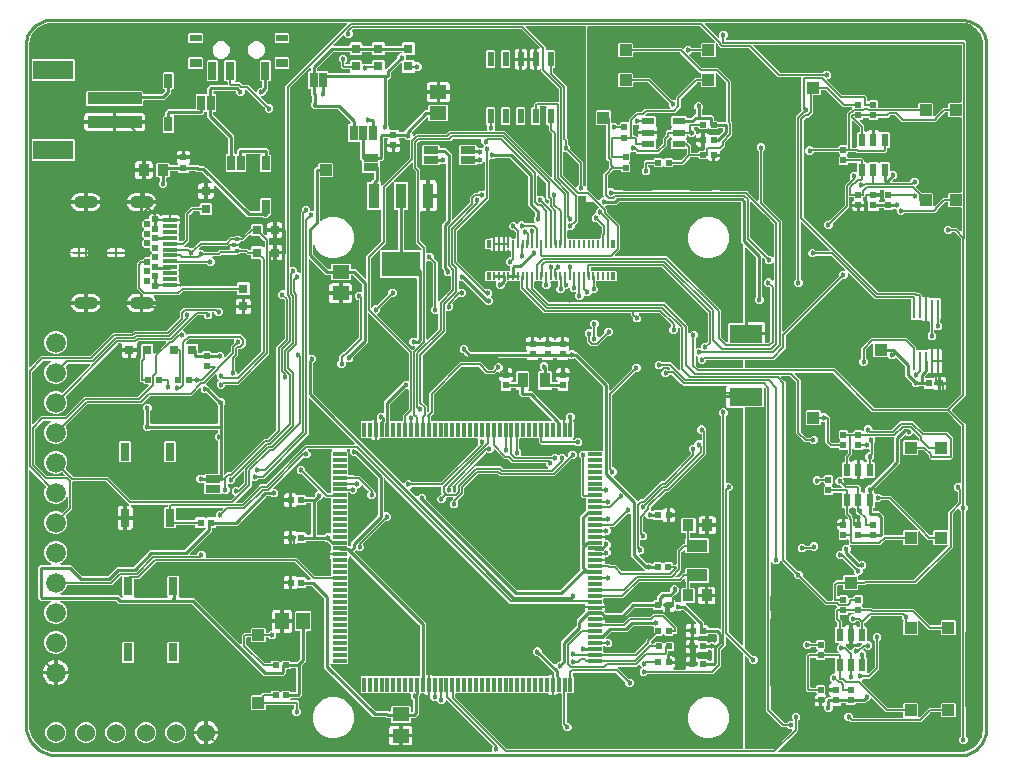
<source format=gbr>
G04 EAGLE Gerber RS-274X export*
G75*
%MOMM*%
%FSLAX34Y34*%
%LPD*%
%INTop Copper*%
%IPPOS*%
%AMOC8*
5,1,8,0,0,1.08239X$1,22.5*%
G01*
%ADD10R,0.900000X1.300000*%
%ADD11R,0.300000X1.200000*%
%ADD12R,1.200000X0.300000*%
%ADD13R,0.500000X0.500000*%
%ADD14R,0.950000X1.000000*%
%ADD15R,1.800000X1.000000*%
%ADD16R,0.950000X2.150000*%
%ADD17R,3.250000X2.150000*%
%ADD18R,1.450000X1.150000*%
%ADD19R,1.270000X0.635000*%
%ADD20R,0.620000X0.620000*%
%ADD21R,2.794000X1.498600*%
%ADD22R,0.279400X1.574800*%
%ADD23R,0.508000X1.270000*%
%ADD24R,4.600000X1.000000*%
%ADD25R,3.400000X1.600000*%
%ADD26R,0.700000X1.200000*%
%ADD27R,0.700000X1.500000*%
%ADD28R,1.000000X0.600000*%
%ADD29R,1.000000X0.800000*%
%ADD30R,0.635000X1.270000*%
%ADD31R,1.150000X1.450000*%
%ADD32R,0.762000X1.524000*%
%ADD33C,1.524000*%
%ADD34R,0.800000X0.800000*%
%ADD35R,1.000000X0.200000*%
%ADD36C,0.604000*%
%ADD37C,1.000000*%
%ADD38R,1.100000X0.600000*%
%ADD39R,0.600000X1.100000*%
%ADD40R,1.000000X1.000000*%
%ADD41R,0.230000X0.660000*%
%ADD42R,0.350000X0.660000*%
%ADD43R,0.300000X0.300000*%
%ADD44C,1.676400*%
%ADD45C,0.454000*%
%ADD46C,0.127000*%
%ADD47C,0.254000*%
%ADD48C,0.254000*%

G36*
X165263Y2544D02*
X165263Y2544D01*
X165282Y2542D01*
X165384Y2564D01*
X165486Y2580D01*
X165503Y2590D01*
X165523Y2594D01*
X165612Y2647D01*
X165703Y2696D01*
X165717Y2710D01*
X165734Y2720D01*
X165801Y2799D01*
X165873Y2874D01*
X165881Y2892D01*
X165894Y2907D01*
X165933Y3003D01*
X165976Y3097D01*
X165978Y3117D01*
X165986Y3135D01*
X166004Y3302D01*
X166004Y6547D01*
X166425Y6968D01*
X166437Y6984D01*
X166453Y6996D01*
X166509Y7084D01*
X166569Y7168D01*
X166575Y7187D01*
X166586Y7203D01*
X166611Y7304D01*
X166641Y7403D01*
X166641Y7423D01*
X166646Y7442D01*
X166638Y7545D01*
X166635Y7649D01*
X166628Y7667D01*
X166627Y7687D01*
X166586Y7782D01*
X166551Y7880D01*
X166538Y7895D01*
X166530Y7913D01*
X166425Y8044D01*
X128030Y46440D01*
X127972Y46481D01*
X127920Y46531D01*
X127873Y46553D01*
X127831Y46583D01*
X127762Y46604D01*
X127697Y46634D01*
X127645Y46640D01*
X127595Y46656D01*
X127524Y46654D01*
X127453Y46662D01*
X127402Y46651D01*
X127350Y46649D01*
X127282Y46625D01*
X127212Y46609D01*
X127167Y46583D01*
X127119Y46565D01*
X127063Y46520D01*
X127001Y46483D01*
X126967Y46444D01*
X126927Y46411D01*
X126888Y46351D01*
X126841Y46296D01*
X126822Y46248D01*
X126794Y46204D01*
X126776Y46135D01*
X126749Y46068D01*
X126741Y45997D01*
X126733Y45966D01*
X126735Y45942D01*
X126731Y45901D01*
X126731Y45523D01*
X124657Y43449D01*
X121723Y43449D01*
X119506Y45667D01*
X119494Y45688D01*
X119480Y45702D01*
X119470Y45719D01*
X119391Y45786D01*
X119316Y45858D01*
X119298Y45866D01*
X119283Y45879D01*
X119187Y45918D01*
X119093Y45961D01*
X119073Y45963D01*
X119055Y45971D01*
X118888Y45989D01*
X116008Y45989D01*
X113934Y48063D01*
X113934Y50084D01*
X113931Y50104D01*
X113933Y50123D01*
X113911Y50225D01*
X113895Y50327D01*
X113885Y50344D01*
X113881Y50364D01*
X113828Y50453D01*
X113779Y50544D01*
X113765Y50558D01*
X113755Y50575D01*
X113676Y50642D01*
X113601Y50714D01*
X113583Y50722D01*
X113568Y50735D01*
X113472Y50774D01*
X113378Y50817D01*
X113358Y50819D01*
X113340Y50827D01*
X113295Y50832D01*
X113295Y59386D01*
X113295Y67927D01*
X114368Y67927D01*
X115015Y67754D01*
X115594Y67419D01*
X116133Y66880D01*
X116207Y66827D01*
X116277Y66767D01*
X116307Y66755D01*
X116333Y66736D01*
X116420Y66709D01*
X116505Y66675D01*
X116546Y66671D01*
X116568Y66664D01*
X116600Y66665D01*
X116672Y66657D01*
X119583Y66657D01*
X119612Y66638D01*
X119695Y66578D01*
X119714Y66572D01*
X119731Y66561D01*
X119832Y66536D01*
X119930Y66505D01*
X119950Y66506D01*
X119970Y66501D01*
X120073Y66509D01*
X120176Y66512D01*
X120195Y66519D01*
X120215Y66520D01*
X120310Y66561D01*
X120407Y66596D01*
X120423Y66609D01*
X120441Y66617D01*
X120492Y66657D01*
X124583Y66657D01*
X124612Y66638D01*
X124695Y66578D01*
X124714Y66572D01*
X124731Y66561D01*
X124832Y66536D01*
X124930Y66505D01*
X124950Y66506D01*
X124970Y66501D01*
X125073Y66509D01*
X125176Y66512D01*
X125195Y66519D01*
X125215Y66520D01*
X125310Y66561D01*
X125407Y66596D01*
X125423Y66609D01*
X125441Y66617D01*
X125492Y66657D01*
X129583Y66657D01*
X129612Y66638D01*
X129695Y66578D01*
X129714Y66572D01*
X129731Y66561D01*
X129832Y66536D01*
X129930Y66505D01*
X129950Y66506D01*
X129970Y66501D01*
X130073Y66509D01*
X130176Y66512D01*
X130195Y66519D01*
X130215Y66520D01*
X130310Y66561D01*
X130407Y66596D01*
X130423Y66609D01*
X130441Y66617D01*
X130492Y66657D01*
X134583Y66657D01*
X134612Y66638D01*
X134695Y66578D01*
X134714Y66572D01*
X134731Y66561D01*
X134832Y66536D01*
X134930Y66505D01*
X134950Y66506D01*
X134970Y66501D01*
X135073Y66509D01*
X135176Y66512D01*
X135195Y66519D01*
X135215Y66520D01*
X135310Y66561D01*
X135407Y66596D01*
X135423Y66609D01*
X135441Y66617D01*
X135492Y66657D01*
X139583Y66657D01*
X139612Y66638D01*
X139695Y66578D01*
X139714Y66572D01*
X139731Y66561D01*
X139832Y66536D01*
X139930Y66505D01*
X139950Y66506D01*
X139970Y66501D01*
X140073Y66509D01*
X140176Y66512D01*
X140195Y66519D01*
X140215Y66520D01*
X140310Y66561D01*
X140407Y66596D01*
X140423Y66609D01*
X140441Y66617D01*
X140492Y66657D01*
X144583Y66657D01*
X144612Y66638D01*
X144695Y66578D01*
X144714Y66572D01*
X144731Y66561D01*
X144832Y66536D01*
X144930Y66505D01*
X144950Y66506D01*
X144970Y66501D01*
X145073Y66509D01*
X145176Y66512D01*
X145195Y66519D01*
X145215Y66520D01*
X145310Y66561D01*
X145407Y66596D01*
X145423Y66609D01*
X145441Y66617D01*
X145492Y66657D01*
X149583Y66657D01*
X149612Y66638D01*
X149695Y66578D01*
X149714Y66572D01*
X149731Y66561D01*
X149832Y66536D01*
X149930Y66505D01*
X149950Y66506D01*
X149970Y66501D01*
X150073Y66509D01*
X150176Y66512D01*
X150195Y66519D01*
X150215Y66520D01*
X150310Y66561D01*
X150407Y66596D01*
X150423Y66609D01*
X150441Y66617D01*
X150492Y66657D01*
X154583Y66657D01*
X154612Y66638D01*
X154695Y66578D01*
X154714Y66572D01*
X154731Y66561D01*
X154832Y66536D01*
X154930Y66505D01*
X154950Y66506D01*
X154970Y66501D01*
X155073Y66509D01*
X155176Y66512D01*
X155195Y66519D01*
X155215Y66520D01*
X155310Y66561D01*
X155407Y66596D01*
X155423Y66609D01*
X155441Y66617D01*
X155492Y66657D01*
X159583Y66657D01*
X159612Y66638D01*
X159695Y66578D01*
X159714Y66572D01*
X159731Y66561D01*
X159832Y66536D01*
X159930Y66505D01*
X159950Y66506D01*
X159970Y66501D01*
X160073Y66509D01*
X160176Y66512D01*
X160195Y66519D01*
X160215Y66520D01*
X160310Y66561D01*
X160407Y66596D01*
X160423Y66609D01*
X160441Y66617D01*
X160492Y66657D01*
X164583Y66657D01*
X164612Y66638D01*
X164695Y66578D01*
X164714Y66572D01*
X164731Y66561D01*
X164832Y66536D01*
X164930Y66505D01*
X164950Y66506D01*
X164970Y66501D01*
X165073Y66509D01*
X165176Y66512D01*
X165195Y66519D01*
X165215Y66520D01*
X165310Y66561D01*
X165407Y66596D01*
X165423Y66609D01*
X165441Y66617D01*
X165492Y66657D01*
X169583Y66657D01*
X169612Y66638D01*
X169695Y66578D01*
X169714Y66572D01*
X169731Y66561D01*
X169832Y66536D01*
X169930Y66505D01*
X169950Y66506D01*
X169970Y66501D01*
X170073Y66509D01*
X170176Y66512D01*
X170195Y66519D01*
X170215Y66520D01*
X170310Y66561D01*
X170407Y66596D01*
X170423Y66609D01*
X170441Y66617D01*
X170492Y66657D01*
X174583Y66657D01*
X174612Y66638D01*
X174695Y66578D01*
X174714Y66572D01*
X174731Y66561D01*
X174832Y66536D01*
X174930Y66505D01*
X174950Y66506D01*
X174970Y66501D01*
X175073Y66509D01*
X175176Y66512D01*
X175195Y66519D01*
X175215Y66520D01*
X175310Y66561D01*
X175407Y66596D01*
X175423Y66609D01*
X175441Y66617D01*
X175492Y66657D01*
X179583Y66657D01*
X179612Y66638D01*
X179695Y66578D01*
X179714Y66572D01*
X179731Y66561D01*
X179832Y66536D01*
X179930Y66505D01*
X179950Y66506D01*
X179970Y66501D01*
X180073Y66509D01*
X180176Y66512D01*
X180195Y66519D01*
X180215Y66520D01*
X180310Y66561D01*
X180407Y66596D01*
X180423Y66609D01*
X180441Y66617D01*
X180492Y66657D01*
X184583Y66657D01*
X184612Y66638D01*
X184695Y66578D01*
X184714Y66572D01*
X184731Y66561D01*
X184832Y66536D01*
X184930Y66505D01*
X184950Y66506D01*
X184970Y66501D01*
X185073Y66509D01*
X185176Y66512D01*
X185195Y66519D01*
X185215Y66520D01*
X185310Y66561D01*
X185407Y66596D01*
X185423Y66609D01*
X185441Y66617D01*
X185492Y66657D01*
X189583Y66657D01*
X189612Y66638D01*
X189695Y66578D01*
X189714Y66572D01*
X189731Y66561D01*
X189832Y66536D01*
X189931Y66505D01*
X189951Y66506D01*
X189970Y66501D01*
X190073Y66509D01*
X190176Y66512D01*
X190195Y66519D01*
X190215Y66520D01*
X190310Y66561D01*
X190407Y66596D01*
X190423Y66609D01*
X190441Y66617D01*
X190492Y66657D01*
X194583Y66657D01*
X194612Y66638D01*
X194695Y66578D01*
X194714Y66572D01*
X194731Y66561D01*
X194832Y66536D01*
X194930Y66505D01*
X194950Y66506D01*
X194970Y66501D01*
X195073Y66509D01*
X195176Y66512D01*
X195195Y66519D01*
X195215Y66520D01*
X195310Y66561D01*
X195407Y66596D01*
X195423Y66609D01*
X195441Y66617D01*
X195492Y66657D01*
X199583Y66657D01*
X199612Y66638D01*
X199695Y66578D01*
X199714Y66572D01*
X199731Y66561D01*
X199832Y66536D01*
X199930Y66505D01*
X199950Y66506D01*
X199970Y66501D01*
X200073Y66509D01*
X200176Y66512D01*
X200195Y66519D01*
X200215Y66520D01*
X200310Y66561D01*
X200407Y66596D01*
X200423Y66609D01*
X200441Y66617D01*
X200492Y66657D01*
X204583Y66657D01*
X204612Y66638D01*
X204695Y66578D01*
X204714Y66572D01*
X204731Y66561D01*
X204832Y66536D01*
X204930Y66505D01*
X204950Y66506D01*
X204970Y66501D01*
X205073Y66509D01*
X205176Y66512D01*
X205195Y66519D01*
X205215Y66520D01*
X205310Y66561D01*
X205407Y66596D01*
X205423Y66609D01*
X205441Y66617D01*
X205492Y66657D01*
X209583Y66657D01*
X209612Y66638D01*
X209695Y66578D01*
X209714Y66572D01*
X209731Y66561D01*
X209832Y66536D01*
X209930Y66505D01*
X209950Y66506D01*
X209970Y66501D01*
X210073Y66509D01*
X210176Y66512D01*
X210195Y66519D01*
X210215Y66520D01*
X210310Y66561D01*
X210407Y66596D01*
X210423Y66609D01*
X210441Y66617D01*
X210492Y66657D01*
X213396Y66657D01*
X213486Y66671D01*
X213577Y66679D01*
X213607Y66691D01*
X213639Y66696D01*
X213720Y66739D01*
X213804Y66775D01*
X213836Y66801D01*
X213856Y66812D01*
X213879Y66835D01*
X213935Y66880D01*
X214474Y67419D01*
X215053Y67754D01*
X215700Y67927D01*
X216773Y67927D01*
X216773Y59386D01*
X216773Y50845D01*
X215700Y50845D01*
X215053Y51018D01*
X214474Y51353D01*
X213935Y51892D01*
X213861Y51945D01*
X213791Y52005D01*
X213761Y52017D01*
X213735Y52036D01*
X213648Y52063D01*
X213563Y52097D01*
X213522Y52101D01*
X213500Y52108D01*
X213468Y52107D01*
X213396Y52115D01*
X210485Y52115D01*
X210456Y52134D01*
X210373Y52194D01*
X210354Y52200D01*
X210337Y52211D01*
X210236Y52236D01*
X210137Y52267D01*
X210117Y52266D01*
X210098Y52271D01*
X209995Y52263D01*
X209892Y52260D01*
X209873Y52253D01*
X209853Y52252D01*
X209758Y52211D01*
X209661Y52176D01*
X209645Y52163D01*
X209627Y52155D01*
X209576Y52115D01*
X205485Y52115D01*
X205456Y52134D01*
X205373Y52194D01*
X205354Y52200D01*
X205337Y52211D01*
X205236Y52236D01*
X205137Y52267D01*
X205117Y52266D01*
X205098Y52271D01*
X204995Y52263D01*
X204892Y52260D01*
X204873Y52253D01*
X204853Y52252D01*
X204758Y52211D01*
X204661Y52176D01*
X204645Y52163D01*
X204627Y52155D01*
X204576Y52115D01*
X200485Y52115D01*
X200456Y52134D01*
X200373Y52194D01*
X200354Y52200D01*
X200337Y52211D01*
X200236Y52236D01*
X200137Y52267D01*
X200117Y52266D01*
X200098Y52271D01*
X199995Y52263D01*
X199892Y52260D01*
X199873Y52253D01*
X199853Y52252D01*
X199758Y52211D01*
X199661Y52176D01*
X199645Y52163D01*
X199627Y52155D01*
X199576Y52115D01*
X195485Y52115D01*
X195456Y52134D01*
X195373Y52194D01*
X195354Y52200D01*
X195337Y52211D01*
X195236Y52236D01*
X195137Y52267D01*
X195117Y52266D01*
X195098Y52271D01*
X194995Y52263D01*
X194892Y52260D01*
X194873Y52253D01*
X194853Y52252D01*
X194758Y52211D01*
X194661Y52176D01*
X194645Y52163D01*
X194627Y52155D01*
X194576Y52115D01*
X190485Y52115D01*
X190456Y52134D01*
X190373Y52194D01*
X190354Y52200D01*
X190337Y52211D01*
X190236Y52236D01*
X190138Y52267D01*
X190118Y52266D01*
X190098Y52271D01*
X189995Y52263D01*
X189892Y52260D01*
X189873Y52253D01*
X189853Y52252D01*
X189758Y52211D01*
X189661Y52176D01*
X189645Y52163D01*
X189627Y52155D01*
X189576Y52115D01*
X185485Y52115D01*
X185456Y52134D01*
X185373Y52194D01*
X185354Y52200D01*
X185337Y52211D01*
X185236Y52236D01*
X185137Y52267D01*
X185117Y52266D01*
X185098Y52271D01*
X184995Y52263D01*
X184892Y52260D01*
X184873Y52253D01*
X184853Y52252D01*
X184758Y52211D01*
X184661Y52176D01*
X184645Y52163D01*
X184627Y52155D01*
X184576Y52115D01*
X180485Y52115D01*
X180456Y52134D01*
X180373Y52194D01*
X180354Y52200D01*
X180337Y52211D01*
X180236Y52236D01*
X180137Y52267D01*
X180117Y52266D01*
X180098Y52271D01*
X179995Y52263D01*
X179892Y52260D01*
X179873Y52253D01*
X179853Y52252D01*
X179758Y52211D01*
X179661Y52176D01*
X179645Y52163D01*
X179627Y52155D01*
X179576Y52115D01*
X175485Y52115D01*
X175456Y52134D01*
X175373Y52194D01*
X175354Y52200D01*
X175337Y52211D01*
X175236Y52236D01*
X175137Y52267D01*
X175117Y52266D01*
X175098Y52271D01*
X174995Y52263D01*
X174892Y52260D01*
X174873Y52253D01*
X174853Y52252D01*
X174758Y52211D01*
X174661Y52176D01*
X174645Y52163D01*
X174627Y52155D01*
X174576Y52115D01*
X170485Y52115D01*
X170456Y52134D01*
X170373Y52194D01*
X170354Y52200D01*
X170337Y52211D01*
X170236Y52236D01*
X170137Y52267D01*
X170117Y52266D01*
X170098Y52271D01*
X169995Y52263D01*
X169892Y52260D01*
X169873Y52253D01*
X169853Y52252D01*
X169758Y52211D01*
X169661Y52176D01*
X169645Y52163D01*
X169627Y52155D01*
X169576Y52115D01*
X165485Y52115D01*
X165456Y52134D01*
X165373Y52194D01*
X165354Y52200D01*
X165337Y52211D01*
X165236Y52236D01*
X165137Y52267D01*
X165117Y52266D01*
X165098Y52271D01*
X164995Y52263D01*
X164892Y52260D01*
X164873Y52253D01*
X164853Y52252D01*
X164758Y52211D01*
X164661Y52176D01*
X164645Y52163D01*
X164627Y52155D01*
X164576Y52115D01*
X160485Y52115D01*
X160456Y52134D01*
X160373Y52194D01*
X160354Y52200D01*
X160337Y52211D01*
X160236Y52236D01*
X160137Y52267D01*
X160117Y52266D01*
X160098Y52271D01*
X159995Y52263D01*
X159892Y52260D01*
X159873Y52253D01*
X159853Y52252D01*
X159758Y52211D01*
X159661Y52176D01*
X159645Y52163D01*
X159627Y52155D01*
X159576Y52115D01*
X155485Y52115D01*
X155456Y52134D01*
X155373Y52194D01*
X155354Y52200D01*
X155337Y52211D01*
X155236Y52236D01*
X155137Y52267D01*
X155117Y52266D01*
X155098Y52271D01*
X154995Y52263D01*
X154892Y52260D01*
X154873Y52253D01*
X154853Y52252D01*
X154758Y52211D01*
X154661Y52176D01*
X154645Y52163D01*
X154627Y52155D01*
X154576Y52115D01*
X150485Y52115D01*
X150456Y52134D01*
X150373Y52194D01*
X150354Y52200D01*
X150337Y52211D01*
X150236Y52236D01*
X150137Y52267D01*
X150117Y52266D01*
X150098Y52271D01*
X149995Y52263D01*
X149892Y52260D01*
X149873Y52253D01*
X149853Y52252D01*
X149758Y52211D01*
X149661Y52176D01*
X149645Y52163D01*
X149627Y52155D01*
X149576Y52115D01*
X145485Y52115D01*
X145456Y52134D01*
X145373Y52194D01*
X145354Y52200D01*
X145337Y52211D01*
X145236Y52236D01*
X145137Y52267D01*
X145117Y52266D01*
X145098Y52271D01*
X144995Y52263D01*
X144892Y52260D01*
X144873Y52253D01*
X144853Y52252D01*
X144758Y52211D01*
X144661Y52176D01*
X144645Y52163D01*
X144627Y52155D01*
X144576Y52115D01*
X140485Y52115D01*
X140456Y52134D01*
X140373Y52194D01*
X140354Y52200D01*
X140337Y52211D01*
X140236Y52236D01*
X140137Y52267D01*
X140117Y52266D01*
X140098Y52271D01*
X139995Y52263D01*
X139892Y52260D01*
X139873Y52253D01*
X139853Y52252D01*
X139758Y52211D01*
X139661Y52176D01*
X139645Y52163D01*
X139627Y52155D01*
X139576Y52115D01*
X135382Y52115D01*
X135362Y52112D01*
X135343Y52114D01*
X135241Y52092D01*
X135139Y52076D01*
X135122Y52066D01*
X135102Y52062D01*
X135013Y52009D01*
X134922Y51960D01*
X134908Y51946D01*
X134891Y51936D01*
X134824Y51857D01*
X134752Y51782D01*
X134744Y51764D01*
X134731Y51749D01*
X134692Y51653D01*
X134649Y51559D01*
X134647Y51539D01*
X134639Y51521D01*
X134621Y51354D01*
X134621Y49365D01*
X134635Y49275D01*
X134643Y49184D01*
X134655Y49154D01*
X134660Y49122D01*
X134703Y49041D01*
X134739Y48957D01*
X134765Y48925D01*
X134776Y48905D01*
X134799Y48882D01*
X134844Y48826D01*
X178366Y5304D01*
X178440Y5251D01*
X178510Y5191D01*
X178540Y5179D01*
X178566Y5160D01*
X178653Y5133D01*
X178738Y5099D01*
X178779Y5095D01*
X178801Y5088D01*
X178833Y5089D01*
X178905Y5081D01*
X378206Y5081D01*
X378226Y5084D01*
X378245Y5082D01*
X378347Y5104D01*
X378449Y5120D01*
X378466Y5130D01*
X378486Y5134D01*
X378575Y5187D01*
X378666Y5236D01*
X378680Y5250D01*
X378697Y5260D01*
X378764Y5339D01*
X378836Y5414D01*
X378844Y5432D01*
X378857Y5447D01*
X378896Y5543D01*
X378939Y5637D01*
X378941Y5657D01*
X378949Y5675D01*
X378967Y5842D01*
X378967Y86017D01*
X378953Y86107D01*
X378945Y86198D01*
X378933Y86228D01*
X378928Y86260D01*
X378885Y86341D01*
X378849Y86425D01*
X378823Y86457D01*
X378812Y86477D01*
X378789Y86500D01*
X378744Y86556D01*
X365155Y100145D01*
X365097Y100186D01*
X365045Y100236D01*
X364998Y100258D01*
X364956Y100288D01*
X364887Y100309D01*
X364822Y100339D01*
X364770Y100345D01*
X364720Y100361D01*
X364649Y100359D01*
X364578Y100367D01*
X364527Y100356D01*
X364475Y100354D01*
X364407Y100330D01*
X364337Y100314D01*
X364293Y100288D01*
X364244Y100270D01*
X364188Y100225D01*
X364126Y100188D01*
X364092Y100149D01*
X364052Y100116D01*
X364013Y100056D01*
X363966Y100001D01*
X363947Y99953D01*
X363919Y99909D01*
X363901Y99840D01*
X363874Y99773D01*
X363866Y99702D01*
X363858Y99671D01*
X363860Y99647D01*
X363856Y99606D01*
X363856Y92556D01*
X360269Y88969D01*
X360216Y88895D01*
X360156Y88825D01*
X360144Y88795D01*
X360125Y88769D01*
X360098Y88682D01*
X360064Y88597D01*
X360060Y88556D01*
X360053Y88534D01*
X360054Y88502D01*
X360046Y88430D01*
X360046Y75411D01*
X353214Y68579D01*
X298057Y68579D01*
X297967Y68565D01*
X297876Y68557D01*
X297846Y68545D01*
X297814Y68540D01*
X297734Y68497D01*
X297650Y68461D01*
X297618Y68435D01*
X297597Y68424D01*
X297575Y68401D01*
X297519Y68356D01*
X296107Y66944D01*
X293173Y66944D01*
X291099Y69018D01*
X291099Y71952D01*
X292587Y73439D01*
X292598Y73455D01*
X292614Y73468D01*
X292670Y73555D01*
X292730Y73639D01*
X292736Y73658D01*
X292747Y73675D01*
X292772Y73775D01*
X292803Y73874D01*
X292802Y73894D01*
X292807Y73913D01*
X292799Y74016D01*
X292796Y74120D01*
X292790Y74139D01*
X292788Y74158D01*
X292748Y74253D01*
X292712Y74351D01*
X292699Y74367D01*
X292692Y74385D01*
X292587Y74516D01*
X291012Y76091D01*
X291001Y76120D01*
X290969Y76161D01*
X290944Y76206D01*
X290892Y76256D01*
X290847Y76312D01*
X290804Y76340D01*
X290766Y76376D01*
X290701Y76406D01*
X290640Y76445D01*
X290590Y76458D01*
X290543Y76479D01*
X290471Y76487D01*
X290402Y76505D01*
X290350Y76501D01*
X290299Y76507D01*
X290228Y76491D01*
X290156Y76486D01*
X290109Y76465D01*
X290058Y76454D01*
X289996Y76417D01*
X289930Y76389D01*
X289875Y76345D01*
X289847Y76328D01*
X289832Y76310D01*
X289799Y76284D01*
X289783Y76268D01*
X288444Y74929D01*
X273139Y74929D01*
X273068Y74918D01*
X272996Y74916D01*
X272947Y74898D01*
X272896Y74890D01*
X272833Y74856D01*
X272765Y74831D01*
X272725Y74799D01*
X272679Y74774D01*
X272629Y74722D01*
X272573Y74678D01*
X272545Y74634D01*
X272509Y74596D01*
X272479Y74531D01*
X272440Y74471D01*
X272427Y74420D01*
X272406Y74373D01*
X272398Y74302D01*
X272380Y74232D01*
X272384Y74180D01*
X272378Y74129D01*
X272394Y74058D01*
X272399Y73987D01*
X272420Y73939D01*
X272431Y73888D01*
X272468Y73827D01*
X272496Y73761D01*
X272540Y73705D01*
X272557Y73677D01*
X272575Y73662D01*
X272600Y73630D01*
X281506Y64724D01*
X281580Y64671D01*
X281650Y64611D01*
X281680Y64599D01*
X281706Y64580D01*
X281793Y64553D01*
X281878Y64519D01*
X281919Y64515D01*
X281941Y64508D01*
X281973Y64509D01*
X282045Y64501D01*
X284042Y64501D01*
X286116Y62427D01*
X286116Y59493D01*
X284042Y57419D01*
X281108Y57419D01*
X279034Y59493D01*
X279034Y61490D01*
X279020Y61580D01*
X279012Y61671D01*
X279000Y61701D01*
X278995Y61733D01*
X278952Y61814D01*
X278916Y61898D01*
X278890Y61930D01*
X278879Y61950D01*
X278856Y61973D01*
X278811Y62029D01*
X271214Y69626D01*
X271140Y69679D01*
X271070Y69739D01*
X271040Y69751D01*
X271014Y69770D01*
X270927Y69797D01*
X270842Y69831D01*
X270801Y69835D01*
X270779Y69842D01*
X270747Y69841D01*
X270675Y69849D01*
X235077Y69849D01*
X235057Y69846D01*
X235038Y69848D01*
X234936Y69826D01*
X234834Y69810D01*
X234817Y69800D01*
X234797Y69796D01*
X234708Y69743D01*
X234617Y69694D01*
X234603Y69680D01*
X234586Y69670D01*
X234519Y69591D01*
X234447Y69516D01*
X234439Y69498D01*
X234426Y69483D01*
X234387Y69387D01*
X234344Y69293D01*
X234342Y69273D01*
X234334Y69255D01*
X234316Y69088D01*
X234316Y67217D01*
X234317Y67209D01*
X234317Y67208D01*
X234319Y67199D01*
X234330Y67127D01*
X234338Y67036D01*
X234350Y67006D01*
X234355Y66974D01*
X234398Y66893D01*
X234434Y66809D01*
X234460Y66777D01*
X234471Y66757D01*
X234494Y66734D01*
X234539Y66678D01*
X235305Y65912D01*
X235305Y52860D01*
X234560Y52115D01*
X230485Y52115D01*
X230456Y52134D01*
X230373Y52194D01*
X230354Y52200D01*
X230337Y52211D01*
X230236Y52236D01*
X230137Y52267D01*
X230118Y52266D01*
X230098Y52271D01*
X229995Y52263D01*
X229892Y52260D01*
X229873Y52253D01*
X229853Y52252D01*
X229758Y52211D01*
X229661Y52176D01*
X229645Y52163D01*
X229627Y52155D01*
X229496Y52051D01*
X229459Y52014D01*
X229406Y51940D01*
X229346Y51870D01*
X229334Y51840D01*
X229315Y51814D01*
X229288Y51727D01*
X229254Y51642D01*
X229250Y51601D01*
X229243Y51579D01*
X229244Y51547D01*
X229236Y51475D01*
X229236Y27797D01*
X229239Y27777D01*
X229237Y27758D01*
X229259Y27656D01*
X229275Y27554D01*
X229285Y27537D01*
X229289Y27517D01*
X229342Y27428D01*
X229391Y27337D01*
X229405Y27323D01*
X229415Y27306D01*
X229494Y27239D01*
X229569Y27167D01*
X229587Y27159D01*
X229602Y27146D01*
X229698Y27107D01*
X229792Y27064D01*
X229812Y27062D01*
X229830Y27054D01*
X229997Y27036D01*
X231337Y27036D01*
X233411Y24962D01*
X233411Y22028D01*
X231337Y19954D01*
X228403Y19954D01*
X226329Y22028D01*
X226329Y24025D01*
X226315Y24115D01*
X226307Y24206D01*
X226295Y24236D01*
X226290Y24268D01*
X226247Y24349D01*
X226211Y24433D01*
X226185Y24465D01*
X226174Y24485D01*
X226151Y24508D01*
X226106Y24564D01*
X225424Y25246D01*
X225424Y51354D01*
X225421Y51374D01*
X225423Y51393D01*
X225401Y51495D01*
X225385Y51597D01*
X225375Y51614D01*
X225371Y51634D01*
X225318Y51723D01*
X225269Y51814D01*
X225255Y51828D01*
X225245Y51845D01*
X225166Y51912D01*
X225091Y51984D01*
X225073Y51992D01*
X225058Y52005D01*
X224962Y52044D01*
X224868Y52087D01*
X224848Y52089D01*
X224830Y52097D01*
X224663Y52115D01*
X221672Y52115D01*
X221582Y52101D01*
X221491Y52093D01*
X221461Y52081D01*
X221429Y52076D01*
X221348Y52033D01*
X221264Y51997D01*
X221232Y51971D01*
X221212Y51960D01*
X221189Y51937D01*
X221133Y51892D01*
X220594Y51353D01*
X220015Y51018D01*
X219368Y50845D01*
X218295Y50845D01*
X218295Y59386D01*
X218295Y68247D01*
X218308Y68260D01*
X218316Y68278D01*
X218329Y68293D01*
X218368Y68389D01*
X218411Y68483D01*
X218413Y68503D01*
X218421Y68521D01*
X218439Y68688D01*
X218439Y69752D01*
X218425Y69842D01*
X218417Y69933D01*
X218405Y69963D01*
X218400Y69995D01*
X218357Y70076D01*
X218321Y70160D01*
X218295Y70192D01*
X218284Y70212D01*
X218261Y70235D01*
X218216Y70291D01*
X204641Y83866D01*
X204567Y83919D01*
X204497Y83979D01*
X204467Y83991D01*
X204441Y84010D01*
X204354Y84037D01*
X204269Y84071D01*
X204228Y84075D01*
X204206Y84082D01*
X204174Y84081D01*
X204102Y84089D01*
X203003Y84089D01*
X200929Y86163D01*
X200929Y89097D01*
X203003Y91171D01*
X205937Y91171D01*
X208011Y89097D01*
X208011Y87998D01*
X208025Y87908D01*
X208033Y87817D01*
X208045Y87787D01*
X208050Y87755D01*
X208093Y87674D01*
X208129Y87590D01*
X208155Y87558D01*
X208166Y87538D01*
X208189Y87515D01*
X208234Y87459D01*
X218782Y76911D01*
X218798Y76899D01*
X218811Y76884D01*
X218898Y76828D01*
X218982Y76767D01*
X219001Y76762D01*
X219018Y76751D01*
X219118Y76726D01*
X219217Y76695D01*
X219237Y76696D01*
X219256Y76691D01*
X219359Y76699D01*
X219463Y76701D01*
X219482Y76708D01*
X219501Y76710D01*
X219596Y76750D01*
X219694Y76786D01*
X219709Y76798D01*
X219728Y76806D01*
X219859Y76911D01*
X222053Y79106D01*
X223152Y79106D01*
X223242Y79120D01*
X223333Y79128D01*
X223363Y79140D01*
X223395Y79145D01*
X223476Y79188D01*
X223560Y79224D01*
X223592Y79250D01*
X223612Y79261D01*
X223635Y79284D01*
X223691Y79329D01*
X224566Y80204D01*
X224619Y80278D01*
X224679Y80348D01*
X224691Y80378D01*
X224710Y80404D01*
X224737Y80491D01*
X224771Y80576D01*
X224775Y80617D01*
X224782Y80639D01*
X224781Y80671D01*
X224789Y80743D01*
X224789Y96302D01*
X237266Y108779D01*
X237319Y108853D01*
X237379Y108923D01*
X237391Y108953D01*
X237410Y108979D01*
X237437Y109066D01*
X237471Y109151D01*
X237475Y109192D01*
X237482Y109214D01*
X237481Y109246D01*
X237489Y109318D01*
X237489Y114082D01*
X239201Y115794D01*
X244673Y121266D01*
X244698Y121301D01*
X244731Y121331D01*
X244770Y121401D01*
X244816Y121466D01*
X244829Y121508D01*
X244851Y121546D01*
X244865Y121624D01*
X244889Y121701D01*
X244888Y121745D01*
X244896Y121788D01*
X244884Y121867D01*
X244882Y121947D01*
X244867Y121988D01*
X244861Y122031D01*
X244803Y122164D01*
X244798Y122178D01*
X244796Y122180D01*
X244794Y122185D01*
X244666Y122405D01*
X244493Y123052D01*
X244493Y124125D01*
X253034Y124125D01*
X261575Y124125D01*
X261575Y123052D01*
X261402Y122405D01*
X261284Y122202D01*
X261269Y122161D01*
X261245Y122124D01*
X261225Y122047D01*
X261197Y121972D01*
X261196Y121928D01*
X261185Y121885D01*
X261191Y121806D01*
X261188Y121726D01*
X261201Y121684D01*
X261204Y121640D01*
X261235Y121567D01*
X261258Y121490D01*
X261283Y121454D01*
X261300Y121414D01*
X261391Y121300D01*
X261399Y121289D01*
X261402Y121287D01*
X261405Y121283D01*
X261814Y120874D01*
X261889Y120820D01*
X261958Y120761D01*
X261988Y120749D01*
X262014Y120730D01*
X262101Y120703D01*
X262186Y120669D01*
X262227Y120665D01*
X262249Y120658D01*
X262281Y120659D01*
X262353Y120651D01*
X275492Y120651D01*
X275582Y120665D01*
X275673Y120673D01*
X275703Y120685D01*
X275735Y120690D01*
X275816Y120733D01*
X275900Y120769D01*
X275932Y120795D01*
X275952Y120806D01*
X275975Y120829D01*
X276031Y120874D01*
X284698Y129541D01*
X301518Y129541D01*
X301538Y129544D01*
X301557Y129542D01*
X301659Y129564D01*
X301761Y129580D01*
X301778Y129590D01*
X301798Y129594D01*
X301887Y129647D01*
X301978Y129696D01*
X301992Y129710D01*
X302009Y129720D01*
X302076Y129799D01*
X302148Y129874D01*
X302156Y129892D01*
X302169Y129907D01*
X302208Y130003D01*
X302251Y130097D01*
X302253Y130117D01*
X302261Y130135D01*
X302279Y130302D01*
X302279Y130626D01*
X303024Y131371D01*
X305308Y131371D01*
X305328Y131374D01*
X305347Y131372D01*
X305449Y131394D01*
X305551Y131410D01*
X305568Y131420D01*
X305588Y131424D01*
X305677Y131477D01*
X305768Y131526D01*
X305782Y131540D01*
X305799Y131550D01*
X305866Y131629D01*
X305938Y131704D01*
X305946Y131722D01*
X305959Y131737D01*
X305998Y131833D01*
X306041Y131927D01*
X306043Y131947D01*
X306051Y131965D01*
X306069Y132132D01*
X306069Y134402D01*
X309463Y137796D01*
X315497Y137796D01*
X315587Y137810D01*
X315678Y137818D01*
X315708Y137830D01*
X315740Y137835D01*
X315821Y137878D01*
X315905Y137914D01*
X315937Y137940D01*
X315957Y137951D01*
X315980Y137974D01*
X316036Y138019D01*
X316911Y138894D01*
X316964Y138968D01*
X317024Y139038D01*
X317036Y139068D01*
X317055Y139094D01*
X317082Y139181D01*
X317116Y139266D01*
X317120Y139307D01*
X317127Y139329D01*
X317126Y139361D01*
X317134Y139433D01*
X317134Y141802D01*
X319208Y143876D01*
X322142Y143876D01*
X324216Y141802D01*
X324216Y138868D01*
X322111Y136764D01*
X322102Y136760D01*
X322070Y136755D01*
X321989Y136712D01*
X321905Y136676D01*
X321873Y136650D01*
X321853Y136639D01*
X321830Y136616D01*
X321774Y136571D01*
X321504Y136301D01*
X319038Y133835D01*
X318983Y133758D01*
X318922Y133685D01*
X318911Y133658D01*
X318895Y133636D01*
X318867Y133544D01*
X318832Y133456D01*
X318831Y133427D01*
X318822Y133400D01*
X318825Y133305D01*
X318820Y133210D01*
X318828Y133183D01*
X318829Y133155D01*
X318862Y133065D01*
X318888Y132973D01*
X318904Y132950D01*
X318913Y132924D01*
X318973Y132849D01*
X319027Y132770D01*
X319049Y132754D01*
X319067Y132731D01*
X319147Y132680D01*
X319223Y132623D01*
X319256Y132610D01*
X319274Y132598D01*
X319306Y132590D01*
X319380Y132562D01*
X319731Y132468D01*
X320310Y132133D01*
X320783Y131660D01*
X321118Y131081D01*
X321291Y130434D01*
X321291Y130016D01*
X321302Y129945D01*
X321304Y129873D01*
X321322Y129824D01*
X321330Y129773D01*
X321364Y129710D01*
X321389Y129642D01*
X321421Y129601D01*
X321446Y129556D01*
X321498Y129506D01*
X321543Y129450D01*
X321586Y129422D01*
X321624Y129386D01*
X321689Y129356D01*
X321750Y129317D01*
X321800Y129305D01*
X321847Y129283D01*
X321919Y129275D01*
X321988Y129257D01*
X322040Y129261D01*
X322091Y129256D01*
X322161Y129271D01*
X325070Y129271D01*
X325090Y129274D01*
X325109Y129272D01*
X325211Y129294D01*
X325313Y129310D01*
X325330Y129320D01*
X325350Y129324D01*
X325439Y129377D01*
X325530Y129426D01*
X325544Y129440D01*
X325561Y129450D01*
X325628Y129529D01*
X325700Y129604D01*
X325708Y129622D01*
X325721Y129637D01*
X325760Y129733D01*
X325803Y129827D01*
X325805Y129847D01*
X325813Y129865D01*
X325831Y130032D01*
X325831Y140654D01*
X326576Y141399D01*
X329438Y141399D01*
X329458Y141402D01*
X329477Y141400D01*
X329579Y141422D01*
X329681Y141438D01*
X329698Y141448D01*
X329718Y141452D01*
X329807Y141505D01*
X329898Y141554D01*
X329912Y141568D01*
X329929Y141578D01*
X329996Y141657D01*
X330068Y141732D01*
X330076Y141750D01*
X330089Y141765D01*
X330128Y141861D01*
X330171Y141955D01*
X330173Y141975D01*
X330181Y141993D01*
X330199Y142160D01*
X330199Y145886D01*
X330185Y145976D01*
X330177Y146067D01*
X330165Y146097D01*
X330160Y146129D01*
X330117Y146210D01*
X330081Y146294D01*
X330055Y146326D01*
X330044Y146346D01*
X330021Y146369D01*
X329976Y146425D01*
X329581Y146820D01*
X329581Y148518D01*
X329570Y148589D01*
X329568Y148661D01*
X329550Y148710D01*
X329542Y148761D01*
X329508Y148824D01*
X329483Y148892D01*
X329451Y148933D01*
X329426Y148978D01*
X329375Y149028D01*
X329330Y149084D01*
X329286Y149112D01*
X329248Y149148D01*
X329183Y149178D01*
X329123Y149217D01*
X329072Y149230D01*
X329025Y149251D01*
X328954Y149259D01*
X328884Y149277D01*
X328832Y149273D01*
X328781Y149279D01*
X328710Y149263D01*
X328639Y149258D01*
X328591Y149237D01*
X328540Y149226D01*
X328479Y149189D01*
X328413Y149161D01*
X328357Y149117D01*
X328329Y149100D01*
X328314Y149082D01*
X328282Y149057D01*
X327249Y148024D01*
X327249Y148023D01*
X325909Y146684D01*
X291300Y146684D01*
X291210Y146670D01*
X291119Y146662D01*
X291089Y146650D01*
X291057Y146645D01*
X290976Y146602D01*
X290892Y146566D01*
X290860Y146540D01*
X290840Y146529D01*
X290817Y146506D01*
X290761Y146461D01*
X277014Y132714D01*
X261066Y132714D01*
X261046Y132711D01*
X261027Y132713D01*
X260925Y132691D01*
X260823Y132675D01*
X260806Y132665D01*
X260786Y132661D01*
X260697Y132608D01*
X260606Y132559D01*
X260592Y132545D01*
X260575Y132535D01*
X260508Y132456D01*
X260436Y132381D01*
X260428Y132363D01*
X260415Y132348D01*
X260376Y132252D01*
X260333Y132158D01*
X260331Y132138D01*
X260323Y132120D01*
X260305Y131953D01*
X260305Y129024D01*
X260319Y128934D01*
X260327Y128843D01*
X260339Y128813D01*
X260344Y128781D01*
X260387Y128700D01*
X260423Y128616D01*
X260449Y128584D01*
X260460Y128564D01*
X260483Y128541D01*
X260528Y128485D01*
X261067Y127946D01*
X261402Y127367D01*
X261575Y126720D01*
X261575Y125647D01*
X253034Y125647D01*
X244493Y125647D01*
X244493Y126720D01*
X244652Y127311D01*
X244663Y127430D01*
X244676Y127547D01*
X244676Y127552D01*
X244676Y127556D01*
X244650Y127671D01*
X244624Y127788D01*
X244622Y127791D01*
X244621Y127795D01*
X244559Y127897D01*
X244498Y127999D01*
X244495Y128002D01*
X244493Y128005D01*
X244402Y128081D01*
X244311Y128159D01*
X244307Y128160D01*
X244304Y128163D01*
X244195Y128206D01*
X244083Y128251D01*
X244078Y128251D01*
X244075Y128253D01*
X244061Y128253D01*
X243916Y128269D01*
X181456Y128269D01*
X75595Y234130D01*
X75537Y234171D01*
X75485Y234221D01*
X75438Y234243D01*
X75396Y234273D01*
X75327Y234294D01*
X75262Y234324D01*
X75210Y234330D01*
X75160Y234346D01*
X75089Y234344D01*
X75018Y234352D01*
X74967Y234341D01*
X74915Y234339D01*
X74847Y234315D01*
X74777Y234299D01*
X74733Y234273D01*
X74684Y234255D01*
X74628Y234210D01*
X74566Y234173D01*
X74532Y234134D01*
X74492Y234101D01*
X74453Y234041D01*
X74406Y233986D01*
X74387Y233938D01*
X74359Y233894D01*
X74341Y233825D01*
X74314Y233758D01*
X74306Y233687D01*
X74298Y233656D01*
X74300Y233632D01*
X74296Y233591D01*
X74296Y206232D01*
X74299Y206212D01*
X74297Y206193D01*
X74319Y206091D01*
X74335Y205989D01*
X74345Y205972D01*
X74349Y205952D01*
X74402Y205863D01*
X74451Y205772D01*
X74465Y205758D01*
X74475Y205741D01*
X74554Y205674D01*
X74629Y205602D01*
X74647Y205594D01*
X74662Y205581D01*
X74758Y205542D01*
X74852Y205499D01*
X74872Y205497D01*
X74890Y205489D01*
X75057Y205471D01*
X78302Y205471D01*
X80376Y203397D01*
X80376Y200463D01*
X78302Y198389D01*
X76305Y198389D01*
X76215Y198375D01*
X76124Y198367D01*
X76094Y198355D01*
X76062Y198350D01*
X75981Y198307D01*
X75897Y198271D01*
X75865Y198245D01*
X75845Y198234D01*
X75822Y198211D01*
X75766Y198166D01*
X56777Y179177D01*
X56765Y179161D01*
X56750Y179148D01*
X56694Y179061D01*
X56633Y178977D01*
X56628Y178958D01*
X56617Y178941D01*
X56592Y178841D01*
X56561Y178742D01*
X56562Y178722D01*
X56557Y178703D01*
X56565Y178600D01*
X56567Y178496D01*
X56574Y178477D01*
X56576Y178458D01*
X56616Y178363D01*
X56652Y178265D01*
X56664Y178250D01*
X56672Y178231D01*
X56777Y178100D01*
X57516Y177362D01*
X57516Y174428D01*
X55442Y172354D01*
X52508Y172354D01*
X51584Y173279D01*
X51568Y173291D01*
X51555Y173306D01*
X51468Y173362D01*
X51384Y173423D01*
X51365Y173428D01*
X51348Y173439D01*
X51248Y173464D01*
X51149Y173495D01*
X51129Y173494D01*
X51110Y173499D01*
X51007Y173491D01*
X50903Y173489D01*
X50884Y173482D01*
X50864Y173480D01*
X50770Y173440D01*
X50672Y173404D01*
X50656Y173392D01*
X50638Y173384D01*
X50507Y173279D01*
X50169Y172941D01*
X50157Y172925D01*
X50142Y172912D01*
X50086Y172825D01*
X50025Y172741D01*
X50020Y172722D01*
X50009Y172705D01*
X49983Y172605D01*
X49953Y172506D01*
X49954Y172486D01*
X49949Y172467D01*
X49957Y172364D01*
X49959Y172260D01*
X49966Y172241D01*
X49968Y172222D01*
X50008Y172127D01*
X50044Y172029D01*
X50056Y172013D01*
X50064Y171995D01*
X50169Y171864D01*
X109856Y112177D01*
X109856Y68688D01*
X109859Y68668D01*
X109857Y68649D01*
X109879Y68547D01*
X109895Y68445D01*
X109905Y68428D01*
X109909Y68408D01*
X109962Y68319D01*
X110011Y68228D01*
X110025Y68214D01*
X110035Y68197D01*
X110114Y68130D01*
X110189Y68058D01*
X110207Y68050D01*
X110222Y68037D01*
X110318Y67998D01*
X110412Y67955D01*
X110432Y67953D01*
X110450Y67945D01*
X110617Y67927D01*
X111773Y67927D01*
X111773Y59386D01*
X111773Y50845D01*
X110700Y50845D01*
X110053Y51018D01*
X109474Y51353D01*
X108935Y51892D01*
X108861Y51945D01*
X108791Y52005D01*
X108761Y52017D01*
X108735Y52036D01*
X108648Y52063D01*
X108563Y52097D01*
X108522Y52101D01*
X108500Y52108D01*
X108468Y52107D01*
X108396Y52115D01*
X105836Y52115D01*
X105816Y52112D01*
X105797Y52114D01*
X105695Y52092D01*
X105593Y52076D01*
X105576Y52066D01*
X105556Y52062D01*
X105467Y52009D01*
X105376Y51960D01*
X105362Y51946D01*
X105345Y51936D01*
X105278Y51857D01*
X105206Y51782D01*
X105198Y51764D01*
X105185Y51749D01*
X105146Y51653D01*
X105103Y51559D01*
X105101Y51539D01*
X105093Y51521D01*
X105075Y51354D01*
X105075Y50301D01*
X104745Y49971D01*
X104692Y49897D01*
X104632Y49827D01*
X104620Y49797D01*
X104601Y49771D01*
X104574Y49684D01*
X104540Y49599D01*
X104536Y49558D01*
X104529Y49536D01*
X104530Y49504D01*
X104522Y49432D01*
X104522Y34889D01*
X101382Y31749D01*
X98182Y31749D01*
X98162Y31746D01*
X98143Y31748D01*
X98041Y31726D01*
X97939Y31710D01*
X97922Y31700D01*
X97902Y31696D01*
X97813Y31643D01*
X97722Y31594D01*
X97708Y31580D01*
X97691Y31570D01*
X97624Y31491D01*
X97552Y31416D01*
X97544Y31398D01*
X97531Y31383D01*
X97492Y31287D01*
X97449Y31193D01*
X97447Y31173D01*
X97439Y31155D01*
X97421Y30988D01*
X97421Y28124D01*
X96676Y27379D01*
X81124Y27379D01*
X80379Y28124D01*
X80379Y30988D01*
X80376Y31008D01*
X80378Y31027D01*
X80356Y31129D01*
X80340Y31231D01*
X80330Y31248D01*
X80326Y31268D01*
X80273Y31357D01*
X80224Y31448D01*
X80210Y31462D01*
X80200Y31479D01*
X80121Y31546D01*
X80046Y31618D01*
X80028Y31626D01*
X80013Y31639D01*
X79917Y31678D01*
X79823Y31721D01*
X79803Y31723D01*
X79785Y31731D01*
X79618Y31749D01*
X76418Y31749D01*
X76006Y32161D01*
X75932Y32214D01*
X75862Y32274D01*
X75832Y32286D01*
X75806Y32305D01*
X75719Y32332D01*
X75634Y32366D01*
X75593Y32370D01*
X75571Y32377D01*
X75539Y32376D01*
X75467Y32384D01*
X65623Y32384D01*
X24129Y73878D01*
X24129Y132617D01*
X24115Y132707D01*
X24107Y132798D01*
X24095Y132828D01*
X24090Y132860D01*
X24047Y132941D01*
X24011Y133025D01*
X23985Y133057D01*
X23974Y133077D01*
X23951Y133100D01*
X23906Y133156D01*
X13776Y143286D01*
X13702Y143339D01*
X13632Y143399D01*
X13602Y143411D01*
X13576Y143430D01*
X13489Y143457D01*
X13404Y143491D01*
X13363Y143495D01*
X13341Y143502D01*
X13309Y143501D01*
X13237Y143509D01*
X9632Y143509D01*
X9612Y143506D01*
X9593Y143508D01*
X9491Y143486D01*
X9389Y143470D01*
X9372Y143460D01*
X9352Y143456D01*
X9263Y143403D01*
X9172Y143354D01*
X9158Y143340D01*
X9141Y143330D01*
X9074Y143251D01*
X9002Y143176D01*
X8994Y143158D01*
X8981Y143143D01*
X8942Y143046D01*
X8899Y142953D01*
X8897Y142933D01*
X8889Y142915D01*
X8871Y142748D01*
X8871Y142424D01*
X8126Y141679D01*
X1238Y141679D01*
X1148Y141665D01*
X1057Y141657D01*
X1027Y141645D01*
X995Y141640D01*
X914Y141597D01*
X830Y141561D01*
X798Y141535D01*
X778Y141524D01*
X755Y141501D01*
X699Y141456D01*
X160Y140917D01*
X-419Y140582D01*
X-1066Y140409D01*
X-2977Y140409D01*
X-2977Y145288D01*
X-2980Y145308D01*
X-2978Y145327D01*
X-3000Y145429D01*
X-3017Y145531D01*
X-3026Y145548D01*
X-3030Y145568D01*
X-3083Y145657D01*
X-3132Y145748D01*
X-3146Y145762D01*
X-3156Y145779D01*
X-3235Y145846D01*
X-3310Y145917D01*
X-3328Y145926D01*
X-3343Y145939D01*
X-3439Y145978D01*
X-3533Y146021D01*
X-3553Y146023D01*
X-3571Y146031D01*
X-3738Y146049D01*
X-4501Y146049D01*
X-4501Y146051D01*
X-3738Y146051D01*
X-3718Y146054D01*
X-3699Y146052D01*
X-3597Y146074D01*
X-3495Y146091D01*
X-3478Y146100D01*
X-3458Y146104D01*
X-3369Y146157D01*
X-3278Y146206D01*
X-3264Y146220D01*
X-3247Y146230D01*
X-3180Y146309D01*
X-3109Y146384D01*
X-3100Y146402D01*
X-3087Y146417D01*
X-3048Y146513D01*
X-3005Y146607D01*
X-3003Y146627D01*
X-2995Y146645D01*
X-2977Y146812D01*
X-2977Y151691D01*
X-1066Y151691D01*
X-419Y151518D01*
X160Y151183D01*
X699Y150644D01*
X773Y150591D01*
X843Y150531D01*
X873Y150519D01*
X899Y150500D01*
X986Y150473D01*
X1071Y150439D01*
X1112Y150435D01*
X1134Y150428D01*
X1166Y150429D01*
X1238Y150421D01*
X8126Y150421D01*
X8871Y149676D01*
X8871Y149352D01*
X8874Y149332D01*
X8872Y149313D01*
X8894Y149211D01*
X8910Y149109D01*
X8920Y149092D01*
X8924Y149072D01*
X8977Y148983D01*
X9026Y148892D01*
X9040Y148878D01*
X9050Y148861D01*
X9129Y148794D01*
X9204Y148722D01*
X9222Y148714D01*
X9237Y148701D01*
X9333Y148662D01*
X9427Y148619D01*
X9447Y148617D01*
X9465Y148609D01*
X9632Y148591D01*
X11976Y148591D01*
X12047Y148602D01*
X12119Y148604D01*
X12168Y148622D01*
X12219Y148630D01*
X12282Y148664D01*
X12350Y148689D01*
X12391Y148721D01*
X12436Y148746D01*
X12486Y148797D01*
X12542Y148842D01*
X12570Y148886D01*
X12606Y148924D01*
X12636Y148989D01*
X12675Y149049D01*
X12688Y149100D01*
X12709Y149147D01*
X12717Y149218D01*
X12735Y149288D01*
X12731Y149340D01*
X12737Y149391D01*
X12721Y149462D01*
X12716Y149533D01*
X12695Y149581D01*
X12684Y149632D01*
X12647Y149693D01*
X12619Y149759D01*
X12575Y149815D01*
X12558Y149843D01*
X12540Y149858D01*
X12515Y149890D01*
X-566Y162971D01*
X-640Y163024D01*
X-710Y163084D01*
X-740Y163096D01*
X-766Y163115D01*
X-853Y163142D01*
X-938Y163176D01*
X-979Y163180D01*
X-1001Y163187D01*
X-1033Y163186D01*
X-1105Y163194D01*
X-118275Y163194D01*
X-118365Y163180D01*
X-118456Y163172D01*
X-118486Y163160D01*
X-118518Y163155D01*
X-118599Y163112D01*
X-118683Y163076D01*
X-118715Y163050D01*
X-118735Y163039D01*
X-118758Y163016D01*
X-118814Y162971D01*
X-132561Y149224D01*
X-135890Y149224D01*
X-135910Y149221D01*
X-135929Y149223D01*
X-136031Y149201D01*
X-136133Y149185D01*
X-136150Y149175D01*
X-136170Y149171D01*
X-136259Y149118D01*
X-136350Y149069D01*
X-136364Y149055D01*
X-136381Y149045D01*
X-136448Y148966D01*
X-136520Y148891D01*
X-136528Y148873D01*
X-136541Y148858D01*
X-136580Y148762D01*
X-136623Y148668D01*
X-136625Y148648D01*
X-136633Y148630D01*
X-136651Y148463D01*
X-136651Y134585D01*
X-136694Y134540D01*
X-136716Y134493D01*
X-136746Y134451D01*
X-136767Y134382D01*
X-136798Y134317D01*
X-136803Y134265D01*
X-136819Y134216D01*
X-136817Y134144D01*
X-136825Y134073D01*
X-136814Y134022D01*
X-136812Y133970D01*
X-136788Y133902D01*
X-136772Y133832D01*
X-136746Y133787D01*
X-136728Y133739D01*
X-136683Y133683D01*
X-136646Y133621D01*
X-136607Y133587D01*
X-136574Y133547D01*
X-136514Y133508D01*
X-136459Y133461D01*
X-136411Y133442D01*
X-136367Y133414D01*
X-136298Y133396D01*
X-136231Y133369D01*
X-136160Y133361D01*
X-136129Y133353D01*
X-136105Y133355D01*
X-136064Y133351D01*
X-109300Y133351D01*
X-109229Y133362D01*
X-109157Y133364D01*
X-109108Y133382D01*
X-109057Y133390D01*
X-108993Y133424D01*
X-108926Y133449D01*
X-108885Y133481D01*
X-108839Y133506D01*
X-108790Y133558D01*
X-108734Y133602D01*
X-108706Y133646D01*
X-108670Y133684D01*
X-108640Y133749D01*
X-108601Y133809D01*
X-108588Y133860D01*
X-108566Y133907D01*
X-108559Y133978D01*
X-108541Y134048D01*
X-108545Y134100D01*
X-108539Y134151D01*
X-108555Y134222D01*
X-108560Y134293D01*
X-108581Y134341D01*
X-108592Y134392D01*
X-108628Y134453D01*
X-108657Y134519D01*
X-108701Y134575D01*
X-108713Y134594D01*
X-108713Y150894D01*
X-107968Y151639D01*
X-99296Y151639D01*
X-98551Y150894D01*
X-98551Y134585D01*
X-98594Y134540D01*
X-98616Y134493D01*
X-98646Y134451D01*
X-98667Y134382D01*
X-98698Y134317D01*
X-98703Y134265D01*
X-98719Y134216D01*
X-98717Y134144D01*
X-98725Y134073D01*
X-98714Y134022D01*
X-98712Y133970D01*
X-98688Y133902D01*
X-98672Y133832D01*
X-98646Y133787D01*
X-98628Y133739D01*
X-98583Y133683D01*
X-98546Y133621D01*
X-98507Y133587D01*
X-98474Y133547D01*
X-98414Y133508D01*
X-98359Y133461D01*
X-98311Y133442D01*
X-98267Y133414D01*
X-98198Y133396D01*
X-98131Y133369D01*
X-98060Y133361D01*
X-98029Y133353D01*
X-98005Y133355D01*
X-97964Y133351D01*
X-85943Y133351D01*
X-84231Y131639D01*
X-47020Y94428D01*
X-46962Y94387D01*
X-46910Y94337D01*
X-46863Y94315D01*
X-46821Y94285D01*
X-46752Y94264D01*
X-46687Y94234D01*
X-46635Y94228D01*
X-46585Y94212D01*
X-46514Y94214D01*
X-46443Y94206D01*
X-46392Y94218D01*
X-46340Y94219D01*
X-46272Y94243D01*
X-46202Y94259D01*
X-46157Y94285D01*
X-46109Y94303D01*
X-46053Y94348D01*
X-45991Y94385D01*
X-45957Y94424D01*
X-45917Y94457D01*
X-45878Y94517D01*
X-45831Y94572D01*
X-45812Y94620D01*
X-45784Y94664D01*
X-45766Y94733D01*
X-45739Y94800D01*
X-45731Y94871D01*
X-45723Y94902D01*
X-45725Y94926D01*
X-45721Y94967D01*
X-45721Y101754D01*
X-43969Y103506D01*
X-38782Y103506D01*
X-38762Y103509D01*
X-38743Y103507D01*
X-38641Y103529D01*
X-38539Y103545D01*
X-38522Y103555D01*
X-38502Y103559D01*
X-38413Y103612D01*
X-38322Y103661D01*
X-38308Y103675D01*
X-38291Y103685D01*
X-38224Y103764D01*
X-38152Y103839D01*
X-38144Y103857D01*
X-38131Y103872D01*
X-38092Y103968D01*
X-38049Y104062D01*
X-38047Y104082D01*
X-38039Y104100D01*
X-38021Y104267D01*
X-38021Y107126D01*
X-37276Y107871D01*
X-26224Y107871D01*
X-25479Y107126D01*
X-25479Y104267D01*
X-25476Y104247D01*
X-25478Y104228D01*
X-25456Y104126D01*
X-25440Y104024D01*
X-25430Y104007D01*
X-25426Y103987D01*
X-25373Y103898D01*
X-25324Y103807D01*
X-25310Y103793D01*
X-25300Y103776D01*
X-25221Y103709D01*
X-25146Y103637D01*
X-25128Y103629D01*
X-25113Y103616D01*
X-25017Y103577D01*
X-24923Y103534D01*
X-24903Y103532D01*
X-24885Y103524D01*
X-24718Y103506D01*
X-23737Y103506D01*
X-23647Y103520D01*
X-23556Y103528D01*
X-23526Y103540D01*
X-23494Y103545D01*
X-23414Y103588D01*
X-23330Y103624D01*
X-23298Y103650D01*
X-23277Y103661D01*
X-23255Y103684D01*
X-23199Y103729D01*
X-21787Y105141D01*
X-20846Y105141D01*
X-20826Y105144D01*
X-20807Y105142D01*
X-20705Y105164D01*
X-20603Y105180D01*
X-20586Y105190D01*
X-20566Y105194D01*
X-20477Y105247D01*
X-20386Y105296D01*
X-20372Y105310D01*
X-20355Y105320D01*
X-20288Y105399D01*
X-20216Y105474D01*
X-20208Y105492D01*
X-20195Y105507D01*
X-20156Y105603D01*
X-20113Y105697D01*
X-20111Y105717D01*
X-20103Y105735D01*
X-20085Y105902D01*
X-20085Y111761D01*
X-13317Y111761D01*
X-13317Y103493D01*
X-16018Y103493D01*
X-16038Y103490D01*
X-16057Y103492D01*
X-16159Y103470D01*
X-16261Y103454D01*
X-16278Y103444D01*
X-16298Y103440D01*
X-16387Y103387D01*
X-16478Y103338D01*
X-16492Y103324D01*
X-16509Y103314D01*
X-16576Y103235D01*
X-16647Y103160D01*
X-16656Y103142D01*
X-16669Y103127D01*
X-16708Y103031D01*
X-16751Y102937D01*
X-16753Y102917D01*
X-16761Y102899D01*
X-16779Y102732D01*
X-16779Y100133D01*
X-18853Y98059D01*
X-21787Y98059D01*
X-23199Y99471D01*
X-23273Y99524D01*
X-23342Y99584D01*
X-23372Y99596D01*
X-23398Y99615D01*
X-23485Y99642D01*
X-23570Y99676D01*
X-23611Y99680D01*
X-23633Y99687D01*
X-23666Y99686D01*
X-23737Y99694D01*
X-24718Y99694D01*
X-24738Y99691D01*
X-24757Y99693D01*
X-24859Y99671D01*
X-24961Y99655D01*
X-24978Y99645D01*
X-24998Y99641D01*
X-25087Y99588D01*
X-25178Y99539D01*
X-25192Y99525D01*
X-25209Y99515D01*
X-25276Y99436D01*
X-25348Y99361D01*
X-25356Y99343D01*
X-25369Y99328D01*
X-25408Y99232D01*
X-25451Y99138D01*
X-25453Y99118D01*
X-25461Y99100D01*
X-25479Y98933D01*
X-25479Y96074D01*
X-26224Y95329D01*
X-37276Y95329D01*
X-38021Y96074D01*
X-38021Y98933D01*
X-38024Y98953D01*
X-38022Y98972D01*
X-38044Y99074D01*
X-38060Y99176D01*
X-38070Y99193D01*
X-38074Y99213D01*
X-38127Y99302D01*
X-38176Y99393D01*
X-38190Y99407D01*
X-38200Y99424D01*
X-38279Y99491D01*
X-38354Y99563D01*
X-38372Y99571D01*
X-38387Y99584D01*
X-38483Y99623D01*
X-38577Y99666D01*
X-38597Y99668D01*
X-38615Y99676D01*
X-38782Y99694D01*
X-41148Y99694D01*
X-41168Y99691D01*
X-41187Y99693D01*
X-41289Y99671D01*
X-41391Y99655D01*
X-41408Y99645D01*
X-41428Y99641D01*
X-41517Y99588D01*
X-41608Y99539D01*
X-41622Y99525D01*
X-41639Y99515D01*
X-41706Y99436D01*
X-41778Y99361D01*
X-41786Y99343D01*
X-41799Y99328D01*
X-41838Y99232D01*
X-41881Y99138D01*
X-41883Y99118D01*
X-41891Y99100D01*
X-41909Y98933D01*
X-41909Y93815D01*
X-41895Y93725D01*
X-41887Y93634D01*
X-41875Y93604D01*
X-41870Y93572D01*
X-41827Y93491D01*
X-41791Y93407D01*
X-41765Y93375D01*
X-41754Y93355D01*
X-41731Y93332D01*
X-41686Y93276D01*
X-26739Y78329D01*
X-26665Y78276D01*
X-26595Y78216D01*
X-26565Y78204D01*
X-26539Y78185D01*
X-26452Y78158D01*
X-26367Y78124D01*
X-26326Y78120D01*
X-26304Y78113D01*
X-26272Y78114D01*
X-26200Y78106D01*
X-21732Y78106D01*
X-21712Y78109D01*
X-21693Y78107D01*
X-21591Y78129D01*
X-21489Y78145D01*
X-21472Y78155D01*
X-21452Y78159D01*
X-21363Y78212D01*
X-21272Y78261D01*
X-21258Y78275D01*
X-21241Y78285D01*
X-21174Y78364D01*
X-21102Y78439D01*
X-21094Y78457D01*
X-21081Y78472D01*
X-21042Y78568D01*
X-20999Y78662D01*
X-20997Y78682D01*
X-20989Y78700D01*
X-20971Y78867D01*
X-20971Y79226D01*
X-20226Y79971D01*
X-14174Y79971D01*
X-13238Y79035D01*
X-13222Y79024D01*
X-13210Y79008D01*
X-13122Y78952D01*
X-13039Y78892D01*
X-13020Y78886D01*
X-13003Y78875D01*
X-12902Y78850D01*
X-12803Y78819D01*
X-12784Y78820D01*
X-12764Y78815D01*
X-12661Y78823D01*
X-12558Y78826D01*
X-12539Y78833D01*
X-12519Y78834D01*
X-12424Y78875D01*
X-12327Y78910D01*
X-12311Y78923D01*
X-12293Y78931D01*
X-12162Y79035D01*
X-11226Y79971D01*
X-5174Y79971D01*
X-4308Y79105D01*
X-4274Y79042D01*
X-4260Y79028D01*
X-4250Y79011D01*
X-4171Y78944D01*
X-4096Y78872D01*
X-4078Y78864D01*
X-4063Y78851D01*
X-3967Y78812D01*
X-3873Y78769D01*
X-3853Y78767D01*
X-3835Y78759D01*
X-3668Y78741D01*
X537Y78741D01*
X627Y78755D01*
X718Y78763D01*
X748Y78775D01*
X780Y78780D01*
X861Y78823D01*
X945Y78859D01*
X977Y78885D01*
X997Y78896D01*
X1020Y78919D01*
X1076Y78964D01*
X3586Y81474D01*
X3639Y81548D01*
X3699Y81618D01*
X3711Y81648D01*
X3730Y81674D01*
X3757Y81761D01*
X3791Y81846D01*
X3795Y81887D01*
X3802Y81909D01*
X3801Y81941D01*
X3809Y82013D01*
X3809Y104002D01*
X3806Y104022D01*
X3808Y104041D01*
X3786Y104143D01*
X3770Y104245D01*
X3760Y104262D01*
X3756Y104282D01*
X3703Y104371D01*
X3654Y104462D01*
X3640Y104476D01*
X3630Y104493D01*
X3551Y104560D01*
X3476Y104632D01*
X3458Y104640D01*
X3443Y104653D01*
X3347Y104692D01*
X3253Y104735D01*
X3233Y104737D01*
X3215Y104745D01*
X3048Y104763D01*
X-70Y104763D01*
X-815Y105508D01*
X-815Y121060D01*
X-70Y121805D01*
X12482Y121805D01*
X13227Y121060D01*
X13227Y105508D01*
X12482Y104763D01*
X9652Y104763D01*
X9632Y104760D01*
X9613Y104762D01*
X9511Y104740D01*
X9409Y104724D01*
X9392Y104714D01*
X9372Y104710D01*
X9283Y104657D01*
X9192Y104608D01*
X9178Y104594D01*
X9161Y104584D01*
X9094Y104505D01*
X9022Y104430D01*
X9014Y104412D01*
X9001Y104397D01*
X8962Y104301D01*
X8919Y104207D01*
X8917Y104187D01*
X8909Y104169D01*
X8891Y104002D01*
X8891Y79593D01*
X5304Y76006D01*
X5251Y75932D01*
X5191Y75862D01*
X5179Y75832D01*
X5160Y75806D01*
X5133Y75719D01*
X5099Y75634D01*
X5095Y75593D01*
X5088Y75571D01*
X5089Y75539D01*
X5081Y75467D01*
X5081Y50383D01*
X2957Y48259D01*
X-3668Y48259D01*
X-3688Y48256D01*
X-3707Y48258D01*
X-3809Y48236D01*
X-3911Y48220D01*
X-3928Y48210D01*
X-3948Y48206D01*
X-4037Y48153D01*
X-4128Y48104D01*
X-4142Y48090D01*
X-4159Y48080D01*
X-4226Y48001D01*
X-4298Y47926D01*
X-4306Y47908D01*
X-4319Y47893D01*
X-4325Y47878D01*
X-4548Y47655D01*
X-4589Y47597D01*
X-4639Y47545D01*
X-4661Y47498D01*
X-4691Y47456D01*
X-4712Y47387D01*
X-4743Y47322D01*
X-4748Y47270D01*
X-4764Y47220D01*
X-4762Y47149D01*
X-4770Y47078D01*
X-4759Y47027D01*
X-4757Y46975D01*
X-4733Y46907D01*
X-4717Y46837D01*
X-4691Y46792D01*
X-4673Y46744D01*
X-4628Y46688D01*
X-4591Y46626D01*
X-4552Y46592D01*
X-4519Y46552D01*
X-4459Y46513D01*
X-4404Y46466D01*
X-4356Y46447D01*
X-4312Y46419D01*
X-4243Y46401D01*
X-4176Y46374D01*
X-4105Y46366D01*
X-4074Y46358D01*
X-4050Y46360D01*
X-4009Y46356D01*
X1424Y46356D01*
X2541Y45239D01*
X2541Y40247D01*
X2555Y40157D01*
X2563Y40066D01*
X2575Y40036D01*
X2580Y40004D01*
X2623Y39924D01*
X2659Y39840D01*
X2685Y39808D01*
X2696Y39787D01*
X2719Y39765D01*
X2764Y39709D01*
X4176Y38297D01*
X4176Y35363D01*
X2102Y33289D01*
X-832Y33289D01*
X-2906Y35363D01*
X-2906Y38297D01*
X-1494Y39709D01*
X-1441Y39783D01*
X-1381Y39852D01*
X-1369Y39882D01*
X-1350Y39908D01*
X-1323Y39995D01*
X-1289Y40080D01*
X-1285Y40121D01*
X-1278Y40143D01*
X-1279Y40176D01*
X-1271Y40247D01*
X-1271Y41783D01*
X-1274Y41803D01*
X-1272Y41822D01*
X-1294Y41924D01*
X-1310Y42026D01*
X-1320Y42043D01*
X-1324Y42063D01*
X-1377Y42152D01*
X-1426Y42243D01*
X-1440Y42257D01*
X-1450Y42274D01*
X-1529Y42341D01*
X-1604Y42413D01*
X-1622Y42421D01*
X-1637Y42434D01*
X-1733Y42473D01*
X-1827Y42516D01*
X-1847Y42518D01*
X-1865Y42526D01*
X-2032Y42544D01*
X-24718Y42544D01*
X-24738Y42541D01*
X-24757Y42543D01*
X-24859Y42521D01*
X-24961Y42505D01*
X-24978Y42495D01*
X-24998Y42491D01*
X-25087Y42438D01*
X-25178Y42389D01*
X-25192Y42375D01*
X-25209Y42365D01*
X-25276Y42286D01*
X-25348Y42211D01*
X-25356Y42193D01*
X-25369Y42178D01*
X-25408Y42082D01*
X-25451Y41988D01*
X-25453Y41968D01*
X-25461Y41950D01*
X-25479Y41783D01*
X-25479Y38924D01*
X-26224Y38179D01*
X-37276Y38179D01*
X-38021Y38924D01*
X-38021Y49976D01*
X-37276Y50721D01*
X-30395Y50721D01*
X-30305Y50735D01*
X-30214Y50743D01*
X-30184Y50755D01*
X-30152Y50760D01*
X-30071Y50803D01*
X-29987Y50839D01*
X-29955Y50865D01*
X-29935Y50876D01*
X-29912Y50899D01*
X-29856Y50944D01*
X-28506Y52294D01*
X-28094Y52706D01*
X-21732Y52706D01*
X-21712Y52709D01*
X-21693Y52707D01*
X-21591Y52729D01*
X-21489Y52745D01*
X-21472Y52755D01*
X-21452Y52759D01*
X-21363Y52812D01*
X-21272Y52861D01*
X-21258Y52875D01*
X-21241Y52885D01*
X-21174Y52964D01*
X-21102Y53039D01*
X-21094Y53057D01*
X-21081Y53072D01*
X-21042Y53168D01*
X-20999Y53262D01*
X-20997Y53282D01*
X-20989Y53300D01*
X-20971Y53467D01*
X-20971Y53826D01*
X-20226Y54571D01*
X-14174Y54571D01*
X-13238Y53635D01*
X-13222Y53624D01*
X-13210Y53608D01*
X-13122Y53552D01*
X-13039Y53492D01*
X-13020Y53486D01*
X-13003Y53475D01*
X-12902Y53450D01*
X-12803Y53419D01*
X-12784Y53420D01*
X-12764Y53415D01*
X-12661Y53423D01*
X-12558Y53426D01*
X-12539Y53433D01*
X-12519Y53434D01*
X-12424Y53475D01*
X-12327Y53510D01*
X-12311Y53523D01*
X-12293Y53531D01*
X-12162Y53635D01*
X-11226Y54571D01*
X-5174Y54571D01*
X-4308Y53705D01*
X-4274Y53642D01*
X-4260Y53628D01*
X-4250Y53611D01*
X-4171Y53544D01*
X-4096Y53472D01*
X-4078Y53464D01*
X-4063Y53451D01*
X-3967Y53412D01*
X-3873Y53369D01*
X-3853Y53367D01*
X-3835Y53359D01*
X-3668Y53341D01*
X-762Y53341D01*
X-742Y53344D01*
X-723Y53342D01*
X-621Y53364D01*
X-519Y53380D01*
X-502Y53390D01*
X-482Y53394D01*
X-393Y53447D01*
X-302Y53496D01*
X-288Y53510D01*
X-271Y53520D01*
X-204Y53599D01*
X-132Y53674D01*
X-124Y53692D01*
X-111Y53707D01*
X-72Y53803D01*
X-29Y53897D01*
X-27Y53917D01*
X-19Y53935D01*
X-1Y54102D01*
X-1Y72898D01*
X-4Y72918D01*
X-2Y72937D01*
X-24Y73039D01*
X-40Y73141D01*
X-50Y73158D01*
X-54Y73178D01*
X-107Y73267D01*
X-156Y73358D01*
X-170Y73372D01*
X-180Y73389D01*
X-259Y73456D01*
X-334Y73528D01*
X-352Y73536D01*
X-367Y73549D01*
X-463Y73588D01*
X-557Y73631D01*
X-577Y73633D01*
X-595Y73641D01*
X-762Y73659D01*
X-3668Y73659D01*
X-3688Y73656D01*
X-3707Y73658D01*
X-3809Y73636D01*
X-3911Y73620D01*
X-3928Y73610D01*
X-3948Y73606D01*
X-4037Y73553D01*
X-4128Y73504D01*
X-4142Y73490D01*
X-4159Y73480D01*
X-4226Y73401D01*
X-4298Y73326D01*
X-4306Y73308D01*
X-4319Y73293D01*
X-4325Y73278D01*
X-5174Y72429D01*
X-7493Y72429D01*
X-7513Y72426D01*
X-7532Y72428D01*
X-7634Y72406D01*
X-7736Y72390D01*
X-7753Y72380D01*
X-7773Y72376D01*
X-7862Y72323D01*
X-7953Y72274D01*
X-7967Y72260D01*
X-7984Y72250D01*
X-8051Y72171D01*
X-8123Y72096D01*
X-8131Y72078D01*
X-8144Y72063D01*
X-8183Y71967D01*
X-8226Y71873D01*
X-8228Y71853D01*
X-8236Y71835D01*
X-8254Y71668D01*
X-8254Y69433D01*
X-10378Y67309D01*
X-27087Y67309D01*
X-87824Y128046D01*
X-87898Y128099D01*
X-87968Y128159D01*
X-87998Y128171D01*
X-88024Y128190D01*
X-88111Y128217D01*
X-88196Y128251D01*
X-88237Y128255D01*
X-88259Y128262D01*
X-88291Y128261D01*
X-88363Y128269D01*
X-101358Y128269D01*
X-101448Y128255D01*
X-101539Y128247D01*
X-101569Y128235D01*
X-101601Y128230D01*
X-101681Y128187D01*
X-101765Y128151D01*
X-101797Y128125D01*
X-101818Y128114D01*
X-101840Y128091D01*
X-101896Y128046D01*
X-102038Y127904D01*
X-104972Y127904D01*
X-105114Y128046D01*
X-105188Y128099D01*
X-105257Y128159D01*
X-105287Y128171D01*
X-105313Y128190D01*
X-105400Y128217D01*
X-105485Y128251D01*
X-105526Y128255D01*
X-105548Y128262D01*
X-105581Y128261D01*
X-105652Y128269D01*
X-150277Y128269D01*
X-152594Y130586D01*
X-152668Y130639D01*
X-152738Y130699D01*
X-152768Y130711D01*
X-152794Y130730D01*
X-152881Y130757D01*
X-152966Y130791D01*
X-153007Y130795D01*
X-153029Y130802D01*
X-153061Y130801D01*
X-153133Y130809D01*
X-198676Y130809D01*
X-198772Y130794D01*
X-198869Y130784D01*
X-198893Y130774D01*
X-198919Y130770D01*
X-199005Y130724D01*
X-199094Y130684D01*
X-199113Y130667D01*
X-199136Y130654D01*
X-199203Y130584D01*
X-199275Y130518D01*
X-199287Y130495D01*
X-199305Y130476D01*
X-199346Y130388D01*
X-199393Y130302D01*
X-199398Y130277D01*
X-199409Y130253D01*
X-199420Y130156D01*
X-199437Y130060D01*
X-199433Y130034D01*
X-199436Y130009D01*
X-199415Y129913D01*
X-199401Y129817D01*
X-199389Y129794D01*
X-199384Y129768D01*
X-199334Y129685D01*
X-199290Y129598D01*
X-199271Y129579D01*
X-199258Y129557D01*
X-199184Y129494D01*
X-199114Y129426D01*
X-199086Y129410D01*
X-199071Y129397D01*
X-199040Y129385D01*
X-198967Y129345D01*
X-197732Y128833D01*
X-195017Y126118D01*
X-193547Y122570D01*
X-193547Y118730D01*
X-195017Y115182D01*
X-197732Y112467D01*
X-201280Y110997D01*
X-205120Y110997D01*
X-208668Y112467D01*
X-211383Y115182D01*
X-212853Y118730D01*
X-212853Y122570D01*
X-211383Y126118D01*
X-208668Y128833D01*
X-207433Y129345D01*
X-207350Y129396D01*
X-207264Y129442D01*
X-207246Y129460D01*
X-207224Y129474D01*
X-207162Y129550D01*
X-207095Y129620D01*
X-207084Y129644D01*
X-207067Y129664D01*
X-207032Y129755D01*
X-206991Y129843D01*
X-206988Y129869D01*
X-206979Y129893D01*
X-206975Y129991D01*
X-206964Y130087D01*
X-206969Y130113D01*
X-206968Y130139D01*
X-206996Y130233D01*
X-207016Y130328D01*
X-207030Y130350D01*
X-207037Y130375D01*
X-207092Y130455D01*
X-207142Y130539D01*
X-207162Y130556D01*
X-207177Y130577D01*
X-207255Y130636D01*
X-207329Y130699D01*
X-207354Y130709D01*
X-207375Y130724D01*
X-207467Y130754D01*
X-207557Y130791D01*
X-207590Y130794D01*
X-207608Y130800D01*
X-207641Y130800D01*
X-207724Y130809D01*
X-216317Y130809D01*
X-218441Y132933D01*
X-218441Y159167D01*
X-216317Y161291D01*
X-207724Y161291D01*
X-207628Y161306D01*
X-207531Y161316D01*
X-207507Y161326D01*
X-207481Y161330D01*
X-207395Y161376D01*
X-207306Y161416D01*
X-207287Y161433D01*
X-207264Y161446D01*
X-207197Y161516D01*
X-207125Y161582D01*
X-207113Y161605D01*
X-207095Y161624D01*
X-207054Y161712D01*
X-207007Y161798D01*
X-207002Y161823D01*
X-206991Y161847D01*
X-206980Y161944D01*
X-206963Y162040D01*
X-206967Y162066D01*
X-206964Y162091D01*
X-206985Y162187D01*
X-206999Y162283D01*
X-207011Y162306D01*
X-207016Y162332D01*
X-207066Y162415D01*
X-207110Y162502D01*
X-207129Y162521D01*
X-207142Y162543D01*
X-207216Y162606D01*
X-207286Y162674D01*
X-207314Y162690D01*
X-207329Y162703D01*
X-207360Y162715D01*
X-207433Y162755D01*
X-208668Y163267D01*
X-211383Y165982D01*
X-212853Y169530D01*
X-212853Y173370D01*
X-211383Y176918D01*
X-208668Y179633D01*
X-205120Y181103D01*
X-201280Y181103D01*
X-197732Y179633D01*
X-195017Y176918D01*
X-193547Y173370D01*
X-193547Y169530D01*
X-195017Y165982D01*
X-197732Y163267D01*
X-198967Y162755D01*
X-199050Y162704D01*
X-199136Y162658D01*
X-199154Y162640D01*
X-199176Y162626D01*
X-199238Y162550D01*
X-199305Y162480D01*
X-199316Y162456D01*
X-199333Y162436D01*
X-199368Y162345D01*
X-199409Y162257D01*
X-199412Y162231D01*
X-199421Y162207D01*
X-199425Y162109D01*
X-199436Y162013D01*
X-199431Y161987D01*
X-199432Y161961D01*
X-199404Y161867D01*
X-199384Y161772D01*
X-199370Y161750D01*
X-199363Y161725D01*
X-199308Y161645D01*
X-199258Y161561D01*
X-199238Y161544D01*
X-199223Y161523D01*
X-199145Y161464D01*
X-199071Y161401D01*
X-199046Y161391D01*
X-199025Y161376D01*
X-198933Y161346D01*
X-198843Y161309D01*
X-198810Y161306D01*
X-198792Y161300D01*
X-198759Y161300D01*
X-198676Y161291D01*
X-190083Y161291D01*
X-180781Y151989D01*
X-180707Y151936D01*
X-180637Y151876D01*
X-180607Y151864D01*
X-180581Y151845D01*
X-180494Y151818D01*
X-180409Y151784D01*
X-180368Y151780D01*
X-180346Y151773D01*
X-180314Y151774D01*
X-180242Y151766D01*
X-159483Y151766D01*
X-159393Y151780D01*
X-159302Y151788D01*
X-159272Y151800D01*
X-159240Y151805D01*
X-159159Y151848D01*
X-159075Y151884D01*
X-159043Y151910D01*
X-159023Y151921D01*
X-159000Y151944D01*
X-158944Y151989D01*
X-151547Y159386D01*
X-137893Y159386D01*
X-137803Y159400D01*
X-137712Y159408D01*
X-137682Y159420D01*
X-137650Y159425D01*
X-137569Y159468D01*
X-137485Y159504D01*
X-137453Y159530D01*
X-137433Y159541D01*
X-137410Y159564D01*
X-137354Y159609D01*
X-123607Y173356D01*
X-94713Y173356D01*
X-94623Y173370D01*
X-94532Y173378D01*
X-94502Y173390D01*
X-94470Y173395D01*
X-94389Y173438D01*
X-94305Y173474D01*
X-94273Y173500D01*
X-94253Y173511D01*
X-94230Y173534D01*
X-94174Y173579D01*
X-76573Y191180D01*
X-76532Y191238D01*
X-76482Y191290D01*
X-76460Y191337D01*
X-76430Y191379D01*
X-76409Y191448D01*
X-76379Y191513D01*
X-76373Y191565D01*
X-76357Y191615D01*
X-76359Y191686D01*
X-76351Y191757D01*
X-76363Y191808D01*
X-76364Y191860D01*
X-76388Y191928D01*
X-76404Y191998D01*
X-76430Y192043D01*
X-76448Y192091D01*
X-76493Y192147D01*
X-76530Y192209D01*
X-76569Y192243D01*
X-76602Y192283D01*
X-76662Y192322D01*
X-76717Y192369D01*
X-76765Y192388D01*
X-76809Y192416D01*
X-76878Y192434D01*
X-76945Y192461D01*
X-77016Y192469D01*
X-77047Y192477D01*
X-77071Y192475D01*
X-77112Y192479D01*
X-84326Y192479D01*
X-85071Y193224D01*
X-85071Y194183D01*
X-85074Y194203D01*
X-85072Y194222D01*
X-85094Y194324D01*
X-85110Y194426D01*
X-85120Y194443D01*
X-85124Y194463D01*
X-85177Y194552D01*
X-85226Y194643D01*
X-85240Y194657D01*
X-85250Y194674D01*
X-85329Y194741D01*
X-85404Y194813D01*
X-85422Y194821D01*
X-85437Y194834D01*
X-85533Y194873D01*
X-85627Y194916D01*
X-85647Y194918D01*
X-85665Y194926D01*
X-85832Y194944D01*
X-100584Y194944D01*
X-100604Y194941D01*
X-100623Y194943D01*
X-100725Y194921D01*
X-100827Y194905D01*
X-100844Y194895D01*
X-100864Y194891D01*
X-100953Y194838D01*
X-101044Y194789D01*
X-101058Y194775D01*
X-101075Y194765D01*
X-101142Y194686D01*
X-101214Y194611D01*
X-101222Y194593D01*
X-101235Y194578D01*
X-101274Y194482D01*
X-101317Y194388D01*
X-101319Y194368D01*
X-101327Y194350D01*
X-101345Y194183D01*
X-101345Y192768D01*
X-102090Y192023D01*
X-110762Y192023D01*
X-111507Y192768D01*
X-111507Y209060D01*
X-110762Y209805D01*
X-109347Y209805D01*
X-109327Y209808D01*
X-109308Y209806D01*
X-109206Y209828D01*
X-109104Y209844D01*
X-109087Y209854D01*
X-109067Y209858D01*
X-108978Y209911D01*
X-108887Y209960D01*
X-108873Y209974D01*
X-108856Y209984D01*
X-108789Y210063D01*
X-108717Y210138D01*
X-108709Y210156D01*
X-108696Y210171D01*
X-108657Y210267D01*
X-108614Y210361D01*
X-108612Y210381D01*
X-108604Y210399D01*
X-108586Y210566D01*
X-108586Y211328D01*
X-108589Y211348D01*
X-108587Y211367D01*
X-108609Y211469D01*
X-108625Y211571D01*
X-108635Y211588D01*
X-108639Y211608D01*
X-108692Y211697D01*
X-108741Y211788D01*
X-108755Y211802D01*
X-108765Y211819D01*
X-108844Y211886D01*
X-108919Y211958D01*
X-108937Y211966D01*
X-108952Y211979D01*
X-109048Y212018D01*
X-109142Y212061D01*
X-109162Y212063D01*
X-109180Y212071D01*
X-109347Y212089D01*
X-138951Y212089D01*
X-138999Y212082D01*
X-139047Y212083D01*
X-139119Y212062D01*
X-139194Y212050D01*
X-139237Y212027D01*
X-139283Y212013D01*
X-139345Y211970D01*
X-139412Y211934D01*
X-139445Y211900D01*
X-139484Y211872D01*
X-139529Y211811D01*
X-139581Y211756D01*
X-139601Y211712D01*
X-139630Y211674D01*
X-139653Y211602D01*
X-139685Y211533D01*
X-139690Y211485D01*
X-139704Y211440D01*
X-139703Y211364D01*
X-139712Y211289D01*
X-139701Y211242D01*
X-139701Y211194D01*
X-139676Y211122D01*
X-139659Y211048D01*
X-139635Y211007D01*
X-139619Y210962D01*
X-139572Y210902D01*
X-139533Y210837D01*
X-139497Y210806D01*
X-139467Y210768D01*
X-139364Y210692D01*
X-139346Y210677D01*
X-139340Y210675D01*
X-139332Y210669D01*
X-139156Y210567D01*
X-138683Y210094D01*
X-138348Y209515D01*
X-138175Y208868D01*
X-138175Y202437D01*
X-143003Y202437D01*
X-143003Y211075D01*
X-141948Y211075D01*
X-141877Y211086D01*
X-141805Y211088D01*
X-141756Y211106D01*
X-141705Y211114D01*
X-141642Y211148D01*
X-141574Y211173D01*
X-141534Y211205D01*
X-141487Y211230D01*
X-141438Y211281D01*
X-141382Y211326D01*
X-141354Y211370D01*
X-141318Y211408D01*
X-141288Y211473D01*
X-141249Y211533D01*
X-141236Y211584D01*
X-141214Y211631D01*
X-141207Y211702D01*
X-141189Y211772D01*
X-141193Y211824D01*
X-141187Y211875D01*
X-141203Y211946D01*
X-141208Y212017D01*
X-141229Y212065D01*
X-141240Y212116D01*
X-141276Y212177D01*
X-141305Y212243D01*
X-141349Y212299D01*
X-141366Y212327D01*
X-141384Y212342D01*
X-141409Y212374D01*
X-160586Y231551D01*
X-160660Y231604D01*
X-160730Y231664D01*
X-160760Y231676D01*
X-160786Y231695D01*
X-160873Y231722D01*
X-160958Y231756D01*
X-160999Y231760D01*
X-161021Y231767D01*
X-161053Y231766D01*
X-161125Y231774D01*
X-188468Y231774D01*
X-188488Y231771D01*
X-188507Y231773D01*
X-188609Y231751D01*
X-188711Y231735D01*
X-188728Y231725D01*
X-188748Y231721D01*
X-188837Y231668D01*
X-188928Y231619D01*
X-188942Y231605D01*
X-188959Y231595D01*
X-189026Y231516D01*
X-189098Y231441D01*
X-189106Y231423D01*
X-189119Y231408D01*
X-189158Y231312D01*
X-189201Y231218D01*
X-189203Y231198D01*
X-189211Y231180D01*
X-189229Y231013D01*
X-189229Y208126D01*
X-194663Y202692D01*
X-194731Y202597D01*
X-194801Y202503D01*
X-194803Y202497D01*
X-194807Y202492D01*
X-194841Y202381D01*
X-194877Y202269D01*
X-194877Y202263D01*
X-194879Y202257D01*
X-194876Y202140D01*
X-194875Y202023D01*
X-194873Y202016D01*
X-194873Y202011D01*
X-194866Y201994D01*
X-194828Y201862D01*
X-193547Y198770D01*
X-193547Y194930D01*
X-195017Y191382D01*
X-197732Y188667D01*
X-201280Y187197D01*
X-205120Y187197D01*
X-208668Y188667D01*
X-211383Y191382D01*
X-212853Y194930D01*
X-212853Y198770D01*
X-211383Y202318D01*
X-208668Y205033D01*
X-205120Y206503D01*
X-201280Y206503D01*
X-198188Y205222D01*
X-198074Y205195D01*
X-197961Y205167D01*
X-197954Y205167D01*
X-197948Y205166D01*
X-197832Y205177D01*
X-197715Y205186D01*
X-197710Y205188D01*
X-197703Y205189D01*
X-197596Y205237D01*
X-197489Y205282D01*
X-197483Y205287D01*
X-197479Y205289D01*
X-197465Y205302D01*
X-197358Y205387D01*
X-193264Y209481D01*
X-193211Y209555D01*
X-193151Y209625D01*
X-193139Y209655D01*
X-193120Y209681D01*
X-193093Y209768D01*
X-193059Y209853D01*
X-193055Y209894D01*
X-193048Y209916D01*
X-193049Y209948D01*
X-193041Y210020D01*
X-193041Y217726D01*
X-193056Y217822D01*
X-193066Y217919D01*
X-193076Y217943D01*
X-193080Y217969D01*
X-193126Y218055D01*
X-193166Y218144D01*
X-193183Y218163D01*
X-193196Y218186D01*
X-193266Y218253D01*
X-193332Y218325D01*
X-193355Y218337D01*
X-193374Y218355D01*
X-193462Y218396D01*
X-193548Y218443D01*
X-193573Y218448D01*
X-193597Y218459D01*
X-193694Y218470D01*
X-193790Y218487D01*
X-193816Y218483D01*
X-193841Y218486D01*
X-193937Y218465D01*
X-194033Y218451D01*
X-194056Y218439D01*
X-194082Y218434D01*
X-194165Y218384D01*
X-194252Y218340D01*
X-194271Y218321D01*
X-194293Y218308D01*
X-194356Y218234D01*
X-194424Y218164D01*
X-194440Y218136D01*
X-194453Y218121D01*
X-194465Y218090D01*
X-194505Y218017D01*
X-195017Y216782D01*
X-197732Y214067D01*
X-201280Y212597D01*
X-205120Y212597D01*
X-208668Y214067D01*
X-211383Y216782D01*
X-212853Y220330D01*
X-212853Y224170D01*
X-211572Y227262D01*
X-211545Y227376D01*
X-211517Y227489D01*
X-211517Y227496D01*
X-211516Y227502D01*
X-211527Y227618D01*
X-211536Y227735D01*
X-211538Y227740D01*
X-211539Y227747D01*
X-211587Y227854D01*
X-211632Y227961D01*
X-211637Y227967D01*
X-211639Y227971D01*
X-211652Y227985D01*
X-211737Y228092D01*
X-224760Y241115D01*
X-224818Y241156D01*
X-224870Y241206D01*
X-224917Y241228D01*
X-224959Y241258D01*
X-225028Y241279D01*
X-225093Y241309D01*
X-225145Y241315D01*
X-225195Y241331D01*
X-225266Y241329D01*
X-225337Y241337D01*
X-225388Y241326D01*
X-225440Y241324D01*
X-225508Y241300D01*
X-225578Y241284D01*
X-225622Y241258D01*
X-225671Y241240D01*
X-225727Y241195D01*
X-225789Y241158D01*
X-225823Y241119D01*
X-225863Y241086D01*
X-225902Y241026D01*
X-225949Y240971D01*
X-225968Y240923D01*
X-225996Y240879D01*
X-226014Y240810D01*
X-226041Y240743D01*
X-226049Y240672D01*
X-226057Y240641D01*
X-226055Y240617D01*
X-226059Y240576D01*
X-226059Y25400D01*
X-226056Y25378D01*
X-226057Y25340D01*
X-225785Y21883D01*
X-225783Y21878D01*
X-225784Y21872D01*
X-225750Y21708D01*
X-223613Y15132D01*
X-223597Y15101D01*
X-223588Y15066D01*
X-223505Y14920D01*
X-219442Y9327D01*
X-219416Y9302D01*
X-219397Y9271D01*
X-219273Y9158D01*
X-213680Y5095D01*
X-213648Y5079D01*
X-213620Y5056D01*
X-213468Y4987D01*
X-206892Y2850D01*
X-206887Y2849D01*
X-206881Y2847D01*
X-206717Y2815D01*
X-203260Y2543D01*
X-203238Y2545D01*
X-203200Y2541D01*
X165243Y2541D01*
X165263Y2544D01*
G37*
G36*
X-60088Y237469D02*
X-60088Y237469D01*
X-60017Y237474D01*
X-59969Y237495D01*
X-59918Y237506D01*
X-59857Y237542D01*
X-59791Y237571D01*
X-59735Y237615D01*
X-59707Y237632D01*
X-59692Y237650D01*
X-59660Y237675D01*
X-57939Y239396D01*
X-55715Y239396D01*
X-55625Y239410D01*
X-55534Y239418D01*
X-55504Y239430D01*
X-55472Y239435D01*
X-55391Y239478D01*
X-55307Y239514D01*
X-55275Y239540D01*
X-55255Y239551D01*
X-55232Y239574D01*
X-55176Y239619D01*
X-26824Y267971D01*
X-23965Y267971D01*
X-23875Y267985D01*
X-23784Y267993D01*
X-23754Y268005D01*
X-23722Y268010D01*
X-23641Y268053D01*
X-23557Y268089D01*
X-23525Y268115D01*
X-23505Y268126D01*
X-23482Y268149D01*
X-23426Y268194D01*
X-16734Y274886D01*
X-16681Y274960D01*
X-16621Y275030D01*
X-16609Y275060D01*
X-16590Y275086D01*
X-16563Y275173D01*
X-16529Y275258D01*
X-16525Y275299D01*
X-16518Y275321D01*
X-16519Y275353D01*
X-16511Y275425D01*
X-16511Y345594D01*
X-9749Y352356D01*
X-9696Y352430D01*
X-9636Y352500D01*
X-9624Y352530D01*
X-9605Y352556D01*
X-9578Y352643D01*
X-9544Y352728D01*
X-9540Y352769D01*
X-9533Y352791D01*
X-9534Y352823D01*
X-9526Y352895D01*
X-9526Y384975D01*
X-9540Y385065D01*
X-9548Y385156D01*
X-9560Y385186D01*
X-9565Y385218D01*
X-9608Y385298D01*
X-9644Y385383D01*
X-9670Y385415D01*
X-9681Y385435D01*
X-9704Y385457D01*
X-9749Y385514D01*
X-10361Y386126D01*
X-10435Y386180D01*
X-10505Y386239D01*
X-10535Y386251D01*
X-10561Y386270D01*
X-10648Y386297D01*
X-10733Y386331D01*
X-10774Y386335D01*
X-10796Y386342D01*
X-10828Y386341D01*
X-10900Y386349D01*
X-12897Y386349D01*
X-14971Y388423D01*
X-14971Y391357D01*
X-12897Y393431D01*
X-9652Y393431D01*
X-9632Y393434D01*
X-9613Y393432D01*
X-9511Y393454D01*
X-9409Y393470D01*
X-9392Y393480D01*
X-9372Y393484D01*
X-9283Y393537D01*
X-9192Y393586D01*
X-9178Y393600D01*
X-9161Y393610D01*
X-9094Y393689D01*
X-9022Y393764D01*
X-9014Y393782D01*
X-9001Y393797D01*
X-8962Y393893D01*
X-8919Y393987D01*
X-8917Y394007D01*
X-8909Y394025D01*
X-8891Y394192D01*
X-8891Y566574D01*
X42995Y618460D01*
X43036Y618518D01*
X43086Y618570D01*
X43108Y618617D01*
X43138Y618659D01*
X43159Y618728D01*
X43189Y618793D01*
X43195Y618845D01*
X43211Y618895D01*
X43209Y618966D01*
X43217Y619037D01*
X43206Y619088D01*
X43204Y619140D01*
X43180Y619208D01*
X43164Y619278D01*
X43138Y619322D01*
X43120Y619371D01*
X43075Y619427D01*
X43038Y619489D01*
X42999Y619523D01*
X42966Y619563D01*
X42906Y619602D01*
X42851Y619649D01*
X42803Y619668D01*
X42759Y619696D01*
X42690Y619714D01*
X42623Y619741D01*
X42552Y619749D01*
X42521Y619757D01*
X42497Y619755D01*
X42456Y619759D01*
X-209231Y619759D01*
X-209232Y619759D01*
X-209398Y619741D01*
X-212182Y619117D01*
X-212187Y619115D01*
X-212193Y619114D01*
X-212350Y619058D01*
X-217729Y616419D01*
X-217758Y616398D01*
X-217791Y616385D01*
X-217924Y616282D01*
X-222224Y612111D01*
X-222245Y612082D01*
X-222273Y612059D01*
X-222328Y611977D01*
X-222336Y611969D01*
X-222340Y611959D01*
X-222367Y611920D01*
X-225167Y606624D01*
X-225179Y606590D01*
X-225198Y606560D01*
X-225244Y606399D01*
X-226271Y600496D01*
X-226271Y600491D01*
X-226273Y600485D01*
X-226281Y600318D01*
X-226154Y598316D01*
X-226139Y598250D01*
X-226134Y598183D01*
X-226112Y598131D01*
X-226099Y598076D01*
X-226064Y598019D01*
X-226059Y598008D01*
X-226059Y597135D01*
X-226054Y597102D01*
X-226052Y597027D01*
X-225935Y596210D01*
X-225949Y596194D01*
X-225981Y596114D01*
X-226021Y596038D01*
X-226027Y596001D01*
X-226041Y595966D01*
X-226059Y595799D01*
X-226059Y329019D01*
X-226048Y328948D01*
X-226046Y328876D01*
X-226028Y328827D01*
X-226020Y328776D01*
X-225986Y328713D01*
X-225961Y328645D01*
X-225929Y328605D01*
X-225904Y328559D01*
X-225852Y328509D01*
X-225808Y328453D01*
X-225764Y328425D01*
X-225726Y328389D01*
X-225661Y328359D01*
X-225601Y328320D01*
X-225550Y328307D01*
X-225503Y328286D01*
X-225432Y328278D01*
X-225362Y328260D01*
X-225310Y328264D01*
X-225259Y328258D01*
X-225188Y328274D01*
X-225117Y328279D01*
X-225069Y328300D01*
X-225018Y328311D01*
X-224957Y328348D01*
X-224891Y328376D01*
X-224835Y328420D01*
X-224807Y328437D01*
X-224792Y328455D01*
X-224760Y328480D01*
X-215419Y337821D01*
X-174460Y337821D01*
X-174370Y337835D01*
X-174279Y337843D01*
X-174249Y337855D01*
X-174217Y337860D01*
X-174136Y337903D01*
X-174052Y337939D01*
X-174020Y337965D01*
X-174000Y337976D01*
X-173977Y337999D01*
X-173921Y338044D01*
X-154459Y357506D01*
X-139535Y357506D01*
X-139445Y357520D01*
X-139354Y357528D01*
X-139324Y357540D01*
X-139292Y357545D01*
X-139211Y357588D01*
X-139127Y357624D01*
X-139095Y357650D01*
X-139075Y357661D01*
X-139052Y357684D01*
X-138996Y357729D01*
X-137314Y359411D01*
X-109690Y359411D01*
X-109600Y359425D01*
X-109509Y359433D01*
X-109479Y359445D01*
X-109447Y359450D01*
X-109366Y359493D01*
X-109282Y359529D01*
X-109250Y359555D01*
X-109230Y359566D01*
X-109207Y359589D01*
X-109151Y359634D01*
X-98649Y370136D01*
X-98596Y370210D01*
X-98536Y370280D01*
X-98524Y370310D01*
X-98505Y370336D01*
X-98478Y370423D01*
X-98444Y370508D01*
X-98440Y370549D01*
X-98433Y370571D01*
X-98434Y370603D01*
X-98426Y370675D01*
X-98426Y375439D01*
X-94769Y379096D01*
X-66521Y379096D01*
X-66474Y379049D01*
X-66400Y378996D01*
X-66330Y378936D01*
X-66300Y378924D01*
X-66274Y378905D01*
X-66187Y378878D01*
X-66102Y378844D01*
X-66061Y378840D01*
X-66039Y378833D01*
X-66007Y378834D01*
X-65935Y378826D01*
X-63938Y378826D01*
X-61864Y376752D01*
X-61864Y373818D01*
X-63938Y371744D01*
X-66872Y371744D01*
X-68946Y373818D01*
X-68946Y374523D01*
X-68949Y374543D01*
X-68947Y374562D01*
X-68969Y374664D01*
X-68985Y374766D01*
X-68995Y374783D01*
X-68999Y374803D01*
X-69052Y374892D01*
X-69101Y374983D01*
X-69115Y374997D01*
X-69125Y375014D01*
X-69204Y375081D01*
X-69279Y375153D01*
X-69297Y375161D01*
X-69312Y375174D01*
X-69408Y375213D01*
X-69502Y375256D01*
X-69522Y375258D01*
X-69540Y375266D01*
X-69707Y375284D01*
X-69993Y375284D01*
X-70013Y375281D01*
X-70032Y375283D01*
X-70134Y375261D01*
X-70236Y375245D01*
X-70253Y375235D01*
X-70273Y375231D01*
X-70362Y375178D01*
X-70453Y375129D01*
X-70467Y375115D01*
X-70484Y375105D01*
X-70551Y375026D01*
X-70623Y374951D01*
X-70631Y374933D01*
X-70644Y374918D01*
X-70683Y374822D01*
X-70726Y374728D01*
X-70728Y374708D01*
X-70736Y374690D01*
X-70754Y374523D01*
X-70754Y371278D01*
X-72828Y369204D01*
X-75762Y369204D01*
X-77836Y371278D01*
X-77836Y371983D01*
X-77839Y372003D01*
X-77837Y372022D01*
X-77859Y372124D01*
X-77875Y372226D01*
X-77885Y372243D01*
X-77889Y372263D01*
X-77942Y372352D01*
X-77991Y372443D01*
X-78005Y372457D01*
X-78015Y372474D01*
X-78094Y372541D01*
X-78169Y372613D01*
X-78187Y372621D01*
X-78202Y372634D01*
X-78298Y372673D01*
X-78392Y372716D01*
X-78412Y372718D01*
X-78430Y372726D01*
X-78597Y372744D01*
X-82715Y372744D01*
X-82805Y372730D01*
X-82896Y372722D01*
X-82926Y372710D01*
X-82958Y372705D01*
X-83039Y372662D01*
X-83123Y372626D01*
X-83155Y372600D01*
X-83175Y372589D01*
X-83198Y372566D01*
X-83254Y372521D01*
X-95335Y360440D01*
X-95376Y360382D01*
X-95426Y360330D01*
X-95448Y360283D01*
X-95478Y360241D01*
X-95499Y360172D01*
X-95529Y360107D01*
X-95535Y360055D01*
X-95551Y360005D01*
X-95549Y359934D01*
X-95557Y359863D01*
X-95546Y359812D01*
X-95544Y359760D01*
X-95520Y359692D01*
X-95504Y359622D01*
X-95478Y359577D01*
X-95460Y359529D01*
X-95415Y359473D01*
X-95378Y359411D01*
X-95339Y359377D01*
X-95306Y359337D01*
X-95246Y359298D01*
X-95191Y359251D01*
X-95145Y359233D01*
X-92979Y357067D01*
X-92979Y356689D01*
X-92968Y356618D01*
X-92966Y356546D01*
X-92948Y356497D01*
X-92940Y356446D01*
X-92906Y356383D01*
X-92881Y356315D01*
X-92849Y356274D01*
X-92824Y356229D01*
X-92773Y356179D01*
X-92728Y356123D01*
X-92684Y356095D01*
X-92646Y356059D01*
X-92581Y356029D01*
X-92521Y355990D01*
X-92470Y355977D01*
X-92423Y355956D01*
X-92352Y355948D01*
X-92282Y355930D01*
X-92230Y355934D01*
X-92179Y355928D01*
X-92108Y355944D01*
X-92037Y355949D01*
X-91989Y355970D01*
X-91938Y355981D01*
X-91877Y356017D01*
X-91811Y356046D01*
X-91755Y356090D01*
X-91727Y356107D01*
X-91712Y356125D01*
X-91680Y356150D01*
X-91594Y356236D01*
X-46201Y356236D01*
X-42544Y352579D01*
X-42544Y347191D01*
X-43883Y345851D01*
X-43884Y345851D01*
X-44861Y344874D01*
X-44861Y344873D01*
X-46201Y343534D01*
X-48133Y343534D01*
X-48153Y343531D01*
X-48172Y343533D01*
X-48274Y343511D01*
X-48376Y343495D01*
X-48393Y343485D01*
X-48413Y343481D01*
X-48502Y343428D01*
X-48593Y343379D01*
X-48607Y343365D01*
X-48624Y343355D01*
X-48691Y343276D01*
X-48763Y343201D01*
X-48771Y343183D01*
X-48784Y343168D01*
X-48823Y343072D01*
X-48866Y342978D01*
X-48868Y342958D01*
X-48876Y342940D01*
X-48894Y342773D01*
X-48894Y338301D01*
X-51211Y335984D01*
X-51264Y335910D01*
X-51324Y335840D01*
X-51336Y335810D01*
X-51355Y335784D01*
X-51382Y335697D01*
X-51416Y335612D01*
X-51420Y335571D01*
X-51427Y335549D01*
X-51426Y335517D01*
X-51434Y335445D01*
X-51434Y326632D01*
X-51420Y326542D01*
X-51412Y326451D01*
X-51400Y326421D01*
X-51395Y326389D01*
X-51352Y326309D01*
X-51316Y326225D01*
X-51290Y326192D01*
X-51279Y326172D01*
X-51256Y326150D01*
X-51211Y326094D01*
X-49799Y324682D01*
X-49799Y323034D01*
X-49788Y322963D01*
X-49786Y322891D01*
X-49768Y322842D01*
X-49760Y322791D01*
X-49726Y322728D01*
X-49701Y322660D01*
X-49669Y322620D01*
X-49644Y322574D01*
X-49592Y322524D01*
X-49548Y322468D01*
X-49504Y322440D01*
X-49466Y322404D01*
X-49401Y322374D01*
X-49341Y322335D01*
X-49290Y322322D01*
X-49243Y322301D01*
X-49172Y322293D01*
X-49102Y322275D01*
X-49050Y322279D01*
X-48999Y322273D01*
X-48928Y322289D01*
X-48857Y322294D01*
X-48809Y322315D01*
X-48758Y322326D01*
X-48697Y322363D01*
X-48631Y322391D01*
X-48575Y322435D01*
X-48547Y322452D01*
X-48532Y322470D01*
X-48500Y322495D01*
X-29307Y341688D01*
X-29254Y341762D01*
X-29194Y341832D01*
X-29182Y341862D01*
X-29163Y341888D01*
X-29136Y341975D01*
X-29102Y342060D01*
X-29098Y342101D01*
X-29091Y342123D01*
X-29092Y342155D01*
X-29084Y342227D01*
X-29084Y418623D01*
X-29098Y418713D01*
X-29106Y418804D01*
X-29118Y418834D01*
X-29123Y418866D01*
X-29166Y418947D01*
X-29202Y419031D01*
X-29228Y419063D01*
X-29239Y419083D01*
X-29262Y419106D01*
X-29307Y419162D01*
X-30101Y419956D01*
X-30175Y420009D01*
X-30245Y420069D01*
X-30275Y420081D01*
X-30301Y420100D01*
X-30388Y420127D01*
X-30473Y420161D01*
X-30514Y420165D01*
X-30536Y420172D01*
X-30568Y420171D01*
X-30640Y420179D01*
X-37426Y420179D01*
X-38171Y420924D01*
X-38171Y422783D01*
X-38172Y422790D01*
X-38172Y422793D01*
X-38174Y422803D01*
X-38172Y422822D01*
X-38194Y422924D01*
X-38210Y423026D01*
X-38220Y423043D01*
X-38224Y423063D01*
X-38277Y423152D01*
X-38326Y423243D01*
X-38340Y423257D01*
X-38350Y423274D01*
X-38429Y423341D01*
X-38504Y423413D01*
X-38522Y423421D01*
X-38537Y423434D01*
X-38633Y423473D01*
X-38727Y423516D01*
X-38747Y423518D01*
X-38765Y423526D01*
X-38932Y423544D01*
X-40923Y423544D01*
X-42050Y424671D01*
X-42124Y424724D01*
X-42193Y424784D01*
X-42224Y424796D01*
X-42250Y424815D01*
X-42337Y424842D01*
X-42422Y424876D01*
X-42463Y424880D01*
X-42485Y424887D01*
X-42517Y424886D01*
X-42588Y424894D01*
X-46343Y424894D01*
X-46433Y424880D01*
X-46524Y424872D01*
X-46554Y424860D01*
X-46586Y424855D01*
X-46667Y424812D01*
X-46751Y424776D01*
X-46783Y424750D01*
X-46803Y424739D01*
X-46826Y424716D01*
X-46882Y424671D01*
X-47524Y424029D01*
X-49310Y424029D01*
X-49400Y424015D01*
X-49491Y424007D01*
X-49521Y423995D01*
X-49553Y423990D01*
X-49634Y423947D01*
X-49718Y423911D01*
X-49750Y423885D01*
X-49770Y423874D01*
X-49793Y423851D01*
X-49849Y423806D01*
X-49964Y423691D01*
X-62844Y423691D01*
X-62934Y423676D01*
X-63025Y423669D01*
X-63055Y423656D01*
X-63087Y423651D01*
X-63168Y423608D01*
X-63252Y423573D01*
X-63284Y423547D01*
X-63304Y423536D01*
X-63327Y423513D01*
X-63383Y423468D01*
X-64576Y422274D01*
X-69989Y422274D01*
X-70060Y422263D01*
X-70132Y422261D01*
X-70181Y422243D01*
X-70232Y422235D01*
X-70295Y422201D01*
X-70363Y422176D01*
X-70403Y422144D01*
X-70449Y422119D01*
X-70499Y422067D01*
X-70555Y422023D01*
X-70583Y421979D01*
X-70619Y421941D01*
X-70649Y421876D01*
X-70688Y421816D01*
X-70700Y421765D01*
X-70722Y421718D01*
X-70730Y421647D01*
X-70748Y421577D01*
X-70744Y421525D01*
X-70749Y421474D01*
X-70734Y421403D01*
X-70729Y421332D01*
X-70708Y421284D01*
X-70697Y421233D01*
X-70660Y421172D01*
X-70632Y421106D01*
X-70587Y421050D01*
X-70571Y421022D01*
X-70553Y421007D01*
X-70527Y420975D01*
X-68849Y419297D01*
X-68849Y416363D01*
X-70923Y414289D01*
X-73857Y414289D01*
X-75269Y415701D01*
X-75343Y415754D01*
X-75412Y415814D01*
X-75442Y415826D01*
X-75468Y415845D01*
X-75555Y415872D01*
X-75640Y415906D01*
X-75681Y415910D01*
X-75703Y415917D01*
X-75736Y415916D01*
X-75807Y415924D01*
X-98568Y415924D01*
X-98588Y415921D01*
X-98607Y415923D01*
X-98709Y415901D01*
X-98811Y415885D01*
X-98828Y415875D01*
X-98848Y415871D01*
X-98937Y415818D01*
X-99028Y415769D01*
X-99042Y415755D01*
X-99059Y415745D01*
X-99126Y415666D01*
X-99198Y415591D01*
X-99206Y415573D01*
X-99219Y415558D01*
X-99258Y415462D01*
X-99301Y415368D01*
X-99303Y415348D01*
X-99311Y415330D01*
X-99329Y415163D01*
X-99329Y410901D01*
X-99348Y410872D01*
X-99408Y410789D01*
X-99414Y410770D01*
X-99425Y410753D01*
X-99450Y410652D01*
X-99481Y410554D01*
X-99480Y410534D01*
X-99485Y410514D01*
X-99477Y410411D01*
X-99474Y410308D01*
X-99467Y410289D01*
X-99466Y410269D01*
X-99425Y410174D01*
X-99390Y410077D01*
X-99377Y410061D01*
X-99369Y410043D01*
X-99329Y409992D01*
X-99329Y405901D01*
X-99348Y405872D01*
X-99408Y405789D01*
X-99414Y405770D01*
X-99425Y405753D01*
X-99450Y405652D01*
X-99481Y405554D01*
X-99480Y405534D01*
X-99485Y405514D01*
X-99477Y405411D01*
X-99474Y405308D01*
X-99467Y405289D01*
X-99466Y405269D01*
X-99425Y405174D01*
X-99390Y405077D01*
X-99377Y405061D01*
X-99369Y405043D01*
X-99329Y404992D01*
X-99329Y402088D01*
X-99315Y401998D01*
X-99307Y401907D01*
X-99295Y401877D01*
X-99290Y401845D01*
X-99247Y401764D01*
X-99211Y401680D01*
X-99185Y401648D01*
X-99174Y401628D01*
X-99151Y401605D01*
X-99106Y401549D01*
X-98567Y401010D01*
X-98232Y400431D01*
X-98059Y399784D01*
X-98059Y398711D01*
X-106600Y398711D01*
X-106619Y398708D01*
X-106639Y398710D01*
X-106740Y398688D01*
X-106842Y398672D01*
X-106860Y398662D01*
X-106879Y398658D01*
X-106969Y398605D01*
X-107060Y398557D01*
X-107073Y398542D01*
X-107091Y398532D01*
X-107158Y398453D01*
X-107229Y398378D01*
X-107238Y398360D01*
X-107251Y398345D01*
X-107289Y398249D01*
X-107333Y398155D01*
X-107335Y398135D01*
X-107342Y398117D01*
X-107361Y397950D01*
X-107358Y397930D01*
X-107360Y397911D01*
X-107360Y397910D01*
X-107338Y397809D01*
X-107321Y397707D01*
X-107312Y397690D01*
X-107308Y397670D01*
X-107254Y397581D01*
X-107206Y397490D01*
X-107192Y397476D01*
X-107181Y397459D01*
X-107103Y397392D01*
X-107028Y397320D01*
X-107010Y397312D01*
X-106995Y397299D01*
X-106898Y397260D01*
X-106805Y397217D01*
X-106785Y397215D01*
X-106766Y397207D01*
X-106600Y397189D01*
X-98046Y397189D01*
X-98046Y397186D01*
X-98028Y397137D01*
X-98020Y397086D01*
X-97986Y397023D01*
X-97961Y396955D01*
X-97929Y396914D01*
X-97904Y396869D01*
X-97853Y396819D01*
X-97808Y396763D01*
X-97764Y396735D01*
X-97726Y396699D01*
X-97661Y396669D01*
X-97601Y396630D01*
X-97550Y396617D01*
X-97503Y396596D01*
X-97432Y396588D01*
X-97362Y396570D01*
X-97310Y396574D01*
X-97259Y396568D01*
X-97188Y396584D01*
X-97117Y396589D01*
X-97069Y396610D01*
X-97018Y396621D01*
X-96957Y396657D01*
X-96891Y396686D01*
X-96835Y396730D01*
X-96807Y396747D01*
X-96792Y396765D01*
X-96760Y396790D01*
X-96674Y396876D01*
X-50482Y396876D01*
X-50462Y396879D01*
X-50443Y396877D01*
X-50341Y396899D01*
X-50239Y396915D01*
X-50222Y396925D01*
X-50202Y396929D01*
X-50113Y396982D01*
X-50022Y397031D01*
X-50008Y397045D01*
X-49991Y397055D01*
X-49924Y397134D01*
X-49852Y397209D01*
X-49844Y397227D01*
X-49831Y397242D01*
X-49792Y397338D01*
X-49749Y397432D01*
X-49747Y397452D01*
X-49739Y397470D01*
X-49721Y397637D01*
X-49721Y399376D01*
X-48976Y400121D01*
X-39924Y400121D01*
X-39179Y399376D01*
X-39179Y390324D01*
X-39924Y389579D01*
X-48976Y389579D01*
X-49721Y390324D01*
X-49721Y392303D01*
X-49724Y392322D01*
X-49722Y392340D01*
X-49722Y392341D01*
X-49722Y392342D01*
X-49744Y392444D01*
X-49760Y392546D01*
X-49770Y392563D01*
X-49774Y392583D01*
X-49827Y392672D01*
X-49876Y392763D01*
X-49890Y392777D01*
X-49900Y392794D01*
X-49979Y392861D01*
X-50054Y392933D01*
X-50072Y392941D01*
X-50087Y392954D01*
X-50183Y392993D01*
X-50277Y393036D01*
X-50297Y393038D01*
X-50315Y393046D01*
X-50482Y393064D01*
X-94780Y393064D01*
X-94870Y393050D01*
X-94961Y393042D01*
X-94991Y393030D01*
X-95023Y393025D01*
X-95104Y392982D01*
X-95188Y392946D01*
X-95220Y392920D01*
X-95240Y392909D01*
X-95242Y392907D01*
X-95243Y392907D01*
X-95263Y392886D01*
X-95319Y392841D01*
X-98906Y389254D01*
X-119602Y389254D01*
X-119673Y389243D01*
X-119745Y389241D01*
X-119794Y389223D01*
X-119845Y389215D01*
X-119908Y389181D01*
X-119976Y389156D01*
X-120016Y389124D01*
X-120062Y389099D01*
X-120112Y389048D01*
X-120168Y389003D01*
X-120196Y388959D01*
X-120232Y388921D01*
X-120262Y388856D01*
X-120301Y388796D01*
X-120313Y388745D01*
X-120335Y388698D01*
X-120343Y388627D01*
X-120361Y388557D01*
X-120357Y388505D01*
X-120362Y388454D01*
X-120347Y388383D01*
X-120342Y388312D01*
X-120321Y388264D01*
X-120310Y388213D01*
X-120273Y388152D01*
X-120245Y388086D01*
X-120201Y388030D01*
X-120184Y388002D01*
X-120166Y387987D01*
X-120141Y387955D01*
X-119743Y387557D01*
X-118917Y386322D01*
X-118349Y384950D01*
X-118210Y384249D01*
X-129101Y384249D01*
X-129101Y388980D01*
X-129115Y389070D01*
X-129123Y389161D01*
X-129135Y389191D01*
X-129140Y389223D01*
X-129183Y389304D01*
X-129219Y389388D01*
X-129245Y389420D01*
X-129256Y389440D01*
X-129279Y389463D01*
X-129324Y389519D01*
X-130800Y390995D01*
X-130858Y391036D01*
X-130910Y391086D01*
X-130957Y391108D01*
X-130999Y391138D01*
X-131068Y391159D01*
X-131133Y391189D01*
X-131185Y391195D01*
X-131191Y391197D01*
X-131194Y391233D01*
X-131215Y391281D01*
X-131226Y391332D01*
X-131262Y391393D01*
X-131291Y391459D01*
X-131335Y391515D01*
X-131352Y391543D01*
X-131370Y391558D01*
X-131395Y391590D01*
X-133281Y393476D01*
X-134621Y394816D01*
X-134621Y416079D01*
X-131599Y419101D01*
X-130833Y419101D01*
X-130742Y419115D01*
X-130652Y419123D01*
X-130622Y419135D01*
X-130590Y419140D01*
X-130509Y419183D01*
X-130425Y419219D01*
X-130393Y419245D01*
X-130372Y419256D01*
X-130350Y419279D01*
X-130294Y419324D01*
X-127877Y421741D01*
X-124152Y421741D01*
X-124132Y421744D01*
X-124113Y421742D01*
X-124011Y421764D01*
X-123909Y421780D01*
X-123892Y421790D01*
X-123872Y421794D01*
X-123783Y421847D01*
X-123692Y421896D01*
X-123678Y421910D01*
X-123661Y421920D01*
X-123594Y421999D01*
X-123522Y422074D01*
X-123514Y422092D01*
X-123501Y422107D01*
X-123462Y422203D01*
X-123419Y422297D01*
X-123417Y422317D01*
X-123409Y422335D01*
X-123391Y422502D01*
X-123391Y423227D01*
X-121706Y424912D01*
X-121695Y424928D01*
X-121679Y424940D01*
X-121623Y425028D01*
X-121563Y425111D01*
X-121557Y425130D01*
X-121546Y425147D01*
X-121521Y425248D01*
X-121490Y425347D01*
X-121491Y425366D01*
X-121486Y425386D01*
X-121494Y425489D01*
X-121497Y425592D01*
X-121504Y425611D01*
X-121505Y425631D01*
X-121546Y425726D01*
X-121581Y425823D01*
X-121594Y425839D01*
X-121601Y425857D01*
X-121706Y425988D01*
X-123391Y427673D01*
X-123391Y428398D01*
X-123394Y428418D01*
X-123392Y428437D01*
X-123414Y428539D01*
X-123430Y428641D01*
X-123440Y428658D01*
X-123444Y428678D01*
X-123497Y428767D01*
X-123546Y428858D01*
X-123560Y428872D01*
X-123570Y428889D01*
X-123649Y428956D01*
X-123724Y429028D01*
X-123742Y429036D01*
X-123757Y429049D01*
X-123853Y429088D01*
X-123947Y429131D01*
X-123967Y429133D01*
X-123985Y429141D01*
X-124152Y429159D01*
X-127877Y429159D01*
X-130391Y431673D01*
X-130391Y435227D01*
X-128706Y436912D01*
X-128695Y436928D01*
X-128679Y436940D01*
X-128623Y437028D01*
X-128563Y437111D01*
X-128557Y437130D01*
X-128546Y437147D01*
X-128521Y437248D01*
X-128490Y437347D01*
X-128491Y437366D01*
X-128486Y437386D01*
X-128494Y437489D01*
X-128497Y437592D01*
X-128504Y437611D01*
X-128505Y437631D01*
X-128546Y437726D01*
X-128581Y437823D01*
X-128594Y437839D01*
X-128601Y437857D01*
X-128706Y437988D01*
X-130391Y439673D01*
X-130391Y443227D01*
X-128706Y444912D01*
X-128695Y444928D01*
X-128679Y444940D01*
X-128623Y445028D01*
X-128563Y445111D01*
X-128557Y445130D01*
X-128546Y445147D01*
X-128521Y445248D01*
X-128490Y445347D01*
X-128491Y445366D01*
X-128486Y445386D01*
X-128494Y445489D01*
X-128497Y445592D01*
X-128504Y445611D01*
X-128505Y445631D01*
X-128546Y445726D01*
X-128581Y445823D01*
X-128594Y445839D01*
X-128601Y445857D01*
X-128706Y445988D01*
X-130391Y447673D01*
X-130391Y451227D01*
X-127877Y453741D01*
X-125337Y453741D01*
X-125269Y453752D01*
X-125200Y453753D01*
X-125148Y453772D01*
X-125094Y453780D01*
X-125033Y453813D01*
X-124969Y453836D01*
X-124925Y453870D01*
X-124876Y453896D01*
X-124829Y453945D01*
X-124775Y453988D01*
X-124745Y454034D01*
X-124707Y454074D01*
X-124678Y454136D01*
X-124641Y454194D01*
X-124617Y454267D01*
X-124603Y454297D01*
X-124601Y454318D01*
X-124590Y454353D01*
X-124447Y455072D01*
X-124028Y456084D01*
X-123419Y456995D01*
X-122645Y457769D01*
X-121734Y458378D01*
X-120722Y458797D01*
X-119974Y458946D01*
X-119974Y453563D01*
X-119971Y453544D01*
X-119973Y453524D01*
X-119960Y453464D01*
X-119974Y453337D01*
X-119974Y445563D01*
X-119973Y445554D01*
X-119973Y445549D01*
X-119971Y445540D01*
X-119973Y445524D01*
X-119951Y445422D01*
X-119935Y445320D01*
X-119925Y445303D01*
X-119921Y445283D01*
X-119868Y445194D01*
X-119819Y445103D01*
X-119805Y445089D01*
X-119795Y445072D01*
X-119716Y445005D01*
X-119641Y444934D01*
X-119623Y444925D01*
X-119608Y444912D01*
X-119512Y444874D01*
X-119418Y444830D01*
X-119398Y444828D01*
X-119380Y444820D01*
X-119213Y444802D01*
X-118987Y444802D01*
X-118967Y444805D01*
X-118947Y444803D01*
X-118846Y444825D01*
X-118744Y444842D01*
X-118727Y444851D01*
X-118707Y444855D01*
X-118618Y444908D01*
X-118527Y444957D01*
X-118513Y444971D01*
X-118496Y444981D01*
X-118429Y445060D01*
X-118357Y445135D01*
X-118349Y445153D01*
X-118336Y445168D01*
X-118297Y445265D01*
X-118254Y445358D01*
X-118252Y445378D01*
X-118244Y445396D01*
X-118226Y445563D01*
X-118226Y452576D01*
X-115902Y452576D01*
X-115882Y452579D01*
X-115863Y452577D01*
X-115761Y452599D01*
X-115659Y452615D01*
X-115642Y452625D01*
X-115622Y452629D01*
X-115533Y452682D01*
X-115442Y452731D01*
X-115428Y452745D01*
X-115411Y452755D01*
X-115344Y452834D01*
X-115272Y452909D01*
X-115264Y452927D01*
X-115251Y452942D01*
X-115212Y453038D01*
X-115169Y453132D01*
X-115167Y453152D01*
X-115159Y453170D01*
X-115141Y453337D01*
X-115141Y453563D01*
X-115144Y453583D01*
X-115142Y453602D01*
X-115164Y453704D01*
X-115180Y453806D01*
X-115190Y453823D01*
X-115194Y453843D01*
X-115247Y453932D01*
X-115296Y454023D01*
X-115310Y454037D01*
X-115320Y454054D01*
X-115399Y454121D01*
X-115474Y454193D01*
X-115492Y454201D01*
X-115507Y454214D01*
X-115603Y454253D01*
X-115697Y454296D01*
X-115717Y454298D01*
X-115735Y454306D01*
X-115902Y454324D01*
X-118226Y454324D01*
X-118226Y458946D01*
X-117478Y458797D01*
X-116466Y458378D01*
X-115555Y457769D01*
X-114781Y456995D01*
X-114757Y456960D01*
X-114677Y456873D01*
X-114598Y456786D01*
X-114593Y456784D01*
X-114589Y456780D01*
X-114486Y456724D01*
X-114383Y456667D01*
X-114378Y456666D01*
X-114373Y456663D01*
X-114256Y456643D01*
X-114141Y456622D01*
X-114136Y456622D01*
X-114131Y456621D01*
X-114014Y456640D01*
X-113897Y456656D01*
X-113892Y456659D01*
X-113888Y456659D01*
X-113873Y456667D01*
X-113744Y456723D01*
X-113581Y456818D01*
X-112934Y456991D01*
X-107361Y456991D01*
X-107361Y452950D01*
X-107358Y452931D01*
X-107360Y452911D01*
X-107338Y452810D01*
X-107322Y452708D01*
X-107312Y452690D01*
X-107308Y452671D01*
X-107255Y452581D01*
X-107207Y452490D01*
X-107206Y452490D01*
X-107192Y452476D01*
X-107182Y452459D01*
X-107181Y452459D01*
X-107103Y452392D01*
X-107028Y452320D01*
X-107010Y452312D01*
X-106995Y452299D01*
X-106898Y452260D01*
X-106805Y452217D01*
X-106785Y452215D01*
X-106766Y452207D01*
X-106600Y452189D01*
X-98059Y452189D01*
X-98059Y451116D01*
X-98232Y450469D01*
X-98567Y449890D01*
X-99106Y449351D01*
X-99159Y449277D01*
X-99219Y449207D01*
X-99231Y449177D01*
X-99250Y449151D01*
X-99277Y449064D01*
X-99311Y448979D01*
X-99315Y448938D01*
X-99322Y448916D01*
X-99321Y448884D01*
X-99329Y448812D01*
X-99329Y445901D01*
X-99348Y445872D01*
X-99408Y445789D01*
X-99414Y445770D01*
X-99425Y445753D01*
X-99450Y445652D01*
X-99481Y445554D01*
X-99480Y445534D01*
X-99485Y445514D01*
X-99477Y445411D01*
X-99474Y445308D01*
X-99467Y445289D01*
X-99466Y445269D01*
X-99425Y445174D01*
X-99390Y445077D01*
X-99377Y445061D01*
X-99369Y445043D01*
X-99329Y444992D01*
X-99329Y440901D01*
X-99348Y440872D01*
X-99408Y440789D01*
X-99414Y440770D01*
X-99425Y440753D01*
X-99450Y440652D01*
X-99481Y440554D01*
X-99480Y440534D01*
X-99485Y440514D01*
X-99477Y440411D01*
X-99474Y440308D01*
X-99467Y440289D01*
X-99466Y440269D01*
X-99425Y440174D01*
X-99390Y440077D01*
X-99377Y440061D01*
X-99369Y440043D01*
X-99329Y439992D01*
X-99329Y435737D01*
X-99326Y435717D01*
X-99328Y435698D01*
X-99306Y435596D01*
X-99290Y435494D01*
X-99280Y435477D01*
X-99276Y435457D01*
X-99223Y435368D01*
X-99174Y435277D01*
X-99160Y435263D01*
X-99150Y435246D01*
X-99071Y435179D01*
X-98996Y435107D01*
X-98978Y435099D01*
X-98963Y435086D01*
X-98867Y435047D01*
X-98773Y435004D01*
X-98753Y435002D01*
X-98735Y434994D01*
X-98568Y434976D01*
X-96355Y434976D01*
X-96265Y434990D01*
X-96174Y434998D01*
X-96144Y435010D01*
X-96112Y435015D01*
X-96031Y435058D01*
X-95947Y435094D01*
X-95915Y435120D01*
X-95895Y435131D01*
X-95872Y435154D01*
X-95816Y435199D01*
X-94204Y436811D01*
X-94151Y436885D01*
X-94091Y436955D01*
X-94079Y436985D01*
X-94060Y437011D01*
X-94033Y437098D01*
X-93999Y437183D01*
X-93995Y437224D01*
X-93988Y437246D01*
X-93989Y437278D01*
X-93981Y437350D01*
X-93981Y458624D01*
X-88419Y464186D01*
X-82232Y464186D01*
X-82212Y464189D01*
X-82193Y464187D01*
X-82091Y464209D01*
X-81989Y464225D01*
X-81972Y464235D01*
X-81952Y464239D01*
X-81863Y464292D01*
X-81772Y464341D01*
X-81758Y464355D01*
X-81741Y464365D01*
X-81674Y464444D01*
X-81602Y464519D01*
X-81594Y464537D01*
X-81581Y464552D01*
X-81542Y464648D01*
X-81499Y464742D01*
X-81497Y464762D01*
X-81489Y464780D01*
X-81471Y464947D01*
X-81471Y466926D01*
X-80726Y467671D01*
X-71674Y467671D01*
X-70929Y466926D01*
X-70929Y457874D01*
X-71674Y457129D01*
X-80726Y457129D01*
X-81471Y457874D01*
X-81471Y459613D01*
X-81474Y459633D01*
X-81472Y459652D01*
X-81494Y459754D01*
X-81510Y459856D01*
X-81520Y459873D01*
X-81524Y459893D01*
X-81577Y459982D01*
X-81626Y460073D01*
X-81640Y460087D01*
X-81650Y460104D01*
X-81729Y460171D01*
X-81804Y460243D01*
X-81822Y460251D01*
X-81837Y460264D01*
X-81933Y460303D01*
X-82027Y460346D01*
X-82047Y460348D01*
X-82065Y460356D01*
X-82232Y460374D01*
X-86525Y460374D01*
X-86615Y460360D01*
X-86706Y460352D01*
X-86736Y460340D01*
X-86768Y460335D01*
X-86849Y460292D01*
X-86933Y460256D01*
X-86965Y460230D01*
X-86985Y460219D01*
X-87008Y460196D01*
X-87064Y460151D01*
X-89946Y457269D01*
X-89999Y457195D01*
X-90059Y457125D01*
X-90071Y457095D01*
X-90090Y457069D01*
X-90117Y456982D01*
X-90151Y456897D01*
X-90155Y456856D01*
X-90162Y456834D01*
X-90161Y456802D01*
X-90169Y456730D01*
X-90169Y435456D01*
X-93121Y432504D01*
X-94470Y431155D01*
X-94511Y431097D01*
X-94561Y431045D01*
X-94583Y430998D01*
X-94613Y430956D01*
X-94634Y430887D01*
X-94664Y430822D01*
X-94670Y430770D01*
X-94686Y430720D01*
X-94684Y430649D01*
X-94692Y430578D01*
X-94681Y430527D01*
X-94679Y430475D01*
X-94655Y430407D01*
X-94639Y430337D01*
X-94613Y430292D01*
X-94595Y430244D01*
X-94550Y430188D01*
X-94513Y430126D01*
X-94474Y430092D01*
X-94441Y430052D01*
X-94381Y430013D01*
X-94326Y429966D01*
X-94278Y429947D01*
X-94234Y429919D01*
X-94165Y429901D01*
X-94098Y429874D01*
X-94027Y429866D01*
X-93996Y429858D01*
X-93972Y429860D01*
X-93931Y429856D01*
X-90611Y429856D01*
X-89969Y429214D01*
X-89895Y429161D01*
X-89825Y429101D01*
X-89795Y429089D01*
X-89769Y429070D01*
X-89682Y429043D01*
X-89597Y429009D01*
X-89556Y429005D01*
X-89534Y428998D01*
X-89502Y428999D01*
X-89430Y428991D01*
X-88370Y428991D01*
X-88280Y429005D01*
X-88189Y429013D01*
X-88159Y429025D01*
X-88127Y429030D01*
X-88046Y429073D01*
X-87962Y429109D01*
X-87930Y429135D01*
X-87910Y429146D01*
X-87887Y429169D01*
X-87831Y429214D01*
X-87403Y429642D01*
X-86914Y429642D01*
X-86824Y429656D01*
X-86733Y429664D01*
X-86703Y429676D01*
X-86671Y429681D01*
X-86590Y429724D01*
X-86507Y429760D01*
X-86474Y429786D01*
X-86454Y429797D01*
X-86432Y429820D01*
X-86376Y429865D01*
X-81408Y434833D01*
X-59649Y434833D01*
X-59559Y434847D01*
X-59468Y434855D01*
X-59438Y434867D01*
X-59406Y434872D01*
X-59325Y434915D01*
X-59241Y434951D01*
X-59209Y434977D01*
X-59189Y434988D01*
X-59166Y435011D01*
X-59110Y435056D01*
X-55460Y438706D01*
X-52757Y438706D01*
X-52667Y438720D01*
X-52576Y438728D01*
X-52546Y438740D01*
X-52514Y438745D01*
X-52433Y438788D01*
X-52349Y438824D01*
X-52317Y438850D01*
X-52297Y438861D01*
X-52274Y438884D01*
X-52218Y438929D01*
X-51576Y439571D01*
X-47524Y439571D01*
X-46882Y438929D01*
X-46808Y438876D01*
X-46738Y438816D01*
X-46708Y438804D01*
X-46682Y438785D01*
X-46595Y438758D01*
X-46510Y438724D01*
X-46469Y438720D01*
X-46447Y438713D01*
X-46415Y438714D01*
X-46343Y438706D01*
X-46277Y438706D01*
X-46187Y438720D01*
X-46096Y438728D01*
X-46066Y438740D01*
X-46034Y438745D01*
X-45953Y438788D01*
X-45869Y438824D01*
X-45837Y438850D01*
X-45817Y438861D01*
X-45794Y438884D01*
X-45738Y438929D01*
X-38394Y446273D01*
X-38341Y446347D01*
X-38281Y446417D01*
X-38269Y446447D01*
X-38250Y446473D01*
X-38223Y446560D01*
X-38189Y446645D01*
X-38185Y446686D01*
X-38178Y446708D01*
X-38179Y446740D01*
X-38171Y446812D01*
X-38171Y449026D01*
X-37426Y449771D01*
X-28374Y449771D01*
X-27629Y449026D01*
X-27629Y442240D01*
X-27615Y442150D01*
X-27607Y442059D01*
X-27595Y442029D01*
X-27590Y441997D01*
X-27547Y441916D01*
X-27511Y441832D01*
X-27485Y441800D01*
X-27474Y441780D01*
X-27451Y441757D01*
X-27406Y441701D01*
X-25740Y440035D01*
X-25682Y439994D01*
X-25630Y439944D01*
X-25583Y439922D01*
X-25541Y439892D01*
X-25472Y439871D01*
X-25407Y439841D01*
X-25355Y439835D01*
X-25305Y439819D01*
X-25234Y439821D01*
X-25163Y439813D01*
X-25112Y439824D01*
X-25060Y439826D01*
X-24992Y439850D01*
X-24922Y439866D01*
X-24878Y439892D01*
X-24829Y439910D01*
X-24773Y439955D01*
X-24711Y439992D01*
X-24677Y440031D01*
X-24637Y440064D01*
X-24598Y440124D01*
X-24551Y440179D01*
X-24532Y440227D01*
X-24504Y440271D01*
X-24486Y440340D01*
X-24459Y440407D01*
X-24451Y440478D01*
X-24443Y440509D01*
X-24445Y440533D01*
X-24441Y440574D01*
X-24441Y442977D01*
X-19423Y442977D01*
X-19423Y437959D01*
X-21900Y437959D01*
X-21920Y437956D01*
X-21939Y437958D01*
X-22041Y437936D01*
X-22143Y437920D01*
X-22160Y437910D01*
X-22180Y437906D01*
X-22269Y437853D01*
X-22360Y437804D01*
X-22374Y437790D01*
X-22391Y437780D01*
X-22458Y437701D01*
X-22530Y437626D01*
X-22538Y437608D01*
X-22551Y437593D01*
X-22590Y437497D01*
X-22633Y437403D01*
X-22635Y437383D01*
X-22643Y437365D01*
X-22661Y437198D01*
X-22661Y432752D01*
X-22658Y432732D01*
X-22660Y432713D01*
X-22638Y432611D01*
X-22622Y432509D01*
X-22612Y432492D01*
X-22608Y432472D01*
X-22555Y432383D01*
X-22506Y432292D01*
X-22492Y432278D01*
X-22482Y432261D01*
X-22403Y432194D01*
X-22328Y432122D01*
X-22310Y432114D01*
X-22295Y432101D01*
X-22199Y432062D01*
X-22105Y432019D01*
X-22085Y432017D01*
X-22067Y432009D01*
X-21900Y431991D01*
X-19423Y431991D01*
X-19423Y426973D01*
X-21900Y426973D01*
X-21920Y426970D01*
X-21939Y426972D01*
X-22041Y426950D01*
X-22143Y426933D01*
X-22160Y426924D01*
X-22180Y426920D01*
X-22269Y426867D01*
X-22360Y426818D01*
X-22374Y426804D01*
X-22391Y426794D01*
X-22458Y426715D01*
X-22530Y426640D01*
X-22538Y426622D01*
X-22551Y426607D01*
X-22590Y426511D01*
X-22633Y426417D01*
X-22635Y426397D01*
X-22643Y426379D01*
X-22661Y426212D01*
X-22661Y424688D01*
X-22658Y424668D01*
X-22660Y424649D01*
X-22638Y424547D01*
X-22622Y424445D01*
X-22612Y424428D01*
X-22608Y424408D01*
X-22555Y424319D01*
X-22506Y424228D01*
X-22492Y424214D01*
X-22482Y424197D01*
X-22403Y424130D01*
X-22328Y424059D01*
X-22310Y424050D01*
X-22295Y424037D01*
X-22199Y423998D01*
X-22105Y423955D01*
X-22085Y423953D01*
X-22067Y423945D01*
X-21900Y423927D01*
X-19423Y423927D01*
X-19423Y418909D01*
X-21900Y418909D01*
X-21920Y418906D01*
X-21939Y418908D01*
X-22041Y418886D01*
X-22143Y418870D01*
X-22160Y418860D01*
X-22180Y418856D01*
X-22269Y418803D01*
X-22360Y418754D01*
X-22374Y418740D01*
X-22391Y418730D01*
X-22458Y418651D01*
X-22530Y418576D01*
X-22538Y418558D01*
X-22551Y418543D01*
X-22590Y418447D01*
X-22633Y418353D01*
X-22635Y418333D01*
X-22643Y418315D01*
X-22661Y418148D01*
X-22661Y339203D01*
X-24000Y337863D01*
X-24001Y337863D01*
X-47216Y314648D01*
X-48556Y313308D01*
X-59198Y313308D01*
X-59218Y313305D01*
X-59237Y313307D01*
X-59339Y313285D01*
X-59441Y313269D01*
X-59458Y313259D01*
X-59478Y313255D01*
X-59567Y313202D01*
X-59658Y313153D01*
X-59672Y313139D01*
X-59689Y313129D01*
X-59756Y313050D01*
X-59828Y312975D01*
X-59836Y312957D01*
X-59849Y312942D01*
X-59888Y312846D01*
X-59931Y312752D01*
X-59933Y312732D01*
X-59941Y312714D01*
X-59959Y312547D01*
X-59959Y312112D01*
X-62033Y310038D01*
X-64967Y310038D01*
X-67041Y312112D01*
X-67041Y315046D01*
X-65506Y316581D01*
X-65494Y316597D01*
X-65478Y316609D01*
X-65422Y316697D01*
X-65362Y316780D01*
X-65356Y316799D01*
X-65345Y316816D01*
X-65320Y316917D01*
X-65290Y317016D01*
X-65290Y317035D01*
X-65285Y317055D01*
X-65293Y317158D01*
X-65296Y317261D01*
X-65303Y317280D01*
X-65305Y317300D01*
X-65345Y317395D01*
X-65381Y317492D01*
X-65393Y317508D01*
X-65401Y317526D01*
X-65506Y317657D01*
X-67041Y319192D01*
X-67041Y321491D01*
X-67052Y321562D01*
X-67054Y321634D01*
X-67072Y321683D01*
X-67080Y321734D01*
X-67114Y321797D01*
X-67139Y321865D01*
X-67171Y321906D01*
X-67196Y321951D01*
X-67247Y322001D01*
X-67292Y322057D01*
X-67336Y322085D01*
X-67374Y322121D01*
X-67439Y322151D01*
X-67499Y322190D01*
X-67550Y322203D01*
X-67597Y322224D01*
X-67668Y322232D01*
X-67738Y322250D01*
X-67790Y322246D01*
X-67841Y322252D01*
X-67912Y322236D01*
X-67983Y322231D01*
X-68031Y322210D01*
X-68082Y322199D01*
X-68143Y322162D01*
X-68209Y322134D01*
X-68265Y322090D01*
X-68293Y322073D01*
X-68308Y322055D01*
X-68340Y322030D01*
X-75650Y314720D01*
X-75691Y314662D01*
X-75741Y314610D01*
X-75763Y314563D01*
X-75793Y314521D01*
X-75814Y314452D01*
X-75844Y314387D01*
X-75850Y314335D01*
X-75866Y314285D01*
X-75864Y314214D01*
X-75872Y314143D01*
X-75861Y314092D01*
X-75859Y314040D01*
X-75835Y313972D01*
X-75819Y313902D01*
X-75793Y313858D01*
X-75775Y313809D01*
X-75730Y313753D01*
X-75693Y313691D01*
X-75654Y313657D01*
X-75621Y313617D01*
X-75561Y313578D01*
X-75506Y313531D01*
X-75460Y313513D01*
X-73264Y311316D01*
X-73260Y311307D01*
X-73255Y311275D01*
X-73212Y311194D01*
X-73176Y311110D01*
X-73150Y311078D01*
X-73139Y311058D01*
X-73116Y311035D01*
X-73071Y310979D01*
X-64306Y302214D01*
X-64232Y302161D01*
X-64162Y302101D01*
X-64132Y302089D01*
X-64106Y302070D01*
X-64019Y302043D01*
X-63934Y302009D01*
X-63893Y302005D01*
X-63871Y301998D01*
X-63839Y301999D01*
X-63767Y301991D01*
X-62033Y301991D01*
X-59959Y299917D01*
X-59959Y296983D01*
X-60736Y296206D01*
X-60789Y296132D01*
X-60849Y296063D01*
X-60861Y296033D01*
X-60880Y296007D01*
X-60907Y295920D01*
X-60941Y295835D01*
X-60945Y295794D01*
X-60952Y295772D01*
X-60951Y295739D01*
X-60959Y295668D01*
X-60959Y238214D01*
X-60948Y238143D01*
X-60946Y238071D01*
X-60928Y238022D01*
X-60920Y237971D01*
X-60886Y237908D01*
X-60861Y237840D01*
X-60829Y237800D01*
X-60804Y237754D01*
X-60752Y237704D01*
X-60708Y237648D01*
X-60664Y237620D01*
X-60626Y237584D01*
X-60561Y237554D01*
X-60501Y237515D01*
X-60450Y237502D01*
X-60403Y237481D01*
X-60332Y237473D01*
X-60262Y237455D01*
X-60210Y237459D01*
X-60159Y237453D01*
X-60088Y237469D01*
G37*
G36*
X378296Y92811D02*
X378296Y92811D01*
X378348Y92813D01*
X378416Y92837D01*
X378486Y92853D01*
X378531Y92879D01*
X378579Y92897D01*
X378635Y92942D01*
X378697Y92979D01*
X378731Y93018D01*
X378771Y93051D01*
X378810Y93111D01*
X378857Y93166D01*
X378876Y93214D01*
X378904Y93258D01*
X378922Y93327D01*
X378949Y93394D01*
X378957Y93465D01*
X378965Y93496D01*
X378963Y93520D01*
X378967Y93561D01*
X378967Y292735D01*
X378964Y292755D01*
X378966Y292774D01*
X378944Y292876D01*
X378928Y292978D01*
X378918Y292995D01*
X378914Y293015D01*
X378861Y293104D01*
X378812Y293195D01*
X378798Y293209D01*
X378788Y293226D01*
X378709Y293293D01*
X378634Y293365D01*
X378616Y293373D01*
X378601Y293386D01*
X378505Y293425D01*
X378411Y293468D01*
X378391Y293470D01*
X378373Y293478D01*
X378206Y293496D01*
X366696Y293496D01*
X366049Y293669D01*
X365470Y294004D01*
X364997Y294477D01*
X364662Y295056D01*
X364489Y295703D01*
X364489Y302007D01*
X378206Y302007D01*
X378226Y302010D01*
X378245Y302008D01*
X378347Y302030D01*
X378449Y302047D01*
X378466Y302056D01*
X378486Y302060D01*
X378575Y302113D01*
X378666Y302162D01*
X378680Y302176D01*
X378697Y302186D01*
X378764Y302265D01*
X378836Y302340D01*
X378844Y302358D01*
X378857Y302373D01*
X378896Y302469D01*
X378939Y302563D01*
X378941Y302583D01*
X378949Y302601D01*
X378967Y302768D01*
X378967Y304292D01*
X378964Y304312D01*
X378966Y304331D01*
X378944Y304433D01*
X378928Y304535D01*
X378918Y304552D01*
X378914Y304572D01*
X378861Y304661D01*
X378812Y304752D01*
X378798Y304766D01*
X378788Y304783D01*
X378709Y304850D01*
X378634Y304921D01*
X378616Y304930D01*
X378601Y304943D01*
X378505Y304982D01*
X378411Y305025D01*
X378391Y305027D01*
X378373Y305035D01*
X378206Y305053D01*
X364489Y305053D01*
X364489Y311357D01*
X364619Y311842D01*
X364631Y311961D01*
X364644Y312078D01*
X364643Y312083D01*
X364644Y312087D01*
X364617Y312202D01*
X364592Y312319D01*
X364590Y312322D01*
X364589Y312326D01*
X364527Y312428D01*
X364466Y312530D01*
X364462Y312533D01*
X364460Y312536D01*
X364370Y312612D01*
X364279Y312690D01*
X364275Y312691D01*
X364272Y312694D01*
X364162Y312737D01*
X364051Y312782D01*
X364046Y312782D01*
X364042Y312784D01*
X364029Y312784D01*
X363884Y312800D01*
X327702Y312800D01*
X318527Y321975D01*
X318453Y322028D01*
X318383Y322088D01*
X318353Y322100D01*
X318327Y322119D01*
X318240Y322146D01*
X318155Y322180D01*
X318114Y322184D01*
X318092Y322191D01*
X318060Y322190D01*
X317988Y322198D01*
X317357Y322198D01*
X317337Y322195D01*
X317318Y322197D01*
X317219Y322176D01*
X317176Y322172D01*
X317161Y322166D01*
X317114Y322159D01*
X317097Y322149D01*
X317077Y322145D01*
X316992Y322094D01*
X316950Y322076D01*
X316932Y322062D01*
X316897Y322043D01*
X316883Y322029D01*
X316866Y322019D01*
X316840Y321988D01*
X316819Y321971D01*
X314522Y319674D01*
X311588Y319674D01*
X309514Y321748D01*
X309514Y324682D01*
X311588Y326756D01*
X314522Y326756D01*
X315045Y326233D01*
X315119Y326180D01*
X315188Y326120D01*
X315218Y326108D01*
X315244Y326089D01*
X315331Y326062D01*
X315416Y326028D01*
X315457Y326024D01*
X315479Y326017D01*
X315512Y326018D01*
X315583Y326010D01*
X316395Y326010D01*
X316466Y326021D01*
X316538Y326023D01*
X316587Y326041D01*
X316638Y326049D01*
X316701Y326083D01*
X316769Y326108D01*
X316809Y326140D01*
X316855Y326165D01*
X316905Y326217D01*
X316961Y326261D01*
X316989Y326305D01*
X317025Y326343D01*
X317055Y326408D01*
X317094Y326468D01*
X317107Y326519D01*
X317128Y326566D01*
X317136Y326637D01*
X317154Y326707D01*
X317150Y326759D01*
X317156Y326810D01*
X317140Y326881D01*
X317135Y326952D01*
X317114Y327000D01*
X317103Y327051D01*
X317067Y327112D01*
X317038Y327178D01*
X316994Y327234D01*
X316977Y327262D01*
X316959Y327277D01*
X316934Y327309D01*
X315918Y328325D01*
X315844Y328378D01*
X315774Y328438D01*
X315744Y328450D01*
X315718Y328469D01*
X315631Y328496D01*
X315546Y328530D01*
X315505Y328534D01*
X315483Y328541D01*
X315451Y328540D01*
X315379Y328548D01*
X311011Y328548D01*
X310921Y328534D01*
X310830Y328526D01*
X310800Y328514D01*
X310768Y328509D01*
X310688Y328466D01*
X310604Y328430D01*
X310572Y328404D01*
X310551Y328393D01*
X310529Y328370D01*
X310473Y328325D01*
X308807Y326659D01*
X305873Y326659D01*
X303799Y328733D01*
X303799Y331667D01*
X305873Y333741D01*
X308807Y333741D01*
X309965Y332583D01*
X310039Y332530D01*
X310108Y332470D01*
X310138Y332458D01*
X310164Y332439D01*
X310251Y332412D01*
X310336Y332378D01*
X310377Y332374D01*
X310399Y332367D01*
X310432Y332368D01*
X310503Y332360D01*
X317273Y332360D01*
X323693Y325940D01*
X323751Y325899D01*
X323803Y325849D01*
X323850Y325827D01*
X323892Y325797D01*
X323961Y325776D01*
X324026Y325746D01*
X324078Y325740D01*
X324128Y325724D01*
X324199Y325726D01*
X324270Y325718D01*
X324321Y325729D01*
X324373Y325731D01*
X324441Y325755D01*
X324511Y325771D01*
X324556Y325797D01*
X324604Y325815D01*
X324660Y325860D01*
X324722Y325897D01*
X324756Y325936D01*
X324796Y325969D01*
X324835Y326029D01*
X324882Y326084D01*
X324901Y326132D01*
X324929Y326176D01*
X324947Y326245D01*
X324974Y326312D01*
X324982Y326383D01*
X324990Y326414D01*
X324988Y326438D01*
X324992Y326479D01*
X324992Y360914D01*
X324978Y361004D01*
X324970Y361095D01*
X324958Y361125D01*
X324953Y361157D01*
X324910Y361238D01*
X324874Y361322D01*
X324848Y361354D01*
X324837Y361374D01*
X324814Y361397D01*
X324769Y361453D01*
X324682Y361540D01*
X324624Y361582D01*
X324572Y361631D01*
X324525Y361653D01*
X324483Y361683D01*
X324414Y361704D01*
X324349Y361735D01*
X324297Y361740D01*
X324248Y361756D01*
X324176Y361754D01*
X324104Y361762D01*
X324054Y361751D01*
X324002Y361749D01*
X323934Y361725D01*
X323864Y361709D01*
X323819Y361683D01*
X323771Y361665D01*
X323715Y361620D01*
X323653Y361583D01*
X323619Y361544D01*
X323579Y361511D01*
X323540Y361451D01*
X323493Y361396D01*
X323474Y361348D01*
X323446Y361304D01*
X323428Y361235D01*
X323401Y361168D01*
X323393Y361097D01*
X323385Y361066D01*
X323387Y361042D01*
X323383Y361001D01*
X323383Y358507D01*
X321309Y356433D01*
X318375Y356433D01*
X316301Y358507D01*
X316301Y361441D01*
X317713Y362853D01*
X317758Y362915D01*
X317787Y362945D01*
X317792Y362957D01*
X317826Y362996D01*
X317838Y363026D01*
X317857Y363052D01*
X317884Y363139D01*
X317918Y363224D01*
X317922Y363265D01*
X317929Y363287D01*
X317928Y363320D01*
X317936Y363391D01*
X317936Y363721D01*
X317921Y363812D01*
X317914Y363902D01*
X317902Y363932D01*
X317896Y363964D01*
X317854Y364045D01*
X317818Y364129D01*
X317792Y364161D01*
X317781Y364182D01*
X317758Y364204D01*
X317713Y364260D01*
X307928Y374045D01*
X307854Y374098D01*
X307784Y374158D01*
X307754Y374170D01*
X307728Y374189D01*
X307641Y374216D01*
X307556Y374250D01*
X307515Y374254D01*
X307493Y374261D01*
X307461Y374260D01*
X307389Y374268D01*
X291199Y374268D01*
X291128Y374257D01*
X291056Y374255D01*
X291007Y374237D01*
X290956Y374229D01*
X290893Y374195D01*
X290825Y374170D01*
X290785Y374138D01*
X290739Y374113D01*
X290689Y374061D01*
X290633Y374017D01*
X290605Y373973D01*
X290569Y373935D01*
X290539Y373870D01*
X290500Y373810D01*
X290488Y373759D01*
X290466Y373712D01*
X290458Y373641D01*
X290440Y373571D01*
X290444Y373519D01*
X290439Y373468D01*
X290454Y373397D01*
X290459Y373326D01*
X290480Y373278D01*
X290491Y373227D01*
X290528Y373166D01*
X290556Y373100D01*
X290601Y373044D01*
X290617Y373016D01*
X290635Y373001D01*
X290661Y372969D01*
X292339Y371291D01*
X292339Y368357D01*
X290265Y366283D01*
X287331Y366283D01*
X285257Y368357D01*
X285257Y370354D01*
X285243Y370444D01*
X285235Y370535D01*
X285223Y370565D01*
X285218Y370597D01*
X285175Y370678D01*
X285139Y370762D01*
X285113Y370794D01*
X285102Y370814D01*
X285079Y370837D01*
X285034Y370893D01*
X283844Y372083D01*
X283844Y373507D01*
X283841Y373527D01*
X283843Y373546D01*
X283821Y373648D01*
X283805Y373750D01*
X283795Y373767D01*
X283791Y373787D01*
X283738Y373876D01*
X283689Y373967D01*
X283675Y373981D01*
X283665Y373998D01*
X283586Y374065D01*
X283511Y374137D01*
X283493Y374145D01*
X283478Y374158D01*
X283382Y374197D01*
X283288Y374240D01*
X283268Y374242D01*
X283250Y374250D01*
X283083Y374268D01*
X210169Y374268D01*
X189923Y394514D01*
X189923Y400218D01*
X189920Y400238D01*
X189922Y400257D01*
X189900Y400359D01*
X189884Y400461D01*
X189874Y400478D01*
X189870Y400498D01*
X189817Y400587D01*
X189769Y400678D01*
X189754Y400692D01*
X189744Y400709D01*
X189665Y400776D01*
X189590Y400848D01*
X189572Y400856D01*
X189557Y400869D01*
X189461Y400908D01*
X189367Y400951D01*
X189347Y400953D01*
X189329Y400961D01*
X189162Y400979D01*
X186008Y400979D01*
X186003Y400981D01*
X185983Y400980D01*
X185963Y400985D01*
X185891Y400979D01*
X182008Y400979D01*
X182003Y400981D01*
X181983Y400980D01*
X181963Y400985D01*
X181891Y400979D01*
X179202Y400979D01*
X179182Y400976D01*
X179163Y400978D01*
X179061Y400956D01*
X178959Y400940D01*
X178942Y400930D01*
X178922Y400926D01*
X178833Y400873D01*
X178742Y400824D01*
X178728Y400810D01*
X178711Y400800D01*
X178644Y400721D01*
X178573Y400646D01*
X178564Y400628D01*
X178551Y400613D01*
X178512Y400517D01*
X178469Y400423D01*
X178467Y400403D01*
X178459Y400385D01*
X178441Y400218D01*
X178441Y400083D01*
X176896Y398538D01*
X176843Y398464D01*
X176783Y398395D01*
X176771Y398365D01*
X176752Y398339D01*
X176726Y398252D01*
X176691Y398167D01*
X176687Y398126D01*
X176680Y398104D01*
X176681Y398071D01*
X176673Y398000D01*
X176673Y396901D01*
X174599Y394827D01*
X171666Y394827D01*
X169591Y396901D01*
X169591Y399916D01*
X169601Y399948D01*
X169632Y400013D01*
X169637Y400065D01*
X169653Y400114D01*
X169651Y400186D01*
X169659Y400257D01*
X169648Y400308D01*
X169646Y400360D01*
X169622Y400428D01*
X169606Y400498D01*
X169580Y400543D01*
X169562Y400591D01*
X169517Y400647D01*
X169480Y400709D01*
X169441Y400743D01*
X169408Y400783D01*
X169348Y400822D01*
X169293Y400869D01*
X169245Y400888D01*
X169201Y400916D01*
X169132Y400934D01*
X169065Y400961D01*
X168994Y400969D01*
X168963Y400977D01*
X168939Y400975D01*
X168898Y400979D01*
X166169Y400979D01*
X166164Y400983D01*
X166145Y400989D01*
X166128Y401000D01*
X166027Y401025D01*
X165929Y401056D01*
X165909Y401055D01*
X165889Y401060D01*
X165786Y401052D01*
X165683Y401049D01*
X165664Y401042D01*
X165644Y401041D01*
X165549Y401000D01*
X165491Y400979D01*
X160874Y400979D01*
X160129Y401724D01*
X160129Y409376D01*
X160874Y410121D01*
X165481Y410121D01*
X165486Y410117D01*
X165505Y410111D01*
X165522Y410100D01*
X165623Y410075D01*
X165722Y410044D01*
X165741Y410045D01*
X165761Y410040D01*
X165864Y410048D01*
X165967Y410051D01*
X165986Y410058D01*
X166006Y410059D01*
X166101Y410100D01*
X166159Y410121D01*
X169792Y410121D01*
X169795Y410120D01*
X169816Y410120D01*
X169836Y410115D01*
X169908Y410121D01*
X173792Y410121D01*
X173795Y410120D01*
X173816Y410120D01*
X173836Y410115D01*
X173908Y410121D01*
X177792Y410121D01*
X177795Y410120D01*
X177816Y410120D01*
X177836Y410115D01*
X177908Y410121D01*
X180848Y410121D01*
X180868Y410124D01*
X180887Y410122D01*
X180989Y410144D01*
X181091Y410160D01*
X181108Y410170D01*
X181128Y410174D01*
X181217Y410227D01*
X181308Y410276D01*
X181322Y410290D01*
X181339Y410300D01*
X181406Y410379D01*
X181478Y410454D01*
X181486Y410472D01*
X181499Y410487D01*
X181538Y410583D01*
X181581Y410677D01*
X181583Y410697D01*
X181591Y410715D01*
X181609Y410882D01*
X181609Y413528D01*
X181606Y413548D01*
X181608Y413567D01*
X181586Y413669D01*
X181570Y413771D01*
X181560Y413788D01*
X181556Y413808D01*
X181503Y413897D01*
X181454Y413988D01*
X181440Y414002D01*
X181430Y414019D01*
X181351Y414086D01*
X181276Y414158D01*
X181258Y414166D01*
X181243Y414179D01*
X181147Y414218D01*
X181053Y414261D01*
X181033Y414263D01*
X181015Y414271D01*
X180848Y414289D01*
X180143Y414289D01*
X178069Y416363D01*
X178069Y419297D01*
X180143Y421371D01*
X181483Y421371D01*
X181503Y421374D01*
X181522Y421372D01*
X181624Y421394D01*
X181726Y421410D01*
X181743Y421420D01*
X181763Y421424D01*
X181852Y421477D01*
X181943Y421526D01*
X181957Y421540D01*
X181974Y421550D01*
X182041Y421629D01*
X182113Y421704D01*
X182121Y421722D01*
X182134Y421737D01*
X182173Y421833D01*
X182216Y421927D01*
X182218Y421947D01*
X182226Y421965D01*
X182244Y422132D01*
X182244Y426048D01*
X182241Y426068D01*
X182243Y426087D01*
X182221Y426189D01*
X182205Y426291D01*
X182195Y426308D01*
X182191Y426328D01*
X182138Y426417D01*
X182089Y426508D01*
X182075Y426522D01*
X182065Y426539D01*
X181986Y426606D01*
X181911Y426678D01*
X181893Y426686D01*
X181878Y426699D01*
X181782Y426738D01*
X181688Y426781D01*
X181668Y426783D01*
X181650Y426791D01*
X181483Y426809D01*
X180661Y426809D01*
X180661Y427683D01*
X180653Y427736D01*
X180654Y427790D01*
X180633Y427857D01*
X180622Y427925D01*
X180596Y427973D01*
X180580Y428025D01*
X180539Y428081D01*
X180507Y428143D01*
X180467Y428180D01*
X180435Y428224D01*
X180379Y428264D01*
X180328Y428312D01*
X180279Y428335D01*
X180235Y428366D01*
X180168Y428386D01*
X180105Y428416D01*
X180051Y428422D01*
X179999Y428437D01*
X179930Y428435D01*
X179861Y428443D01*
X179808Y428431D01*
X179754Y428430D01*
X179688Y428405D01*
X179620Y428391D01*
X179574Y428363D01*
X179523Y428344D01*
X179469Y428300D01*
X179409Y428264D01*
X179374Y428223D01*
X179332Y428189D01*
X179269Y428100D01*
X179249Y428078D01*
X179249Y428077D01*
X179245Y428067D01*
X179235Y428052D01*
X179234Y428052D01*
X179198Y427950D01*
X179157Y427849D01*
X179155Y427831D01*
X179151Y427820D01*
X179151Y427791D01*
X179139Y427682D01*
X179139Y426809D01*
X178416Y426809D01*
X178097Y426895D01*
X177983Y426906D01*
X177869Y426920D01*
X177859Y426918D01*
X177852Y426919D01*
X177830Y426914D01*
X177703Y426895D01*
X177384Y426809D01*
X176661Y426809D01*
X176661Y427682D01*
X176650Y427753D01*
X176648Y427823D01*
X176635Y427859D01*
X176630Y427897D01*
X176624Y427914D01*
X176622Y427925D01*
X176608Y427951D01*
X176566Y428052D01*
X176565Y428052D01*
X176565Y428053D01*
X176564Y428054D01*
X176531Y428096D01*
X176507Y428142D01*
X176456Y428190D01*
X176413Y428245D01*
X176412Y428246D01*
X176411Y428246D01*
X176366Y428276D01*
X176328Y428312D01*
X176266Y428340D01*
X176207Y428379D01*
X176206Y428379D01*
X176205Y428380D01*
X176152Y428393D01*
X176105Y428415D01*
X176038Y428423D01*
X175969Y428441D01*
X175967Y428440D01*
X175966Y428441D01*
X175912Y428437D01*
X175861Y428442D01*
X175860Y428442D01*
X175795Y428428D01*
X175723Y428423D01*
X175722Y428422D01*
X175721Y428422D01*
X175671Y428401D01*
X175620Y428390D01*
X175562Y428355D01*
X175496Y428328D01*
X175496Y428327D01*
X175494Y428327D01*
X175454Y428291D01*
X175409Y428264D01*
X175364Y428212D01*
X175312Y428165D01*
X175311Y428164D01*
X175310Y428164D01*
X175270Y428102D01*
X175249Y428077D01*
X175241Y428056D01*
X175219Y428023D01*
X175208Y427986D01*
X175188Y427953D01*
X175178Y427900D01*
X175157Y427849D01*
X175153Y427809D01*
X175146Y427788D01*
X175147Y427755D01*
X175145Y427739D01*
X175139Y427712D01*
X175141Y427701D01*
X175139Y427682D01*
X175139Y426809D01*
X174416Y426809D01*
X174097Y426895D01*
X173983Y426906D01*
X173869Y426920D01*
X173859Y426918D01*
X173852Y426919D01*
X173830Y426914D01*
X173703Y426895D01*
X173384Y426809D01*
X172661Y426809D01*
X172661Y427682D01*
X172650Y427753D01*
X172648Y427823D01*
X172635Y427859D01*
X172630Y427897D01*
X172624Y427914D01*
X172622Y427925D01*
X172608Y427951D01*
X172566Y428052D01*
X172565Y428052D01*
X172565Y428053D01*
X172564Y428054D01*
X172531Y428096D01*
X172507Y428142D01*
X172456Y428190D01*
X172413Y428245D01*
X172412Y428246D01*
X172411Y428246D01*
X172366Y428276D01*
X172328Y428312D01*
X172266Y428340D01*
X172207Y428379D01*
X172206Y428379D01*
X172205Y428380D01*
X172152Y428393D01*
X172105Y428415D01*
X172038Y428423D01*
X171969Y428441D01*
X171967Y428440D01*
X171966Y428441D01*
X171912Y428437D01*
X171861Y428442D01*
X171860Y428442D01*
X171795Y428428D01*
X171723Y428423D01*
X171722Y428422D01*
X171721Y428422D01*
X171671Y428401D01*
X171620Y428390D01*
X171562Y428355D01*
X171496Y428328D01*
X171496Y428327D01*
X171494Y428327D01*
X171454Y428291D01*
X171409Y428264D01*
X171364Y428212D01*
X171312Y428165D01*
X171311Y428164D01*
X171310Y428164D01*
X171270Y428102D01*
X171249Y428077D01*
X171241Y428056D01*
X171219Y428023D01*
X171208Y427986D01*
X171188Y427953D01*
X171178Y427900D01*
X171157Y427849D01*
X171153Y427809D01*
X171146Y427788D01*
X171147Y427755D01*
X171145Y427739D01*
X171139Y427712D01*
X171141Y427701D01*
X171139Y427682D01*
X171139Y426809D01*
X170416Y426809D01*
X170097Y426895D01*
X169983Y426906D01*
X169869Y426920D01*
X169859Y426918D01*
X169852Y426919D01*
X169830Y426914D01*
X169703Y426895D01*
X169384Y426809D01*
X168661Y426809D01*
X168661Y427682D01*
X168645Y427781D01*
X168635Y427881D01*
X168625Y427908D01*
X168622Y427925D01*
X168621Y427925D01*
X168606Y427954D01*
X168574Y428037D01*
X168536Y428088D01*
X168506Y428143D01*
X168462Y428185D01*
X168425Y428234D01*
X168373Y428269D01*
X168328Y428312D01*
X168273Y428338D01*
X168222Y428372D01*
X168162Y428389D01*
X168105Y428416D01*
X168044Y428423D01*
X167985Y428439D01*
X167923Y428436D01*
X167860Y428443D01*
X167801Y428430D01*
X167740Y428427D01*
X167681Y428404D01*
X167620Y428391D01*
X167568Y428359D01*
X167511Y428337D01*
X167463Y428297D01*
X167409Y428265D01*
X167369Y428218D01*
X167323Y428179D01*
X167290Y428125D01*
X167249Y428078D01*
X167226Y428021D01*
X167194Y427969D01*
X167181Y427908D01*
X167157Y427849D01*
X167147Y427761D01*
X167140Y427729D01*
X167142Y427712D01*
X167139Y427683D01*
X167139Y426809D01*
X166416Y426809D01*
X165769Y426982D01*
X165190Y427317D01*
X164651Y427856D01*
X164577Y427910D01*
X164507Y427969D01*
X164477Y427981D01*
X164451Y428000D01*
X164364Y428027D01*
X164279Y428061D01*
X164238Y428065D01*
X164216Y428072D01*
X164184Y428071D01*
X164112Y428079D01*
X160874Y428079D01*
X160129Y428824D01*
X160129Y436476D01*
X160874Y437221D01*
X164112Y437221D01*
X164202Y437235D01*
X164293Y437243D01*
X164323Y437255D01*
X164355Y437260D01*
X164436Y437303D01*
X164520Y437339D01*
X164552Y437365D01*
X164572Y437376D01*
X164595Y437399D01*
X164651Y437444D01*
X165190Y437983D01*
X165769Y438318D01*
X166416Y438491D01*
X167139Y438491D01*
X167139Y437617D01*
X167149Y437555D01*
X167149Y437493D01*
X167169Y437435D01*
X167178Y437375D01*
X167208Y437319D01*
X167228Y437260D01*
X167265Y437211D01*
X167293Y437157D01*
X167339Y437114D01*
X167377Y437064D01*
X167428Y437030D01*
X167472Y436988D01*
X167529Y436961D01*
X167581Y436926D01*
X167640Y436910D01*
X167695Y436884D01*
X167757Y436877D01*
X167818Y436860D01*
X167879Y436864D01*
X167939Y436857D01*
X168001Y436870D01*
X168063Y436874D01*
X168120Y436896D01*
X168180Y436909D01*
X168234Y436942D01*
X168292Y436965D01*
X168338Y437004D01*
X168391Y437035D01*
X168432Y437083D01*
X168479Y437124D01*
X168529Y437197D01*
X168551Y437222D01*
X168551Y437223D01*
X168557Y437239D01*
X168574Y437263D01*
X168606Y437358D01*
X168643Y437451D01*
X168646Y437480D01*
X168652Y437497D01*
X168652Y437529D01*
X168661Y437618D01*
X168661Y438491D01*
X169384Y438491D01*
X169703Y438405D01*
X169817Y438394D01*
X169931Y438380D01*
X169941Y438382D01*
X169948Y438381D01*
X169969Y438386D01*
X170097Y438405D01*
X170416Y438491D01*
X171139Y438491D01*
X171139Y437618D01*
X171148Y437564D01*
X171146Y437510D01*
X171158Y437474D01*
X171161Y437435D01*
X171175Y437398D01*
X171178Y437375D01*
X171194Y437346D01*
X171219Y437277D01*
X171220Y437276D01*
X171220Y437275D01*
X171261Y437219D01*
X171293Y437158D01*
X171332Y437121D01*
X171363Y437078D01*
X171364Y437077D01*
X171365Y437076D01*
X171422Y437035D01*
X171472Y436988D01*
X171519Y436966D01*
X171563Y436935D01*
X171564Y436934D01*
X171565Y436934D01*
X171633Y436913D01*
X171695Y436885D01*
X171746Y436879D01*
X171799Y436863D01*
X171800Y436863D01*
X171801Y436863D01*
X171872Y436865D01*
X171939Y436858D01*
X171940Y436858D01*
X171990Y436869D01*
X172045Y436870D01*
X172046Y436871D01*
X172047Y436871D01*
X172113Y436895D01*
X172180Y436910D01*
X172225Y436937D01*
X172275Y436955D01*
X172276Y436956D01*
X172277Y436956D01*
X172332Y437001D01*
X172391Y437036D01*
X172425Y437076D01*
X172467Y437109D01*
X172467Y437110D01*
X172468Y437111D01*
X172532Y437201D01*
X172551Y437223D01*
X172555Y437234D01*
X172565Y437248D01*
X172566Y437248D01*
X172579Y437284D01*
X172599Y437317D01*
X172616Y437385D01*
X172643Y437451D01*
X172645Y437469D01*
X172649Y437480D01*
X172649Y437509D01*
X172651Y437525D01*
X172659Y437555D01*
X172657Y437578D01*
X172661Y437618D01*
X172661Y438491D01*
X173384Y438491D01*
X173703Y438405D01*
X173817Y438394D01*
X173931Y438380D01*
X173941Y438382D01*
X173948Y438381D01*
X173969Y438386D01*
X174097Y438405D01*
X174416Y438491D01*
X175139Y438491D01*
X175139Y437618D01*
X175148Y437564D01*
X175146Y437510D01*
X175158Y437474D01*
X175161Y437435D01*
X175175Y437398D01*
X175178Y437375D01*
X175194Y437346D01*
X175219Y437277D01*
X175220Y437276D01*
X175220Y437275D01*
X175261Y437219D01*
X175293Y437158D01*
X175332Y437121D01*
X175363Y437078D01*
X175364Y437077D01*
X175365Y437076D01*
X175422Y437035D01*
X175472Y436988D01*
X175519Y436966D01*
X175563Y436935D01*
X175564Y436934D01*
X175565Y436934D01*
X175633Y436913D01*
X175695Y436885D01*
X175746Y436879D01*
X175799Y436863D01*
X175800Y436863D01*
X175801Y436863D01*
X175872Y436865D01*
X175939Y436858D01*
X175940Y436858D01*
X175990Y436869D01*
X176045Y436870D01*
X176046Y436871D01*
X176047Y436871D01*
X176113Y436895D01*
X176180Y436910D01*
X176225Y436937D01*
X176275Y436955D01*
X176276Y436956D01*
X176277Y436956D01*
X176332Y437001D01*
X176391Y437036D01*
X176425Y437076D01*
X176467Y437109D01*
X176467Y437110D01*
X176468Y437111D01*
X176532Y437201D01*
X176551Y437223D01*
X176555Y437234D01*
X176565Y437248D01*
X176566Y437248D01*
X176579Y437284D01*
X176599Y437317D01*
X176616Y437385D01*
X176643Y437451D01*
X176645Y437469D01*
X176649Y437480D01*
X176649Y437509D01*
X176651Y437525D01*
X176659Y437555D01*
X176657Y437578D01*
X176661Y437618D01*
X176661Y438491D01*
X177384Y438491D01*
X177703Y438405D01*
X177817Y438394D01*
X177931Y438380D01*
X177941Y438382D01*
X177948Y438381D01*
X177969Y438386D01*
X178097Y438405D01*
X178416Y438491D01*
X179139Y438491D01*
X179139Y437618D01*
X179156Y437511D01*
X179170Y437403D01*
X179177Y437386D01*
X179178Y437375D01*
X179192Y437349D01*
X179234Y437248D01*
X179235Y437248D01*
X179268Y437205D01*
X179293Y437158D01*
X179294Y437157D01*
X179344Y437109D01*
X179387Y437055D01*
X179433Y437025D01*
X179472Y436988D01*
X179535Y436959D01*
X179593Y436921D01*
X179646Y436907D01*
X179695Y436884D01*
X179764Y436877D01*
X179832Y436859D01*
X179886Y436863D01*
X179940Y436857D01*
X180008Y436872D01*
X180077Y436877D01*
X180127Y436898D01*
X180180Y436909D01*
X180240Y436945D01*
X180304Y436972D01*
X180345Y437008D01*
X180391Y437036D01*
X180436Y437088D01*
X180489Y437134D01*
X180516Y437181D01*
X180551Y437222D01*
X180577Y437287D01*
X180612Y437347D01*
X180623Y437400D01*
X180643Y437451D01*
X180655Y437559D01*
X180661Y437588D01*
X180659Y437600D01*
X180661Y437617D01*
X180661Y438491D01*
X181385Y438491D01*
X182031Y438318D01*
X182610Y437983D01*
X183149Y437444D01*
X183223Y437391D01*
X183293Y437331D01*
X183323Y437319D01*
X183349Y437300D01*
X183436Y437273D01*
X183521Y437239D01*
X183562Y437235D01*
X183584Y437228D01*
X183616Y437229D01*
X183688Y437221D01*
X185293Y437221D01*
X185313Y437224D01*
X185332Y437222D01*
X185434Y437244D01*
X185536Y437260D01*
X185553Y437270D01*
X185573Y437274D01*
X185662Y437327D01*
X185753Y437376D01*
X185767Y437390D01*
X185784Y437400D01*
X185851Y437479D01*
X185923Y437554D01*
X185931Y437572D01*
X185944Y437587D01*
X185983Y437683D01*
X186026Y437777D01*
X186028Y437797D01*
X186036Y437815D01*
X186054Y437982D01*
X186054Y442760D01*
X186040Y442850D01*
X186032Y442941D01*
X186020Y442971D01*
X186015Y443003D01*
X185972Y443083D01*
X185936Y443168D01*
X185910Y443200D01*
X185899Y443220D01*
X185876Y443242D01*
X185831Y443299D01*
X185219Y443911D01*
X185145Y443965D01*
X185075Y444024D01*
X185045Y444036D01*
X185019Y444055D01*
X184932Y444082D01*
X184847Y444116D01*
X184806Y444120D01*
X184784Y444127D01*
X184752Y444126D01*
X184680Y444134D01*
X182683Y444134D01*
X180609Y446208D01*
X180609Y449142D01*
X182683Y451216D01*
X185617Y451216D01*
X186787Y450046D01*
X186803Y450034D01*
X186815Y450018D01*
X186903Y449962D01*
X186986Y449902D01*
X187005Y449896D01*
X187022Y449885D01*
X187123Y449860D01*
X187222Y449830D01*
X187241Y449830D01*
X187261Y449825D01*
X187364Y449833D01*
X187467Y449836D01*
X187486Y449843D01*
X187506Y449845D01*
X187601Y449885D01*
X187698Y449921D01*
X187714Y449933D01*
X187732Y449941D01*
X187863Y450046D01*
X189668Y451851D01*
X192602Y451851D01*
X194014Y450439D01*
X194088Y450386D01*
X194157Y450326D01*
X194187Y450314D01*
X194213Y450295D01*
X194300Y450268D01*
X194385Y450234D01*
X194426Y450230D01*
X194448Y450223D01*
X194481Y450224D01*
X194552Y450216D01*
X202069Y450216D01*
X202140Y450227D01*
X202212Y450229D01*
X202261Y450247D01*
X202312Y450255D01*
X202375Y450289D01*
X202443Y450314D01*
X202483Y450346D01*
X202529Y450371D01*
X202579Y450423D01*
X202635Y450467D01*
X202663Y450511D01*
X202699Y450549D01*
X202729Y450614D01*
X202768Y450674D01*
X202780Y450725D01*
X202802Y450772D01*
X202810Y450843D01*
X202828Y450913D01*
X202824Y450965D01*
X202829Y451016D01*
X202814Y451087D01*
X202809Y451158D01*
X202788Y451206D01*
X202777Y451257D01*
X202740Y451318D01*
X202712Y451384D01*
X202667Y451440D01*
X202651Y451468D01*
X202633Y451483D01*
X202607Y451515D01*
X201564Y452558D01*
X201564Y455492D01*
X202341Y456269D01*
X202394Y456343D01*
X202454Y456412D01*
X202466Y456442D01*
X202485Y456468D01*
X202512Y456555D01*
X202546Y456640D01*
X202550Y456681D01*
X202557Y456703D01*
X202556Y456736D01*
X202564Y456807D01*
X202564Y459007D01*
X202550Y459097D01*
X202542Y459188D01*
X202530Y459218D01*
X202525Y459250D01*
X202482Y459331D01*
X202446Y459415D01*
X202420Y459447D01*
X202409Y459467D01*
X202386Y459490D01*
X202341Y459546D01*
X196849Y465038D01*
X196849Y489487D01*
X196835Y489577D01*
X196827Y489668D01*
X196815Y489698D01*
X196810Y489730D01*
X196767Y489811D01*
X196731Y489895D01*
X196705Y489927D01*
X196694Y489947D01*
X196671Y489970D01*
X196626Y490026D01*
X181416Y505236D01*
X181342Y505289D01*
X181272Y505349D01*
X181242Y505361D01*
X181216Y505380D01*
X181129Y505407D01*
X181044Y505441D01*
X181003Y505445D01*
X180981Y505452D01*
X180949Y505451D01*
X180877Y505459D01*
X169152Y505459D01*
X169062Y505445D01*
X168971Y505437D01*
X168941Y505425D01*
X168909Y505420D01*
X168829Y505377D01*
X168745Y505341D01*
X168713Y505315D01*
X168692Y505304D01*
X168670Y505281D01*
X168614Y505236D01*
X167837Y504459D01*
X164592Y504459D01*
X164572Y504456D01*
X164553Y504458D01*
X164451Y504436D01*
X164349Y504420D01*
X164332Y504410D01*
X164312Y504406D01*
X164223Y504353D01*
X164132Y504304D01*
X164118Y504290D01*
X164101Y504280D01*
X164034Y504201D01*
X163962Y504126D01*
X163954Y504108D01*
X163941Y504093D01*
X163902Y503997D01*
X163859Y503903D01*
X163857Y503883D01*
X163849Y503865D01*
X163831Y503698D01*
X163831Y471016D01*
X162492Y469676D01*
X162491Y469676D01*
X136749Y443934D01*
X136696Y443860D01*
X136636Y443790D01*
X136624Y443760D01*
X136605Y443734D01*
X136578Y443647D01*
X136544Y443562D01*
X136540Y443521D01*
X136533Y443499D01*
X136534Y443467D01*
X136526Y443395D01*
X136526Y418300D01*
X136540Y418210D01*
X136548Y418119D01*
X136560Y418089D01*
X136565Y418057D01*
X136608Y417976D01*
X136644Y417892D01*
X136670Y417860D01*
X136681Y417840D01*
X136704Y417817D01*
X136749Y417761D01*
X159913Y394597D01*
X159929Y394585D01*
X159942Y394570D01*
X160029Y394514D01*
X160113Y394453D01*
X160132Y394448D01*
X160149Y394437D01*
X160249Y394412D01*
X160348Y394381D01*
X160368Y394382D01*
X160387Y394377D01*
X160490Y394385D01*
X160594Y394387D01*
X160613Y394394D01*
X160632Y394396D01*
X160727Y394436D01*
X160825Y394472D01*
X160840Y394484D01*
X160859Y394492D01*
X160990Y394597D01*
X161093Y394701D01*
X164027Y394701D01*
X166101Y392627D01*
X166101Y389693D01*
X165248Y388841D01*
X165237Y388825D01*
X165221Y388812D01*
X165165Y388725D01*
X165105Y388641D01*
X165099Y388622D01*
X165088Y388605D01*
X165063Y388505D01*
X165032Y388406D01*
X165033Y388386D01*
X165028Y388367D01*
X165036Y388264D01*
X165039Y388160D01*
X165045Y388141D01*
X165047Y388122D01*
X165087Y388027D01*
X165123Y387929D01*
X165136Y387913D01*
X165143Y387895D01*
X165248Y387764D01*
X166736Y386277D01*
X166736Y383343D01*
X164662Y381269D01*
X161728Y381269D01*
X159624Y383374D01*
X159620Y383383D01*
X159615Y383415D01*
X159603Y383437D01*
X159601Y383446D01*
X159578Y383484D01*
X159572Y383496D01*
X159536Y383580D01*
X159510Y383612D01*
X159499Y383632D01*
X159476Y383655D01*
X159475Y383657D01*
X159474Y383658D01*
X159431Y383711D01*
X141776Y401366D01*
X141702Y401419D01*
X141632Y401479D01*
X141602Y401491D01*
X141576Y401510D01*
X141489Y401537D01*
X141404Y401571D01*
X141363Y401575D01*
X141341Y401582D01*
X141309Y401581D01*
X141237Y401589D01*
X138557Y401589D01*
X138537Y401586D01*
X138518Y401588D01*
X138416Y401566D01*
X138314Y401550D01*
X138297Y401540D01*
X138277Y401536D01*
X138188Y401483D01*
X138097Y401434D01*
X138083Y401420D01*
X138066Y401410D01*
X137999Y401331D01*
X137927Y401256D01*
X137919Y401238D01*
X137906Y401223D01*
X137867Y401127D01*
X137824Y401033D01*
X137822Y401013D01*
X137814Y400995D01*
X137796Y400828D01*
X137796Y395462D01*
X137799Y395442D01*
X137797Y395423D01*
X137819Y395321D01*
X137835Y395219D01*
X137845Y395202D01*
X137849Y395182D01*
X137902Y395093D01*
X137951Y395002D01*
X137965Y394988D01*
X137975Y394971D01*
X138054Y394904D01*
X138129Y394832D01*
X138147Y394824D01*
X138162Y394811D01*
X138258Y394772D01*
X138352Y394729D01*
X138372Y394727D01*
X138390Y394719D01*
X138557Y394701D01*
X141802Y394701D01*
X143876Y392627D01*
X143876Y389693D01*
X141802Y387619D01*
X138868Y387619D01*
X138765Y387723D01*
X138748Y387735D01*
X138736Y387750D01*
X138649Y387806D01*
X138565Y387867D01*
X138546Y387872D01*
X138529Y387883D01*
X138429Y387908D01*
X138330Y387939D01*
X138310Y387938D01*
X138291Y387943D01*
X138188Y387935D01*
X138084Y387933D01*
X138065Y387926D01*
X138045Y387924D01*
X137951Y387884D01*
X137853Y387848D01*
X137837Y387836D01*
X137819Y387828D01*
X137688Y387723D01*
X132660Y382694D01*
X132648Y382678D01*
X132632Y382666D01*
X132576Y382578D01*
X132516Y382495D01*
X132510Y382476D01*
X132499Y382459D01*
X132474Y382358D01*
X132444Y382260D01*
X132444Y382240D01*
X132439Y382220D01*
X132447Y382117D01*
X132450Y382014D01*
X132457Y381995D01*
X132458Y381975D01*
X132499Y381880D01*
X132534Y381783D01*
X132547Y381767D01*
X132555Y381749D01*
X132660Y381618D01*
X133081Y381197D01*
X133081Y378263D01*
X131007Y376189D01*
X127762Y376189D01*
X127742Y376186D01*
X127723Y376188D01*
X127621Y376166D01*
X127519Y376150D01*
X127502Y376140D01*
X127482Y376136D01*
X127393Y376083D01*
X127302Y376034D01*
X127288Y376020D01*
X127271Y376010D01*
X127204Y375931D01*
X127132Y375856D01*
X127124Y375838D01*
X127111Y375823D01*
X127072Y375727D01*
X127029Y375633D01*
X127027Y375613D01*
X127019Y375595D01*
X127001Y375428D01*
X127001Y357986D01*
X107539Y338524D01*
X107486Y338450D01*
X107426Y338380D01*
X107414Y338350D01*
X107395Y338324D01*
X107368Y338237D01*
X107334Y338152D01*
X107330Y338111D01*
X107323Y338089D01*
X107324Y338057D01*
X107316Y337985D01*
X107316Y299555D01*
X107330Y299465D01*
X107338Y299374D01*
X107350Y299344D01*
X107355Y299312D01*
X107398Y299231D01*
X107434Y299147D01*
X107460Y299115D01*
X107471Y299095D01*
X107494Y299072D01*
X107539Y299016D01*
X111126Y295429D01*
X111126Y290919D01*
X111137Y290848D01*
X111139Y290776D01*
X111157Y290727D01*
X111165Y290676D01*
X111199Y290613D01*
X111224Y290545D01*
X111256Y290504D01*
X111281Y290459D01*
X111332Y290409D01*
X111377Y290353D01*
X111421Y290325D01*
X111459Y290289D01*
X111524Y290259D01*
X111584Y290220D01*
X111635Y290207D01*
X111682Y290186D01*
X111753Y290178D01*
X111823Y290160D01*
X111875Y290164D01*
X111926Y290158D01*
X111997Y290174D01*
X112068Y290179D01*
X112116Y290200D01*
X112167Y290211D01*
X112228Y290247D01*
X112294Y290276D01*
X112350Y290320D01*
X112378Y290337D01*
X112393Y290355D01*
X112425Y290380D01*
X112806Y290761D01*
X112860Y290835D01*
X112919Y290905D01*
X112931Y290935D01*
X112950Y290961D01*
X112977Y291048D01*
X113011Y291133D01*
X113015Y291174D01*
X113022Y291196D01*
X113021Y291228D01*
X113029Y291300D01*
X113029Y306859D01*
X138911Y332741D01*
X156364Y332741D01*
X162491Y326614D01*
X162565Y326561D01*
X162635Y326501D01*
X162665Y326489D01*
X162691Y326470D01*
X162778Y326443D01*
X162863Y326409D01*
X162904Y326405D01*
X162926Y326398D01*
X162958Y326399D01*
X163030Y326391D01*
X166535Y326391D01*
X166625Y326405D01*
X166716Y326413D01*
X166746Y326425D01*
X166778Y326430D01*
X166859Y326473D01*
X166943Y326509D01*
X166975Y326535D01*
X166995Y326546D01*
X167018Y326569D01*
X167074Y326614D01*
X167686Y327226D01*
X167739Y327300D01*
X167799Y327370D01*
X167811Y327400D01*
X167830Y327426D01*
X167857Y327513D01*
X167891Y327598D01*
X167895Y327639D01*
X167902Y327661D01*
X167901Y327693D01*
X167909Y327765D01*
X167909Y329762D01*
X169983Y331836D01*
X172917Y331836D01*
X174991Y329762D01*
X174991Y328402D01*
X174994Y328382D01*
X174992Y328363D01*
X175014Y328261D01*
X175030Y328159D01*
X175040Y328142D01*
X175044Y328122D01*
X175097Y328033D01*
X175146Y327942D01*
X175160Y327928D01*
X175170Y327911D01*
X175249Y327844D01*
X175324Y327772D01*
X175342Y327764D01*
X175357Y327751D01*
X175453Y327712D01*
X175547Y327669D01*
X175567Y327667D01*
X175585Y327659D01*
X175752Y327641D01*
X176277Y327641D01*
X176277Y323523D01*
X172159Y323523D01*
X172159Y323993D01*
X172156Y324013D01*
X172158Y324032D01*
X172136Y324134D01*
X172120Y324236D01*
X172110Y324253D01*
X172106Y324273D01*
X172053Y324362D01*
X172004Y324453D01*
X171990Y324467D01*
X171980Y324484D01*
X171901Y324551D01*
X171826Y324623D01*
X171808Y324631D01*
X171793Y324644D01*
X171697Y324683D01*
X171603Y324726D01*
X171583Y324728D01*
X171565Y324736D01*
X171398Y324754D01*
X170920Y324754D01*
X170830Y324740D01*
X170739Y324732D01*
X170709Y324720D01*
X170677Y324715D01*
X170596Y324672D01*
X170512Y324636D01*
X170480Y324610D01*
X170460Y324599D01*
X170437Y324576D01*
X170381Y324531D01*
X169769Y323919D01*
X169769Y323918D01*
X168429Y322579D01*
X161136Y322579D01*
X155009Y328706D01*
X154935Y328759D01*
X154865Y328819D01*
X154835Y328831D01*
X154809Y328850D01*
X154722Y328877D01*
X154637Y328911D01*
X154596Y328915D01*
X154574Y328922D01*
X154542Y328921D01*
X154470Y328929D01*
X140805Y328929D01*
X140715Y328915D01*
X140624Y328907D01*
X140594Y328895D01*
X140562Y328890D01*
X140481Y328847D01*
X140397Y328811D01*
X140365Y328785D01*
X140345Y328774D01*
X140322Y328751D01*
X140266Y328706D01*
X117064Y305504D01*
X117011Y305430D01*
X116951Y305360D01*
X116939Y305330D01*
X116920Y305304D01*
X116893Y305217D01*
X116859Y305132D01*
X116855Y305091D01*
X116848Y305069D01*
X116849Y305037D01*
X116841Y304965D01*
X116841Y289406D01*
X114524Y287089D01*
X114471Y287015D01*
X114411Y286945D01*
X114399Y286915D01*
X114380Y286889D01*
X114353Y286802D01*
X114319Y286717D01*
X114315Y286676D01*
X114308Y286654D01*
X114309Y286622D01*
X114301Y286550D01*
X114301Y283288D01*
X114312Y283217D01*
X114314Y283145D01*
X114332Y283096D01*
X114340Y283045D01*
X114374Y282982D01*
X114399Y282914D01*
X114431Y282873D01*
X114456Y282827D01*
X114507Y282778D01*
X114552Y282722D01*
X114596Y282694D01*
X114634Y282658D01*
X114699Y282628D01*
X114759Y282589D01*
X114810Y282576D01*
X114857Y282554D01*
X114928Y282547D01*
X114998Y282529D01*
X115050Y282533D01*
X115101Y282527D01*
X115172Y282543D01*
X115243Y282548D01*
X115291Y282569D01*
X115342Y282580D01*
X115403Y282616D01*
X115469Y282645D01*
X115485Y282657D01*
X119583Y282657D01*
X119612Y282638D01*
X119695Y282578D01*
X119714Y282572D01*
X119731Y282561D01*
X119832Y282536D01*
X119931Y282505D01*
X119951Y282506D01*
X119970Y282501D01*
X120073Y282509D01*
X120176Y282512D01*
X120195Y282519D01*
X120215Y282520D01*
X120310Y282561D01*
X120407Y282596D01*
X120423Y282609D01*
X120441Y282617D01*
X120492Y282657D01*
X124583Y282657D01*
X124612Y282638D01*
X124695Y282578D01*
X124714Y282572D01*
X124731Y282561D01*
X124832Y282536D01*
X124931Y282505D01*
X124951Y282506D01*
X124970Y282501D01*
X125073Y282509D01*
X125176Y282512D01*
X125195Y282519D01*
X125215Y282520D01*
X125310Y282561D01*
X125407Y282596D01*
X125423Y282609D01*
X125441Y282617D01*
X125492Y282657D01*
X129583Y282657D01*
X129612Y282638D01*
X129695Y282578D01*
X129714Y282572D01*
X129731Y282561D01*
X129832Y282536D01*
X129931Y282505D01*
X129951Y282506D01*
X129970Y282501D01*
X130073Y282509D01*
X130176Y282512D01*
X130195Y282519D01*
X130215Y282520D01*
X130310Y282561D01*
X130407Y282596D01*
X130423Y282609D01*
X130441Y282617D01*
X130492Y282657D01*
X134583Y282657D01*
X134612Y282638D01*
X134695Y282578D01*
X134714Y282572D01*
X134731Y282561D01*
X134832Y282536D01*
X134931Y282505D01*
X134951Y282506D01*
X134970Y282501D01*
X135073Y282509D01*
X135176Y282512D01*
X135195Y282519D01*
X135215Y282520D01*
X135310Y282561D01*
X135407Y282596D01*
X135423Y282609D01*
X135441Y282617D01*
X135492Y282657D01*
X139583Y282657D01*
X139612Y282638D01*
X139695Y282578D01*
X139714Y282572D01*
X139731Y282561D01*
X139832Y282536D01*
X139931Y282505D01*
X139951Y282506D01*
X139970Y282501D01*
X140073Y282509D01*
X140176Y282512D01*
X140195Y282519D01*
X140215Y282520D01*
X140310Y282561D01*
X140407Y282596D01*
X140423Y282609D01*
X140441Y282617D01*
X140492Y282657D01*
X144583Y282657D01*
X144612Y282638D01*
X144695Y282578D01*
X144714Y282572D01*
X144731Y282561D01*
X144832Y282536D01*
X144931Y282505D01*
X144951Y282506D01*
X144970Y282501D01*
X145073Y282509D01*
X145176Y282512D01*
X145195Y282519D01*
X145215Y282520D01*
X145310Y282561D01*
X145407Y282596D01*
X145423Y282609D01*
X145441Y282617D01*
X145492Y282657D01*
X149583Y282657D01*
X149612Y282638D01*
X149695Y282578D01*
X149714Y282572D01*
X149731Y282561D01*
X149832Y282536D01*
X149931Y282505D01*
X149951Y282506D01*
X149970Y282501D01*
X150073Y282509D01*
X150176Y282512D01*
X150195Y282519D01*
X150215Y282520D01*
X150310Y282561D01*
X150407Y282596D01*
X150423Y282609D01*
X150441Y282617D01*
X150492Y282657D01*
X154583Y282657D01*
X154612Y282638D01*
X154695Y282578D01*
X154714Y282572D01*
X154731Y282561D01*
X154832Y282536D01*
X154931Y282505D01*
X154951Y282506D01*
X154970Y282501D01*
X155073Y282509D01*
X155176Y282512D01*
X155195Y282519D01*
X155215Y282520D01*
X155310Y282561D01*
X155407Y282596D01*
X155423Y282609D01*
X155441Y282617D01*
X155492Y282657D01*
X159583Y282657D01*
X159612Y282638D01*
X159695Y282578D01*
X159714Y282572D01*
X159731Y282561D01*
X159832Y282536D01*
X159931Y282505D01*
X159951Y282506D01*
X159970Y282501D01*
X160073Y282509D01*
X160176Y282512D01*
X160195Y282519D01*
X160215Y282520D01*
X160310Y282561D01*
X160407Y282596D01*
X160423Y282609D01*
X160441Y282617D01*
X160492Y282657D01*
X164583Y282657D01*
X164612Y282638D01*
X164695Y282578D01*
X164714Y282572D01*
X164731Y282561D01*
X164832Y282536D01*
X164931Y282505D01*
X164951Y282506D01*
X164970Y282501D01*
X165073Y282509D01*
X165176Y282512D01*
X165195Y282519D01*
X165215Y282520D01*
X165310Y282561D01*
X165407Y282596D01*
X165423Y282609D01*
X165441Y282617D01*
X165492Y282657D01*
X169583Y282657D01*
X169612Y282638D01*
X169695Y282578D01*
X169714Y282572D01*
X169731Y282561D01*
X169832Y282536D01*
X169931Y282505D01*
X169951Y282506D01*
X169970Y282501D01*
X170073Y282509D01*
X170176Y282512D01*
X170195Y282519D01*
X170215Y282520D01*
X170310Y282561D01*
X170407Y282596D01*
X170423Y282609D01*
X170441Y282617D01*
X170492Y282657D01*
X174583Y282657D01*
X174612Y282638D01*
X174695Y282578D01*
X174714Y282572D01*
X174731Y282561D01*
X174832Y282536D01*
X174931Y282505D01*
X174951Y282506D01*
X174970Y282501D01*
X175073Y282509D01*
X175176Y282512D01*
X175195Y282519D01*
X175215Y282520D01*
X175310Y282561D01*
X175407Y282596D01*
X175423Y282609D01*
X175441Y282617D01*
X175492Y282657D01*
X179583Y282657D01*
X179612Y282638D01*
X179695Y282578D01*
X179714Y282572D01*
X179731Y282561D01*
X179832Y282536D01*
X179931Y282505D01*
X179951Y282506D01*
X179970Y282501D01*
X180073Y282509D01*
X180176Y282512D01*
X180195Y282519D01*
X180215Y282520D01*
X180310Y282561D01*
X180407Y282596D01*
X180423Y282609D01*
X180441Y282617D01*
X180492Y282657D01*
X184583Y282657D01*
X184612Y282638D01*
X184695Y282578D01*
X184714Y282572D01*
X184731Y282561D01*
X184832Y282536D01*
X184931Y282505D01*
X184951Y282506D01*
X184970Y282501D01*
X185073Y282509D01*
X185176Y282512D01*
X185195Y282519D01*
X185215Y282520D01*
X185310Y282561D01*
X185407Y282596D01*
X185423Y282609D01*
X185441Y282617D01*
X185492Y282657D01*
X189583Y282657D01*
X189612Y282638D01*
X189695Y282578D01*
X189714Y282572D01*
X189731Y282561D01*
X189832Y282536D01*
X189931Y282505D01*
X189951Y282506D01*
X189970Y282501D01*
X190073Y282509D01*
X190176Y282512D01*
X190195Y282519D01*
X190215Y282520D01*
X190310Y282561D01*
X190407Y282596D01*
X190423Y282609D01*
X190441Y282617D01*
X190492Y282657D01*
X194583Y282657D01*
X194612Y282638D01*
X194695Y282578D01*
X194714Y282572D01*
X194731Y282561D01*
X194832Y282536D01*
X194931Y282505D01*
X194951Y282506D01*
X194970Y282501D01*
X195073Y282509D01*
X195176Y282512D01*
X195195Y282519D01*
X195215Y282520D01*
X195310Y282561D01*
X195407Y282596D01*
X195423Y282609D01*
X195441Y282617D01*
X195492Y282657D01*
X199583Y282657D01*
X199612Y282638D01*
X199695Y282578D01*
X199714Y282572D01*
X199731Y282561D01*
X199832Y282536D01*
X199931Y282505D01*
X199951Y282506D01*
X199970Y282501D01*
X200073Y282509D01*
X200176Y282512D01*
X200195Y282519D01*
X200215Y282520D01*
X200310Y282561D01*
X200407Y282596D01*
X200423Y282609D01*
X200441Y282617D01*
X200492Y282657D01*
X204583Y282657D01*
X204612Y282638D01*
X204695Y282578D01*
X204714Y282572D01*
X204731Y282561D01*
X204832Y282536D01*
X204931Y282505D01*
X204951Y282506D01*
X204970Y282501D01*
X205073Y282509D01*
X205176Y282512D01*
X205195Y282519D01*
X205215Y282520D01*
X205310Y282561D01*
X205407Y282596D01*
X205423Y282609D01*
X205441Y282617D01*
X205492Y282657D01*
X209583Y282657D01*
X209612Y282638D01*
X209695Y282578D01*
X209714Y282572D01*
X209731Y282561D01*
X209832Y282536D01*
X209931Y282505D01*
X209951Y282506D01*
X209970Y282501D01*
X210073Y282509D01*
X210176Y282512D01*
X210195Y282519D01*
X210215Y282520D01*
X210310Y282561D01*
X210407Y282596D01*
X210423Y282609D01*
X210441Y282617D01*
X210492Y282657D01*
X214583Y282657D01*
X214612Y282638D01*
X214695Y282578D01*
X214714Y282572D01*
X214731Y282561D01*
X214832Y282536D01*
X214931Y282505D01*
X214951Y282506D01*
X214970Y282501D01*
X215073Y282509D01*
X215176Y282512D01*
X215195Y282519D01*
X215215Y282520D01*
X215310Y282561D01*
X215407Y282596D01*
X215423Y282609D01*
X215441Y282617D01*
X215492Y282657D01*
X216102Y282657D01*
X216173Y282668D01*
X216245Y282670D01*
X216294Y282688D01*
X216345Y282696D01*
X216408Y282730D01*
X216476Y282755D01*
X216516Y282787D01*
X216562Y282812D01*
X216612Y282864D01*
X216668Y282908D01*
X216696Y282952D01*
X216732Y282990D01*
X216762Y283055D01*
X216801Y283115D01*
X216814Y283166D01*
X216835Y283213D01*
X216843Y283284D01*
X216861Y283354D01*
X216857Y283406D01*
X216863Y283457D01*
X216847Y283528D01*
X216842Y283599D01*
X216821Y283647D01*
X216810Y283698D01*
X216773Y283759D01*
X216745Y283825D01*
X216701Y283881D01*
X216684Y283909D01*
X216666Y283924D01*
X216662Y283929D01*
X216660Y283933D01*
X216658Y283935D01*
X216641Y283956D01*
X197926Y302671D01*
X197852Y302724D01*
X197782Y302784D01*
X197752Y302796D01*
X197726Y302815D01*
X197639Y302842D01*
X197554Y302876D01*
X197513Y302880D01*
X197491Y302887D01*
X197459Y302886D01*
X197387Y302894D01*
X191353Y302894D01*
X189229Y305018D01*
X189229Y308714D01*
X189226Y308734D01*
X189228Y308753D01*
X189206Y308855D01*
X189190Y308957D01*
X189180Y308974D01*
X189176Y308994D01*
X189123Y309083D01*
X189074Y309174D01*
X189060Y309188D01*
X189050Y309205D01*
X188971Y309272D01*
X188896Y309344D01*
X188878Y309352D01*
X188863Y309365D01*
X188767Y309404D01*
X188673Y309447D01*
X188653Y309449D01*
X188635Y309457D01*
X188468Y309475D01*
X186896Y309475D01*
X186080Y310291D01*
X186006Y310344D01*
X185936Y310404D01*
X185906Y310416D01*
X185880Y310435D01*
X185793Y310462D01*
X185708Y310496D01*
X185667Y310500D01*
X185645Y310507D01*
X185613Y310506D01*
X185541Y310514D01*
X182932Y310514D01*
X182912Y310511D01*
X182893Y310513D01*
X182791Y310491D01*
X182689Y310475D01*
X182672Y310465D01*
X182652Y310461D01*
X182563Y310408D01*
X182472Y310359D01*
X182458Y310345D01*
X182441Y310335D01*
X182374Y310256D01*
X182302Y310181D01*
X182294Y310163D01*
X182281Y310148D01*
X182242Y310052D01*
X182199Y309958D01*
X182197Y309938D01*
X182189Y309920D01*
X182171Y309753D01*
X182171Y309374D01*
X181426Y308629D01*
X174174Y308629D01*
X173429Y309374D01*
X173429Y316262D01*
X173415Y316352D01*
X173407Y316443D01*
X173395Y316473D01*
X173390Y316505D01*
X173347Y316586D01*
X173311Y316670D01*
X173285Y316702D01*
X173274Y316722D01*
X173251Y316745D01*
X173206Y316801D01*
X172667Y317340D01*
X172332Y317919D01*
X172159Y318566D01*
X172159Y320477D01*
X177038Y320477D01*
X177058Y320480D01*
X177077Y320478D01*
X177179Y320500D01*
X177281Y320517D01*
X177298Y320526D01*
X177318Y320530D01*
X177407Y320583D01*
X177498Y320632D01*
X177512Y320646D01*
X177529Y320656D01*
X177596Y320735D01*
X177667Y320810D01*
X177676Y320828D01*
X177689Y320843D01*
X177728Y320939D01*
X177771Y321033D01*
X177773Y321053D01*
X177781Y321071D01*
X177799Y321238D01*
X177799Y322001D01*
X177801Y322001D01*
X177801Y321238D01*
X177804Y321218D01*
X177802Y321199D01*
X177824Y321097D01*
X177841Y320995D01*
X177850Y320978D01*
X177854Y320958D01*
X177907Y320869D01*
X177956Y320778D01*
X177970Y320764D01*
X177980Y320747D01*
X178059Y320680D01*
X178134Y320609D01*
X178152Y320600D01*
X178167Y320587D01*
X178263Y320548D01*
X178357Y320505D01*
X178377Y320503D01*
X178395Y320495D01*
X178562Y320477D01*
X183441Y320477D01*
X183441Y318566D01*
X183268Y317919D01*
X182933Y317340D01*
X182488Y316895D01*
X182446Y316837D01*
X182397Y316785D01*
X182375Y316738D01*
X182345Y316696D01*
X182324Y316627D01*
X182294Y316562D01*
X182288Y316510D01*
X182272Y316460D01*
X182274Y316389D01*
X182266Y316318D01*
X182278Y316267D01*
X182279Y316215D01*
X182303Y316147D01*
X182319Y316077D01*
X182345Y316032D01*
X182363Y315984D01*
X182408Y315928D01*
X182445Y315866D01*
X182484Y315832D01*
X182517Y315792D01*
X182577Y315753D01*
X182632Y315706D01*
X182680Y315687D01*
X182724Y315659D01*
X182793Y315641D01*
X182860Y315614D01*
X182931Y315606D01*
X182962Y315598D01*
X182986Y315600D01*
X183027Y315596D01*
X185390Y315596D01*
X185410Y315599D01*
X185429Y315597D01*
X185531Y315619D01*
X185633Y315635D01*
X185650Y315645D01*
X185670Y315649D01*
X185759Y315702D01*
X185850Y315751D01*
X185864Y315765D01*
X185881Y315775D01*
X185948Y315854D01*
X186020Y315929D01*
X186028Y315947D01*
X186041Y315962D01*
X186080Y316058D01*
X186123Y316152D01*
X186125Y316172D01*
X186133Y316190D01*
X186151Y316357D01*
X186151Y324272D01*
X186896Y325017D01*
X196948Y325017D01*
X197693Y324272D01*
X197693Y310220D01*
X196748Y309275D01*
X196706Y309217D01*
X196657Y309165D01*
X196635Y309118D01*
X196605Y309076D01*
X196584Y309007D01*
X196553Y308942D01*
X196548Y308890D01*
X196532Y308840D01*
X196534Y308769D01*
X196526Y308698D01*
X196537Y308647D01*
X196539Y308595D01*
X196563Y308527D01*
X196579Y308457D01*
X196605Y308412D01*
X196623Y308364D01*
X196668Y308308D01*
X196705Y308246D01*
X196744Y308212D01*
X196777Y308172D01*
X196837Y308133D01*
X196892Y308086D01*
X196940Y308067D01*
X196984Y308039D01*
X197053Y308021D01*
X197120Y307994D01*
X197191Y307986D01*
X197222Y307978D01*
X197246Y307980D01*
X197287Y307976D01*
X199807Y307976D01*
X201519Y306264D01*
X223991Y283792D01*
X224027Y283766D01*
X224056Y283734D01*
X224126Y283695D01*
X224191Y283648D01*
X224233Y283635D01*
X224271Y283614D01*
X224350Y283600D01*
X224426Y283576D01*
X224470Y283577D01*
X224513Y283569D01*
X224592Y283580D01*
X224672Y283582D01*
X224713Y283597D01*
X224757Y283604D01*
X224890Y283662D01*
X224903Y283667D01*
X224906Y283669D01*
X224910Y283671D01*
X225053Y283754D01*
X225700Y283927D01*
X226773Y283927D01*
X226773Y275386D01*
X226776Y275367D01*
X226774Y275347D01*
X226796Y275246D01*
X226812Y275144D01*
X226822Y275126D01*
X226826Y275107D01*
X226879Y275017D01*
X226927Y274926D01*
X226942Y274913D01*
X226952Y274895D01*
X227031Y274828D01*
X227106Y274757D01*
X227124Y274748D01*
X227139Y274735D01*
X227235Y274697D01*
X227329Y274653D01*
X227349Y274651D01*
X227367Y274644D01*
X227534Y274625D01*
X227554Y274628D01*
X227573Y274626D01*
X227574Y274626D01*
X227675Y274648D01*
X227777Y274665D01*
X227794Y274674D01*
X227814Y274678D01*
X227903Y274732D01*
X227994Y274780D01*
X228008Y274794D01*
X228025Y274805D01*
X228092Y274883D01*
X228164Y274958D01*
X228172Y274976D01*
X228185Y274991D01*
X228224Y275088D01*
X228267Y275181D01*
X228269Y275201D01*
X228277Y275220D01*
X228295Y275386D01*
X228295Y283957D01*
X228351Y283966D01*
X228368Y283976D01*
X228388Y283980D01*
X228477Y284033D01*
X228568Y284082D01*
X228582Y284096D01*
X228599Y284106D01*
X228666Y284185D01*
X228738Y284260D01*
X228746Y284278D01*
X228759Y284293D01*
X228798Y284389D01*
X228841Y284483D01*
X228843Y284503D01*
X228851Y284521D01*
X228869Y284688D01*
X228869Y287852D01*
X230943Y289926D01*
X233877Y289926D01*
X235951Y287852D01*
X235951Y284918D01*
X235174Y284141D01*
X235121Y284067D01*
X235061Y283998D01*
X235049Y283968D01*
X235030Y283942D01*
X235003Y283855D01*
X234969Y283770D01*
X234965Y283729D01*
X234958Y283707D01*
X234959Y283674D01*
X234951Y283603D01*
X234951Y282582D01*
X234965Y282492D01*
X234973Y282401D01*
X234985Y282371D01*
X234990Y282339D01*
X235033Y282258D01*
X235069Y282174D01*
X235095Y282142D01*
X235106Y282122D01*
X235129Y282099D01*
X235174Y282043D01*
X235305Y281912D01*
X235305Y275932D01*
X235305Y268860D01*
X234445Y268000D01*
X234403Y267942D01*
X234354Y267890D01*
X234332Y267843D01*
X234302Y267801D01*
X234281Y267732D01*
X234250Y267667D01*
X234245Y267615D01*
X234229Y267565D01*
X234231Y267494D01*
X234223Y267423D01*
X234234Y267372D01*
X234236Y267320D01*
X234260Y267252D01*
X234276Y267182D01*
X234302Y267137D01*
X234320Y267089D01*
X234365Y267033D01*
X234402Y266971D01*
X234441Y266937D01*
X234474Y266897D01*
X234534Y266858D01*
X234589Y266811D01*
X234637Y266792D01*
X234681Y266764D01*
X234750Y266746D01*
X234817Y266719D01*
X234888Y266711D01*
X234919Y266703D01*
X234943Y266705D01*
X234984Y266701D01*
X235343Y266701D01*
X235433Y266715D01*
X235524Y266723D01*
X235554Y266735D01*
X235586Y266740D01*
X235666Y266783D01*
X235750Y266819D01*
X235782Y266845D01*
X235803Y266856D01*
X235825Y266879D01*
X235881Y266924D01*
X237293Y268336D01*
X240227Y268336D01*
X242301Y266262D01*
X242301Y263328D01*
X240227Y261254D01*
X237293Y261254D01*
X235881Y262666D01*
X235807Y262719D01*
X235738Y262779D01*
X235708Y262791D01*
X235682Y262810D01*
X235595Y262837D01*
X235510Y262871D01*
X235469Y262875D01*
X235447Y262882D01*
X235414Y262881D01*
X235343Y262889D01*
X207491Y262889D01*
X205739Y264641D01*
X205739Y267456D01*
X205736Y267476D01*
X205738Y267495D01*
X205727Y267546D01*
X205726Y267599D01*
X205708Y267648D01*
X205700Y267699D01*
X205690Y267717D01*
X205686Y267736D01*
X205660Y267779D01*
X205641Y267830D01*
X205609Y267871D01*
X205584Y267917D01*
X205569Y267931D01*
X205560Y267947D01*
X205522Y267979D01*
X205488Y268022D01*
X205444Y268050D01*
X205406Y268086D01*
X205386Y268095D01*
X205373Y268107D01*
X205327Y268125D01*
X205281Y268155D01*
X205230Y268168D01*
X205183Y268190D01*
X205161Y268192D01*
X205145Y268199D01*
X205078Y268206D01*
X205042Y268215D01*
X205015Y268213D01*
X204978Y268217D01*
X204977Y268217D01*
X204960Y268214D01*
X204939Y268217D01*
X204868Y268201D01*
X204797Y268196D01*
X204765Y268182D01*
X204735Y268177D01*
X204719Y268169D01*
X204698Y268164D01*
X204637Y268128D01*
X204608Y268115D01*
X200485Y268115D01*
X200456Y268134D01*
X200373Y268194D01*
X200354Y268200D01*
X200337Y268211D01*
X200236Y268236D01*
X200138Y268267D01*
X200118Y268266D01*
X200098Y268271D01*
X199995Y268263D01*
X199892Y268260D01*
X199873Y268253D01*
X199853Y268252D01*
X199758Y268211D01*
X199661Y268176D01*
X199645Y268163D01*
X199627Y268155D01*
X199576Y268115D01*
X195485Y268115D01*
X195456Y268134D01*
X195373Y268194D01*
X195354Y268200D01*
X195337Y268211D01*
X195236Y268236D01*
X195138Y268267D01*
X195118Y268266D01*
X195098Y268271D01*
X194995Y268263D01*
X194892Y268260D01*
X194873Y268253D01*
X194853Y268252D01*
X194758Y268211D01*
X194661Y268176D01*
X194645Y268163D01*
X194627Y268155D01*
X194576Y268115D01*
X190485Y268115D01*
X190457Y268134D01*
X190373Y268194D01*
X190354Y268200D01*
X190337Y268211D01*
X190237Y268236D01*
X190138Y268267D01*
X190118Y268266D01*
X190099Y268271D01*
X189995Y268263D01*
X189892Y268260D01*
X189873Y268253D01*
X189853Y268252D01*
X189758Y268211D01*
X189661Y268176D01*
X189645Y268163D01*
X189627Y268156D01*
X189496Y268051D01*
X189454Y268009D01*
X189401Y267935D01*
X189341Y267865D01*
X189329Y267835D01*
X189310Y267809D01*
X189283Y267722D01*
X189249Y267637D01*
X189245Y267596D01*
X189238Y267574D01*
X189239Y267542D01*
X189231Y267470D01*
X189231Y259322D01*
X189245Y259232D01*
X189253Y259141D01*
X189265Y259111D01*
X189270Y259079D01*
X189313Y258999D01*
X189349Y258915D01*
X189375Y258883D01*
X189386Y258862D01*
X189409Y258840D01*
X189454Y258784D01*
X190866Y257372D01*
X190866Y254127D01*
X190869Y254107D01*
X190867Y254088D01*
X190889Y253986D01*
X190905Y253884D01*
X190915Y253867D01*
X190919Y253847D01*
X190972Y253758D01*
X191021Y253667D01*
X191035Y253653D01*
X191045Y253636D01*
X191124Y253569D01*
X191199Y253497D01*
X191217Y253489D01*
X191232Y253476D01*
X191328Y253437D01*
X191422Y253394D01*
X191442Y253392D01*
X191460Y253384D01*
X191627Y253366D01*
X215658Y253366D01*
X215748Y253380D01*
X215839Y253388D01*
X215869Y253400D01*
X215901Y253405D01*
X215981Y253448D01*
X216065Y253484D01*
X216097Y253510D01*
X216118Y253521D01*
X216140Y253544D01*
X216196Y253589D01*
X217608Y255001D01*
X220542Y255001D01*
X221712Y253831D01*
X221728Y253819D01*
X221740Y253803D01*
X221828Y253747D01*
X221911Y253687D01*
X221930Y253681D01*
X221947Y253670D01*
X222048Y253645D01*
X222147Y253615D01*
X222166Y253615D01*
X222186Y253610D01*
X222289Y253618D01*
X222392Y253621D01*
X222411Y253628D01*
X222431Y253630D01*
X222526Y253670D01*
X222623Y253706D01*
X222639Y253718D01*
X222657Y253726D01*
X222788Y253831D01*
X223958Y255001D01*
X226892Y255001D01*
X229053Y252839D01*
X229064Y252810D01*
X229096Y252769D01*
X229121Y252724D01*
X229172Y252674D01*
X229217Y252618D01*
X229261Y252590D01*
X229299Y252554D01*
X229364Y252524D01*
X229424Y252485D01*
X229475Y252472D01*
X229522Y252451D01*
X229593Y252443D01*
X229663Y252425D01*
X229715Y252429D01*
X229766Y252423D01*
X229837Y252439D01*
X229908Y252444D01*
X229956Y252465D01*
X230007Y252476D01*
X230068Y252513D01*
X230134Y252541D01*
X230190Y252585D01*
X230218Y252602D01*
X230233Y252620D01*
X230265Y252645D01*
X230551Y252931D01*
X230604Y253005D01*
X230664Y253075D01*
X230676Y253105D01*
X230695Y253131D01*
X230722Y253218D01*
X230756Y253303D01*
X230760Y253344D01*
X230767Y253366D01*
X230766Y253398D01*
X230774Y253470D01*
X230774Y255467D01*
X232848Y257541D01*
X235782Y257541D01*
X237856Y255467D01*
X237856Y252533D01*
X235782Y250459D01*
X233785Y250459D01*
X233695Y250445D01*
X233604Y250437D01*
X233574Y250425D01*
X233542Y250420D01*
X233461Y250377D01*
X233377Y250341D01*
X233345Y250315D01*
X233325Y250304D01*
X233302Y250281D01*
X233246Y250236D01*
X220569Y237559D01*
X219229Y236219D01*
X172566Y236219D01*
X170884Y237901D01*
X170810Y237954D01*
X170740Y238014D01*
X170710Y238026D01*
X170684Y238045D01*
X170597Y238072D01*
X170512Y238106D01*
X170471Y238110D01*
X170449Y238117D01*
X170417Y238116D01*
X170345Y238124D01*
X154775Y238124D01*
X154685Y238110D01*
X154594Y238102D01*
X154564Y238090D01*
X154532Y238085D01*
X154451Y238042D01*
X154367Y238006D01*
X154335Y237980D01*
X154315Y237969D01*
X154292Y237946D01*
X154236Y237901D01*
X142464Y226129D01*
X142412Y226057D01*
X142372Y226015D01*
X142367Y226004D01*
X142351Y225985D01*
X142339Y225955D01*
X142320Y225929D01*
X142296Y225851D01*
X142269Y225792D01*
X142267Y225777D01*
X142259Y225757D01*
X142255Y225716D01*
X142248Y225694D01*
X142249Y225662D01*
X142241Y225590D01*
X142241Y220826D01*
X137105Y215689D01*
X137093Y215673D01*
X137077Y215661D01*
X137021Y215574D01*
X136961Y215490D01*
X136955Y215471D01*
X136944Y215454D01*
X136919Y215353D01*
X136889Y215255D01*
X136889Y215235D01*
X136884Y215215D01*
X136892Y215112D01*
X136895Y215009D01*
X136902Y214990D01*
X136903Y214970D01*
X136944Y214875D01*
X136979Y214778D01*
X136992Y214762D01*
X137000Y214744D01*
X137105Y214613D01*
X137526Y214192D01*
X137526Y211258D01*
X135452Y209184D01*
X132518Y209184D01*
X130444Y211258D01*
X130444Y214192D01*
X131856Y215604D01*
X131909Y215678D01*
X131969Y215747D01*
X131981Y215777D01*
X132000Y215803D01*
X132027Y215890D01*
X132061Y215975D01*
X132065Y216016D01*
X132072Y216038D01*
X132072Y216047D01*
X133165Y217140D01*
X133206Y217198D01*
X133256Y217250D01*
X133278Y217297D01*
X133308Y217339D01*
X133329Y217408D01*
X133359Y217473D01*
X133365Y217525D01*
X133381Y217575D01*
X133379Y217646D01*
X133387Y217717D01*
X133376Y217768D01*
X133374Y217820D01*
X133350Y217888D01*
X133334Y217958D01*
X133308Y218003D01*
X133290Y218051D01*
X133245Y218107D01*
X133208Y218169D01*
X133169Y218203D01*
X133136Y218243D01*
X133076Y218282D01*
X133021Y218329D01*
X132973Y218348D01*
X132929Y218376D01*
X132860Y218394D01*
X132793Y218421D01*
X132722Y218429D01*
X132691Y218437D01*
X132667Y218435D01*
X132626Y218439D01*
X128105Y218439D01*
X128015Y218425D01*
X127924Y218417D01*
X127894Y218405D01*
X127862Y218400D01*
X127781Y218357D01*
X127697Y218321D01*
X127665Y218295D01*
X127645Y218284D01*
X127622Y218261D01*
X127566Y218216D01*
X126954Y217604D01*
X126901Y217530D01*
X126841Y217460D01*
X126829Y217430D01*
X126810Y217404D01*
X126783Y217317D01*
X126749Y217232D01*
X126745Y217191D01*
X126738Y217169D01*
X126739Y217137D01*
X126731Y217065D01*
X126731Y215068D01*
X124657Y212994D01*
X121723Y212994D01*
X119649Y215068D01*
X119649Y218002D01*
X121723Y220076D01*
X123371Y220076D01*
X123442Y220087D01*
X123514Y220089D01*
X123563Y220107D01*
X123614Y220115D01*
X123677Y220149D01*
X123745Y220174D01*
X123785Y220206D01*
X123831Y220231D01*
X123881Y220283D01*
X123937Y220327D01*
X123965Y220371D01*
X124001Y220409D01*
X124031Y220474D01*
X124070Y220534D01*
X124083Y220585D01*
X124104Y220632D01*
X124112Y220703D01*
X124130Y220773D01*
X124126Y220825D01*
X124132Y220876D01*
X124116Y220947D01*
X124111Y221018D01*
X124090Y221066D01*
X124079Y221117D01*
X124043Y221178D01*
X124014Y221244D01*
X123970Y221300D01*
X123953Y221328D01*
X123935Y221343D01*
X123910Y221375D01*
X123189Y222096D01*
X123189Y226568D01*
X123186Y226588D01*
X123188Y226607D01*
X123166Y226709D01*
X123150Y226811D01*
X123140Y226828D01*
X123136Y226848D01*
X123083Y226937D01*
X123034Y227028D01*
X123020Y227042D01*
X123010Y227059D01*
X122931Y227126D01*
X122856Y227198D01*
X122838Y227206D01*
X122823Y227219D01*
X122727Y227258D01*
X122633Y227301D01*
X122613Y227303D01*
X122595Y227311D01*
X122428Y227329D01*
X98667Y227329D01*
X98577Y227315D01*
X98486Y227307D01*
X98456Y227295D01*
X98424Y227290D01*
X98343Y227247D01*
X98260Y227211D01*
X98227Y227185D01*
X98207Y227174D01*
X98185Y227151D01*
X98129Y227106D01*
X96596Y225574D01*
X96584Y225558D01*
X96569Y225545D01*
X96513Y225458D01*
X96452Y225374D01*
X96447Y225355D01*
X96436Y225338D01*
X96411Y225238D01*
X96380Y225139D01*
X96381Y225119D01*
X96376Y225100D01*
X96384Y224997D01*
X96386Y224893D01*
X96393Y224874D01*
X96395Y224854D01*
X96435Y224760D01*
X96471Y224662D01*
X96483Y224646D01*
X96491Y224628D01*
X96596Y224497D01*
X101942Y219151D01*
X101958Y219139D01*
X101971Y219124D01*
X102058Y219068D01*
X102142Y219007D01*
X102161Y219002D01*
X102178Y218991D01*
X102278Y218966D01*
X102377Y218935D01*
X102397Y218936D01*
X102416Y218931D01*
X102519Y218939D01*
X102623Y218941D01*
X102642Y218948D01*
X102661Y218950D01*
X102756Y218990D01*
X102854Y219026D01*
X102869Y219038D01*
X102888Y219046D01*
X103019Y219151D01*
X105213Y221346D01*
X108147Y221346D01*
X110221Y219272D01*
X110221Y216903D01*
X110235Y216813D01*
X110243Y216722D01*
X110255Y216692D01*
X110260Y216660D01*
X110303Y216579D01*
X110339Y216495D01*
X110365Y216463D01*
X110376Y216443D01*
X110399Y216420D01*
X110444Y216364D01*
X186884Y139924D01*
X186958Y139871D01*
X187028Y139811D01*
X187058Y139799D01*
X187084Y139780D01*
X187171Y139753D01*
X187256Y139719D01*
X187297Y139715D01*
X187319Y139708D01*
X187351Y139709D01*
X187423Y139701D01*
X223422Y139701D01*
X223512Y139715D01*
X223603Y139723D01*
X223633Y139735D01*
X223665Y139740D01*
X223746Y139783D01*
X223830Y139819D01*
X223862Y139845D01*
X223882Y139856D01*
X223905Y139879D01*
X223961Y139924D01*
X240441Y156404D01*
X240494Y156478D01*
X240554Y156548D01*
X240566Y156578D01*
X240585Y156604D01*
X240612Y156691D01*
X240646Y156776D01*
X240650Y156817D01*
X240657Y156839D01*
X240656Y156871D01*
X240664Y156943D01*
X240664Y202347D01*
X245540Y207223D01*
X245593Y207297D01*
X245653Y207367D01*
X245665Y207397D01*
X245684Y207423D01*
X245711Y207510D01*
X245745Y207595D01*
X245749Y207636D01*
X245756Y207658D01*
X245755Y207690D01*
X245763Y207762D01*
X245763Y211935D01*
X245782Y211964D01*
X245842Y212047D01*
X245848Y212066D01*
X245859Y212083D01*
X245884Y212184D01*
X245915Y212282D01*
X245914Y212302D01*
X245919Y212322D01*
X245911Y212425D01*
X245908Y212528D01*
X245901Y212547D01*
X245900Y212567D01*
X245859Y212662D01*
X245824Y212759D01*
X245811Y212775D01*
X245803Y212793D01*
X245763Y212844D01*
X245763Y217043D01*
X245760Y217063D01*
X245762Y217082D01*
X245740Y217184D01*
X245724Y217286D01*
X245714Y217303D01*
X245710Y217323D01*
X245657Y217412D01*
X245608Y217503D01*
X245594Y217517D01*
X245584Y217534D01*
X245505Y217601D01*
X245430Y217673D01*
X245412Y217681D01*
X245397Y217694D01*
X245301Y217733D01*
X245207Y217776D01*
X245187Y217778D01*
X245169Y217786D01*
X245002Y217804D01*
X243051Y217804D01*
X241299Y219556D01*
X241299Y250583D01*
X241285Y250673D01*
X241277Y250764D01*
X241265Y250794D01*
X241260Y250826D01*
X241217Y250906D01*
X241181Y250990D01*
X241155Y251022D01*
X241144Y251043D01*
X241121Y251065D01*
X241076Y251121D01*
X239664Y252533D01*
X239664Y255467D01*
X241738Y257541D01*
X244672Y257541D01*
X244993Y257219D01*
X245010Y257207D01*
X245022Y257192D01*
X245109Y257136D01*
X245193Y257075D01*
X245212Y257070D01*
X245229Y257059D01*
X245329Y257034D01*
X245428Y257003D01*
X245448Y257004D01*
X245467Y256999D01*
X245570Y257007D01*
X245674Y257009D01*
X245693Y257016D01*
X245713Y257018D01*
X245808Y257058D01*
X245905Y257094D01*
X245921Y257106D01*
X245939Y257114D01*
X246070Y257219D01*
X246508Y257657D01*
X259588Y257657D01*
X259608Y257660D01*
X259627Y257658D01*
X259729Y257680D01*
X259831Y257696D01*
X259848Y257706D01*
X259868Y257710D01*
X259957Y257763D01*
X260048Y257812D01*
X260062Y257826D01*
X260079Y257836D01*
X260146Y257915D01*
X260218Y257990D01*
X260226Y258008D01*
X260239Y258023D01*
X260278Y258119D01*
X260321Y258213D01*
X260323Y258233D01*
X260331Y258251D01*
X260349Y258418D01*
X260349Y311687D01*
X260335Y311777D01*
X260327Y311868D01*
X260315Y311898D01*
X260310Y311930D01*
X260267Y312011D01*
X260231Y312095D01*
X260205Y312127D01*
X260194Y312147D01*
X260171Y312170D01*
X260126Y312226D01*
X236513Y335839D01*
X236497Y335851D01*
X236484Y335866D01*
X236397Y335922D01*
X236313Y335983D01*
X236294Y335988D01*
X236277Y335999D01*
X236177Y336024D01*
X236078Y336055D01*
X236058Y336054D01*
X236039Y336059D01*
X235936Y336051D01*
X235832Y336049D01*
X235813Y336042D01*
X235794Y336040D01*
X235699Y336000D01*
X235601Y335964D01*
X235586Y335952D01*
X235567Y335944D01*
X235436Y335839D01*
X235147Y335549D01*
X232213Y335549D01*
X231476Y336286D01*
X231418Y336328D01*
X231366Y336378D01*
X231319Y336400D01*
X231277Y336430D01*
X231208Y336451D01*
X231143Y336481D01*
X231091Y336487D01*
X231041Y336502D01*
X230970Y336500D01*
X230899Y336508D01*
X230848Y336497D01*
X230796Y336496D01*
X230728Y336471D01*
X230658Y336456D01*
X230613Y336429D01*
X230565Y336411D01*
X230509Y336367D01*
X230447Y336330D01*
X230413Y336290D01*
X230373Y336258D01*
X230334Y336197D01*
X230287Y336143D01*
X230268Y336095D01*
X230240Y336051D01*
X230222Y335981D01*
X230195Y335915D01*
X230187Y335844D01*
X230179Y335812D01*
X230181Y335789D01*
X230177Y335748D01*
X230177Y335536D01*
X229432Y334791D01*
X222180Y334791D01*
X221435Y335536D01*
X221435Y335788D01*
X221432Y335808D01*
X221434Y335827D01*
X221412Y335928D01*
X221396Y336031D01*
X221386Y336048D01*
X221382Y336068D01*
X221329Y336157D01*
X221280Y336248D01*
X221266Y336262D01*
X221256Y336279D01*
X221177Y336346D01*
X221102Y336418D01*
X221084Y336426D01*
X221069Y336439D01*
X220973Y336478D01*
X220879Y336521D01*
X220859Y336523D01*
X220841Y336531D01*
X220674Y336549D01*
X218238Y336549D01*
X218218Y336546D01*
X218199Y336548D01*
X218097Y336526D01*
X217995Y336510D01*
X217978Y336500D01*
X217958Y336496D01*
X217869Y336443D01*
X217778Y336394D01*
X217764Y336380D01*
X217747Y336370D01*
X217680Y336291D01*
X217608Y336216D01*
X217600Y336198D01*
X217587Y336183D01*
X217548Y336087D01*
X217505Y335993D01*
X217503Y335973D01*
X217495Y335955D01*
X217477Y335788D01*
X217477Y335536D01*
X216732Y334791D01*
X209480Y334791D01*
X208735Y335536D01*
X208735Y335788D01*
X208732Y335808D01*
X208734Y335827D01*
X208712Y335928D01*
X208696Y336031D01*
X208686Y336048D01*
X208682Y336068D01*
X208629Y336157D01*
X208580Y336248D01*
X208566Y336262D01*
X208556Y336279D01*
X208477Y336346D01*
X208402Y336418D01*
X208384Y336426D01*
X208369Y336439D01*
X208273Y336478D01*
X208179Y336521D01*
X208159Y336523D01*
X208141Y336531D01*
X207974Y336549D01*
X205538Y336549D01*
X205518Y336546D01*
X205499Y336548D01*
X205397Y336526D01*
X205295Y336510D01*
X205278Y336500D01*
X205258Y336496D01*
X205169Y336443D01*
X205078Y336394D01*
X205064Y336380D01*
X205047Y336370D01*
X204980Y336291D01*
X204908Y336216D01*
X204900Y336198D01*
X204887Y336183D01*
X204848Y336087D01*
X204805Y335993D01*
X204803Y335973D01*
X204795Y335955D01*
X204777Y335788D01*
X204777Y335536D01*
X204032Y334791D01*
X196780Y334791D01*
X196035Y335536D01*
X196035Y335788D01*
X196032Y335808D01*
X196034Y335827D01*
X196012Y335928D01*
X195996Y336031D01*
X195986Y336048D01*
X195982Y336068D01*
X195929Y336157D01*
X195880Y336248D01*
X195866Y336262D01*
X195856Y336279D01*
X195777Y336346D01*
X195702Y336418D01*
X195684Y336426D01*
X195669Y336439D01*
X195573Y336478D01*
X195479Y336521D01*
X195459Y336523D01*
X195441Y336531D01*
X195274Y336549D01*
X145633Y336549D01*
X142411Y339771D01*
X142337Y339824D01*
X142267Y339884D01*
X142237Y339896D01*
X142211Y339915D01*
X142124Y339942D01*
X142039Y339976D01*
X141998Y339980D01*
X141976Y339987D01*
X141944Y339986D01*
X141872Y339994D01*
X140773Y339994D01*
X138699Y342068D01*
X138699Y345002D01*
X140773Y347076D01*
X143707Y347076D01*
X145781Y345002D01*
X145781Y343903D01*
X145795Y343813D01*
X145803Y343722D01*
X145815Y343692D01*
X145820Y343660D01*
X145863Y343579D01*
X145899Y343495D01*
X145925Y343463D01*
X145936Y343443D01*
X145959Y343420D01*
X146004Y343364D01*
X147514Y341854D01*
X147588Y341801D01*
X147658Y341741D01*
X147688Y341729D01*
X147714Y341710D01*
X147801Y341683D01*
X147886Y341649D01*
X147927Y341645D01*
X147949Y341638D01*
X147981Y341639D01*
X148053Y341631D01*
X195274Y341631D01*
X195294Y341634D01*
X195313Y341632D01*
X195415Y341654D01*
X195517Y341670D01*
X195534Y341680D01*
X195554Y341684D01*
X195643Y341737D01*
X195734Y341786D01*
X195748Y341800D01*
X195765Y341810D01*
X195832Y341889D01*
X195904Y341964D01*
X195912Y341982D01*
X195925Y341997D01*
X195964Y342093D01*
X196007Y342187D01*
X196009Y342207D01*
X196017Y342225D01*
X196031Y342354D01*
X196033Y342360D01*
X196032Y342364D01*
X196035Y342392D01*
X196035Y342424D01*
X196034Y342431D01*
X196034Y342434D01*
X196021Y342514D01*
X196013Y342605D01*
X196001Y342635D01*
X195996Y342667D01*
X195953Y342748D01*
X195917Y342832D01*
X195891Y342864D01*
X195880Y342884D01*
X195857Y342907D01*
X195812Y342963D01*
X195273Y343502D01*
X194938Y344081D01*
X194765Y344728D01*
X194765Y346639D01*
X199644Y346639D01*
X199664Y346642D01*
X199683Y346640D01*
X199785Y346662D01*
X199887Y346679D01*
X199904Y346688D01*
X199924Y346692D01*
X200013Y346745D01*
X200104Y346794D01*
X200118Y346808D01*
X200135Y346818D01*
X200202Y346897D01*
X200273Y346972D01*
X200282Y346990D01*
X200295Y347005D01*
X200334Y347101D01*
X200377Y347195D01*
X200379Y347215D01*
X200387Y347233D01*
X200405Y347400D01*
X200405Y348163D01*
X200407Y348163D01*
X200407Y347400D01*
X200410Y347380D01*
X200408Y347361D01*
X200430Y347259D01*
X200447Y347157D01*
X200456Y347140D01*
X200460Y347120D01*
X200513Y347031D01*
X200562Y346940D01*
X200576Y346926D01*
X200586Y346909D01*
X200665Y346842D01*
X200740Y346771D01*
X200758Y346762D01*
X200773Y346749D01*
X200869Y346710D01*
X200963Y346667D01*
X200983Y346665D01*
X201001Y346657D01*
X201168Y346639D01*
X212344Y346639D01*
X212364Y346642D01*
X212383Y346640D01*
X212485Y346662D01*
X212587Y346679D01*
X212604Y346688D01*
X212624Y346692D01*
X212713Y346745D01*
X212804Y346794D01*
X212818Y346808D01*
X212835Y346818D01*
X212902Y346897D01*
X212973Y346972D01*
X212982Y346990D01*
X212995Y347005D01*
X213034Y347101D01*
X213077Y347195D01*
X213079Y347215D01*
X213087Y347233D01*
X213105Y347400D01*
X213105Y348163D01*
X213107Y348163D01*
X213107Y347400D01*
X213110Y347380D01*
X213108Y347361D01*
X213130Y347259D01*
X213147Y347157D01*
X213156Y347140D01*
X213160Y347120D01*
X213213Y347031D01*
X213262Y346940D01*
X213276Y346926D01*
X213286Y346909D01*
X213365Y346842D01*
X213440Y346771D01*
X213458Y346762D01*
X213473Y346749D01*
X213569Y346710D01*
X213663Y346667D01*
X213683Y346665D01*
X213701Y346657D01*
X213868Y346639D01*
X225044Y346639D01*
X225064Y346642D01*
X225083Y346640D01*
X225185Y346662D01*
X225287Y346679D01*
X225304Y346688D01*
X225324Y346692D01*
X225413Y346745D01*
X225504Y346794D01*
X225518Y346808D01*
X225535Y346818D01*
X225602Y346897D01*
X225673Y346972D01*
X225682Y346990D01*
X225695Y347005D01*
X225734Y347101D01*
X225777Y347195D01*
X225779Y347215D01*
X225787Y347233D01*
X225805Y347400D01*
X225805Y348163D01*
X225807Y348163D01*
X225807Y347400D01*
X225810Y347380D01*
X225808Y347361D01*
X225830Y347259D01*
X225847Y347157D01*
X225856Y347140D01*
X225860Y347120D01*
X225913Y347031D01*
X225962Y346940D01*
X225976Y346926D01*
X225986Y346909D01*
X226065Y346842D01*
X226140Y346771D01*
X226158Y346762D01*
X226173Y346749D01*
X226269Y346710D01*
X226363Y346667D01*
X226383Y346665D01*
X226401Y346657D01*
X226568Y346639D01*
X231447Y346639D01*
X231447Y344728D01*
X231274Y344081D01*
X230899Y343433D01*
X230891Y343411D01*
X230877Y343391D01*
X230848Y343296D01*
X230812Y343203D01*
X230812Y343179D01*
X230804Y343156D01*
X230807Y343057D01*
X230803Y342957D01*
X230810Y342934D01*
X230811Y342910D01*
X230845Y342817D01*
X230873Y342721D01*
X230887Y342702D01*
X230895Y342679D01*
X230957Y342601D01*
X231014Y342520D01*
X231034Y342506D01*
X231049Y342487D01*
X231133Y342433D01*
X231213Y342374D01*
X231236Y342367D01*
X231256Y342354D01*
X231352Y342330D01*
X231447Y342300D01*
X231471Y342300D01*
X231494Y342294D01*
X231593Y342302D01*
X231693Y342303D01*
X231716Y342311D01*
X231740Y342313D01*
X231831Y342352D01*
X231925Y342385D01*
X231944Y342400D01*
X231966Y342409D01*
X232097Y342514D01*
X232213Y342631D01*
X235147Y342631D01*
X235924Y341854D01*
X235998Y341801D01*
X236067Y341741D01*
X236097Y341729D01*
X236123Y341710D01*
X236210Y341683D01*
X236295Y341649D01*
X236336Y341645D01*
X236358Y341638D01*
X236391Y341639D01*
X236462Y341631D01*
X237907Y341631D01*
X265431Y314107D01*
X265431Y309334D01*
X265442Y309263D01*
X265444Y309191D01*
X265462Y309142D01*
X265470Y309091D01*
X265504Y309028D01*
X265529Y308960D01*
X265561Y308919D01*
X265586Y308874D01*
X265637Y308824D01*
X265682Y308768D01*
X265726Y308740D01*
X265764Y308704D01*
X265829Y308674D01*
X265889Y308635D01*
X265940Y308622D01*
X265987Y308601D01*
X266058Y308593D01*
X266128Y308575D01*
X266180Y308579D01*
X266231Y308573D01*
X266302Y308589D01*
X266373Y308594D01*
X266421Y308615D01*
X266472Y308626D01*
X266533Y308663D01*
X266599Y308691D01*
X266655Y308735D01*
X266683Y308752D01*
X266698Y308770D01*
X266730Y308795D01*
X284526Y326591D01*
X284579Y326665D01*
X284639Y326735D01*
X284651Y326765D01*
X284670Y326791D01*
X284697Y326878D01*
X284731Y326963D01*
X284735Y327004D01*
X284742Y327026D01*
X284741Y327058D01*
X284749Y327130D01*
X284749Y329127D01*
X286823Y331201D01*
X289757Y331201D01*
X291831Y329127D01*
X291831Y326193D01*
X289757Y324119D01*
X287760Y324119D01*
X287670Y324105D01*
X287579Y324097D01*
X287549Y324085D01*
X287517Y324080D01*
X287436Y324037D01*
X287352Y324001D01*
X287320Y323975D01*
X287300Y323964D01*
X287277Y323941D01*
X287221Y323896D01*
X268194Y304869D01*
X268141Y304795D01*
X268081Y304725D01*
X268069Y304695D01*
X268050Y304669D01*
X268023Y304582D01*
X267989Y304497D01*
X267985Y304456D01*
X267978Y304434D01*
X267979Y304402D01*
X267971Y304330D01*
X267971Y244332D01*
X267974Y244312D01*
X267972Y244293D01*
X267994Y244191D01*
X268010Y244089D01*
X268020Y244072D01*
X268024Y244052D01*
X268077Y243963D01*
X268126Y243872D01*
X268140Y243858D01*
X268150Y243841D01*
X268229Y243774D01*
X268304Y243702D01*
X268322Y243694D01*
X268337Y243681D01*
X268433Y243642D01*
X268527Y243599D01*
X268547Y243597D01*
X268565Y243589D01*
X268732Y243571D01*
X269437Y243571D01*
X271511Y241497D01*
X271511Y238563D01*
X269316Y236369D01*
X269304Y236353D01*
X269289Y236340D01*
X269233Y236253D01*
X269172Y236169D01*
X269167Y236150D01*
X269156Y236133D01*
X269131Y236033D01*
X269100Y235934D01*
X269101Y235914D01*
X269096Y235895D01*
X269104Y235792D01*
X269106Y235688D01*
X269113Y235669D01*
X269115Y235649D01*
X269155Y235555D01*
X269191Y235457D01*
X269203Y235441D01*
X269211Y235423D01*
X269316Y235292D01*
X289147Y215462D01*
X289177Y215423D01*
X289221Y215395D01*
X289259Y215359D01*
X289324Y215329D01*
X289384Y215290D01*
X289435Y215277D01*
X289482Y215256D01*
X289553Y215248D01*
X289623Y215230D01*
X289675Y215234D01*
X289726Y215228D01*
X289797Y215244D01*
X289868Y215249D01*
X289916Y215270D01*
X289967Y215281D01*
X290028Y215317D01*
X290094Y215346D01*
X290150Y215390D01*
X290178Y215407D01*
X290193Y215425D01*
X290225Y215450D01*
X291311Y216536D01*
X293535Y216536D01*
X293625Y216550D01*
X293716Y216558D01*
X293746Y216570D01*
X293778Y216575D01*
X293859Y216618D01*
X293943Y216654D01*
X293975Y216680D01*
X293995Y216691D01*
X294018Y216714D01*
X294074Y216759D01*
X309091Y231776D01*
X311315Y231776D01*
X311405Y231790D01*
X311496Y231798D01*
X311526Y231810D01*
X311558Y231815D01*
X311639Y231858D01*
X311723Y231894D01*
X311755Y231920D01*
X311775Y231931D01*
X311798Y231954D01*
X311854Y231999D01*
X334421Y254566D01*
X334474Y254640D01*
X334534Y254710D01*
X334546Y254740D01*
X334565Y254766D01*
X334592Y254853D01*
X334626Y254938D01*
X334630Y254979D01*
X334637Y255001D01*
X334636Y255033D01*
X334644Y255105D01*
X334644Y255663D01*
X334630Y255753D01*
X334622Y255844D01*
X334610Y255874D01*
X334605Y255906D01*
X334562Y255986D01*
X334526Y256070D01*
X334500Y256103D01*
X334489Y256123D01*
X334466Y256145D01*
X334421Y256201D01*
X333009Y257613D01*
X333009Y260547D01*
X335083Y262621D01*
X336693Y262621D01*
X336713Y262624D01*
X336732Y262622D01*
X336834Y262644D01*
X336936Y262660D01*
X336953Y262670D01*
X336973Y262674D01*
X337062Y262727D01*
X337153Y262776D01*
X337167Y262790D01*
X337184Y262800D01*
X337251Y262879D01*
X337323Y262954D01*
X337331Y262972D01*
X337344Y262987D01*
X337383Y263083D01*
X337426Y263177D01*
X337428Y263197D01*
X337436Y263215D01*
X337454Y263382D01*
X337454Y264357D01*
X339528Y266431D01*
X342773Y266431D01*
X342793Y266434D01*
X342812Y266432D01*
X342914Y266454D01*
X343016Y266470D01*
X343033Y266480D01*
X343053Y266484D01*
X343142Y266537D01*
X343233Y266586D01*
X343247Y266600D01*
X343264Y266610D01*
X343331Y266689D01*
X343403Y266764D01*
X343411Y266782D01*
X343424Y266797D01*
X343463Y266893D01*
X343506Y266987D01*
X343508Y267007D01*
X343516Y267025D01*
X343534Y267192D01*
X343534Y271288D01*
X343533Y271297D01*
X343533Y271301D01*
X343531Y271310D01*
X343533Y271327D01*
X343511Y271429D01*
X343495Y271531D01*
X343485Y271548D01*
X343481Y271568D01*
X343428Y271657D01*
X343379Y271748D01*
X343365Y271762D01*
X343355Y271779D01*
X343276Y271846D01*
X343201Y271918D01*
X343183Y271926D01*
X343168Y271939D01*
X343072Y271978D01*
X342978Y272021D01*
X342958Y272023D01*
X342940Y272031D01*
X342773Y272049D01*
X342068Y272049D01*
X339994Y274123D01*
X339994Y277057D01*
X342068Y279131D01*
X345002Y279131D01*
X347076Y277057D01*
X347076Y275060D01*
X347078Y275043D01*
X347077Y275029D01*
X347091Y274963D01*
X347098Y274879D01*
X347110Y274849D01*
X347115Y274817D01*
X347128Y274793D01*
X347129Y274788D01*
X347143Y274765D01*
X347158Y274736D01*
X347194Y274652D01*
X347220Y274620D01*
X347231Y274600D01*
X347254Y274577D01*
X347299Y274521D01*
X347346Y274474D01*
X347346Y254481D01*
X315749Y222884D01*
X313525Y222884D01*
X313435Y222870D01*
X313344Y222862D01*
X313314Y222850D01*
X313282Y222845D01*
X313201Y222802D01*
X313117Y222766D01*
X313085Y222740D01*
X313065Y222729D01*
X313042Y222706D01*
X312986Y222661D01*
X300579Y210254D01*
X300526Y210180D01*
X300466Y210110D01*
X300454Y210080D01*
X300435Y210054D01*
X300408Y209967D01*
X300374Y209882D01*
X300370Y209841D01*
X300363Y209819D01*
X300364Y209787D01*
X300356Y209715D01*
X300356Y207502D01*
X300359Y207482D01*
X300357Y207463D01*
X300379Y207361D01*
X300395Y207259D01*
X300405Y207242D01*
X300409Y207222D01*
X300462Y207133D01*
X300511Y207042D01*
X300525Y207028D01*
X300535Y207011D01*
X300614Y206944D01*
X300689Y206872D01*
X300707Y206864D01*
X300722Y206851D01*
X300818Y206812D01*
X300912Y206769D01*
X300932Y206767D01*
X300950Y206759D01*
X301117Y206741D01*
X301192Y206741D01*
X301243Y206708D01*
X301292Y206666D01*
X301319Y206655D01*
X301352Y206632D01*
X301371Y206626D01*
X301387Y206615D01*
X301470Y206595D01*
X301520Y206574D01*
X301550Y206571D01*
X301587Y206560D01*
X301607Y206560D01*
X301626Y206555D01*
X301664Y206558D01*
X301687Y206556D01*
X301693Y206556D01*
X301741Y206564D01*
X301833Y206566D01*
X301851Y206573D01*
X301871Y206574D01*
X301911Y206591D01*
X301936Y206595D01*
X301987Y206622D01*
X302064Y206650D01*
X302079Y206663D01*
X302097Y206671D01*
X302135Y206701D01*
X302153Y206711D01*
X302173Y206731D01*
X302228Y206775D01*
X303024Y207571D01*
X309912Y207571D01*
X310002Y207585D01*
X310093Y207593D01*
X310123Y207605D01*
X310155Y207610D01*
X310236Y207653D01*
X310320Y207689D01*
X310352Y207715D01*
X310372Y207726D01*
X310395Y207749D01*
X310451Y207794D01*
X310990Y208333D01*
X311569Y208668D01*
X312216Y208841D01*
X314127Y208841D01*
X314127Y203962D01*
X314130Y203942D01*
X314128Y203923D01*
X314150Y203821D01*
X314167Y203719D01*
X314176Y203702D01*
X314180Y203682D01*
X314233Y203593D01*
X314282Y203502D01*
X314296Y203488D01*
X314306Y203471D01*
X314385Y203404D01*
X314460Y203333D01*
X314478Y203324D01*
X314493Y203311D01*
X314589Y203272D01*
X314683Y203229D01*
X314703Y203227D01*
X314721Y203219D01*
X314888Y203201D01*
X315651Y203201D01*
X315651Y203199D01*
X314888Y203199D01*
X314868Y203196D01*
X314849Y203198D01*
X314747Y203176D01*
X314645Y203159D01*
X314628Y203150D01*
X314608Y203146D01*
X314519Y203093D01*
X314428Y203044D01*
X314414Y203030D01*
X314397Y203020D01*
X314330Y202941D01*
X314259Y202866D01*
X314250Y202848D01*
X314237Y202833D01*
X314198Y202736D01*
X314155Y202643D01*
X314153Y202623D01*
X314145Y202605D01*
X314127Y202438D01*
X314127Y197559D01*
X312216Y197559D01*
X311569Y197732D01*
X310990Y198067D01*
X310451Y198606D01*
X310377Y198659D01*
X310307Y198719D01*
X310277Y198731D01*
X310251Y198750D01*
X310164Y198777D01*
X310079Y198811D01*
X310038Y198815D01*
X310016Y198822D01*
X309984Y198821D01*
X309912Y198829D01*
X303024Y198829D01*
X302228Y199625D01*
X302212Y199636D01*
X302200Y199652D01*
X302113Y199708D01*
X302029Y199768D01*
X302010Y199774D01*
X301993Y199785D01*
X301892Y199810D01*
X301794Y199840D01*
X301774Y199840D01*
X301754Y199845D01*
X301651Y199837D01*
X301548Y199834D01*
X301529Y199827D01*
X301509Y199826D01*
X301414Y199785D01*
X301317Y199750D01*
X301301Y199737D01*
X301283Y199729D01*
X301195Y199659D01*
X298253Y199659D01*
X296092Y201821D01*
X296081Y201850D01*
X296049Y201891D01*
X296024Y201936D01*
X295973Y201986D01*
X295928Y202042D01*
X295884Y202070D01*
X295846Y202106D01*
X295781Y202136D01*
X295721Y202175D01*
X295670Y202188D01*
X295623Y202209D01*
X295552Y202217D01*
X295482Y202235D01*
X295430Y202231D01*
X295379Y202237D01*
X295308Y202221D01*
X295237Y202216D01*
X295189Y202195D01*
X295138Y202184D01*
X295077Y202148D01*
X295011Y202119D01*
X294955Y202075D01*
X294927Y202058D01*
X294912Y202040D01*
X294880Y202015D01*
X294229Y201364D01*
X294175Y201289D01*
X294116Y201220D01*
X294104Y201190D01*
X294085Y201164D01*
X294058Y201077D01*
X294024Y200992D01*
X294020Y200951D01*
X294013Y200929D01*
X294014Y200897D01*
X294006Y200825D01*
X294006Y189722D01*
X294009Y189702D01*
X294007Y189683D01*
X294029Y189581D01*
X294045Y189479D01*
X294055Y189462D01*
X294059Y189442D01*
X294112Y189353D01*
X294161Y189262D01*
X294175Y189248D01*
X294185Y189231D01*
X294264Y189164D01*
X294339Y189092D01*
X294357Y189084D01*
X294372Y189071D01*
X294468Y189032D01*
X294562Y188989D01*
X294582Y188987D01*
X294600Y188979D01*
X294767Y188961D01*
X295472Y188961D01*
X297546Y186887D01*
X297546Y183953D01*
X295472Y181879D01*
X292227Y181879D01*
X292207Y181876D01*
X292188Y181878D01*
X292086Y181856D01*
X291984Y181840D01*
X291967Y181830D01*
X291947Y181826D01*
X291858Y181773D01*
X291767Y181724D01*
X291753Y181710D01*
X291736Y181700D01*
X291669Y181621D01*
X291597Y181546D01*
X291589Y181528D01*
X291576Y181513D01*
X291537Y181417D01*
X291494Y181323D01*
X291492Y181303D01*
X291484Y181285D01*
X291466Y181118D01*
X291466Y177657D01*
X291469Y177637D01*
X291467Y177618D01*
X291489Y177516D01*
X291505Y177414D01*
X291515Y177397D01*
X291519Y177377D01*
X291572Y177288D01*
X291621Y177197D01*
X291635Y177183D01*
X291645Y177166D01*
X291724Y177099D01*
X291799Y177027D01*
X291817Y177019D01*
X291832Y177006D01*
X291928Y176967D01*
X292022Y176924D01*
X292042Y176922D01*
X292060Y176914D01*
X292227Y176896D01*
X292932Y176896D01*
X295006Y174822D01*
X295006Y171888D01*
X292932Y169814D01*
X291547Y169814D01*
X291476Y169803D01*
X291404Y169801D01*
X291355Y169783D01*
X291304Y169775D01*
X291241Y169741D01*
X291173Y169716D01*
X291132Y169684D01*
X291087Y169659D01*
X291037Y169608D01*
X290981Y169563D01*
X290953Y169519D01*
X290917Y169481D01*
X290887Y169416D01*
X290848Y169356D01*
X290835Y169305D01*
X290814Y169258D01*
X290806Y169187D01*
X290788Y169117D01*
X290792Y169065D01*
X290786Y169014D01*
X290802Y168943D01*
X290807Y168872D01*
X290828Y168824D01*
X290839Y168773D01*
X290876Y168712D01*
X290904Y168646D01*
X290948Y168590D01*
X290965Y168562D01*
X290983Y168547D01*
X291008Y168515D01*
X296570Y162954D01*
X296586Y162942D01*
X296598Y162926D01*
X296686Y162870D01*
X296769Y162810D01*
X296788Y162804D01*
X296805Y162793D01*
X296906Y162768D01*
X297004Y162738D01*
X297024Y162738D01*
X297044Y162733D01*
X297147Y162741D01*
X297250Y162744D01*
X297269Y162751D01*
X297289Y162752D01*
X297384Y162793D01*
X297481Y162828D01*
X297497Y162841D01*
X297515Y162849D01*
X297611Y162926D01*
X300552Y162926D01*
X301326Y162152D01*
X301384Y162110D01*
X301436Y162060D01*
X301483Y162038D01*
X301525Y162008D01*
X301594Y161987D01*
X301659Y161957D01*
X301711Y161951D01*
X301761Y161936D01*
X301832Y161938D01*
X301903Y161930D01*
X301954Y161941D01*
X302006Y161942D01*
X302074Y161967D01*
X302144Y161982D01*
X302189Y162009D01*
X302237Y162027D01*
X302293Y162071D01*
X302355Y162108D01*
X302389Y162148D01*
X302429Y162180D01*
X302468Y162241D01*
X302515Y162295D01*
X302534Y162343D01*
X302562Y162387D01*
X302580Y162457D01*
X302605Y162518D01*
X303370Y163283D01*
X309422Y163283D01*
X310358Y162347D01*
X310374Y162336D01*
X310386Y162320D01*
X310474Y162264D01*
X310557Y162204D01*
X310576Y162198D01*
X310593Y162187D01*
X310694Y162162D01*
X310793Y162131D01*
X310812Y162132D01*
X310832Y162127D01*
X310935Y162135D01*
X311038Y162138D01*
X311057Y162145D01*
X311077Y162146D01*
X311172Y162187D01*
X311269Y162222D01*
X311285Y162235D01*
X311303Y162243D01*
X311434Y162347D01*
X312370Y163283D01*
X318422Y163283D01*
X319167Y162538D01*
X319167Y162052D01*
X319170Y162032D01*
X319168Y162013D01*
X319190Y161911D01*
X319206Y161809D01*
X319216Y161792D01*
X319220Y161772D01*
X319273Y161683D01*
X319322Y161592D01*
X319336Y161578D01*
X319346Y161561D01*
X319425Y161494D01*
X319500Y161422D01*
X319518Y161414D01*
X319533Y161401D01*
X319629Y161362D01*
X319723Y161319D01*
X319743Y161317D01*
X319761Y161309D01*
X319928Y161291D01*
X321818Y161291D01*
X321838Y161294D01*
X321857Y161292D01*
X321959Y161314D01*
X322061Y161330D01*
X322078Y161340D01*
X322098Y161344D01*
X322187Y161397D01*
X322278Y161446D01*
X322292Y161460D01*
X322309Y161470D01*
X322376Y161549D01*
X322448Y161624D01*
X322456Y161642D01*
X322469Y161657D01*
X322508Y161753D01*
X322551Y161847D01*
X322553Y161867D01*
X322561Y161885D01*
X322579Y162052D01*
X322579Y173509D01*
X328141Y179071D01*
X328820Y179071D01*
X328840Y179074D01*
X328859Y179072D01*
X328961Y179094D01*
X329063Y179110D01*
X329080Y179120D01*
X329100Y179124D01*
X329189Y179177D01*
X329280Y179226D01*
X329294Y179240D01*
X329311Y179250D01*
X329378Y179329D01*
X329450Y179404D01*
X329458Y179422D01*
X329471Y179437D01*
X329510Y179533D01*
X329553Y179627D01*
X329555Y179647D01*
X329563Y179665D01*
X329581Y179832D01*
X329581Y182872D01*
X329976Y183267D01*
X330029Y183341D01*
X330089Y183411D01*
X330101Y183441D01*
X330120Y183467D01*
X330147Y183554D01*
X330181Y183639D01*
X330185Y183680D01*
X330192Y183702D01*
X330191Y183734D01*
X330199Y183806D01*
X330199Y187532D01*
X330197Y187549D01*
X330198Y187564D01*
X330198Y187566D01*
X330198Y187571D01*
X330176Y187673D01*
X330160Y187775D01*
X330150Y187792D01*
X330146Y187812D01*
X330093Y187901D01*
X330044Y187992D01*
X330030Y188006D01*
X330020Y188023D01*
X329941Y188090D01*
X329866Y188162D01*
X329848Y188170D01*
X329833Y188183D01*
X329737Y188222D01*
X329643Y188265D01*
X329623Y188267D01*
X329605Y188275D01*
X329438Y188293D01*
X327084Y188293D01*
X326339Y189038D01*
X326339Y200090D01*
X327084Y200835D01*
X337636Y200835D01*
X338381Y200090D01*
X338381Y189038D01*
X337636Y188293D01*
X334772Y188293D01*
X334752Y188290D01*
X334733Y188292D01*
X334631Y188270D01*
X334529Y188254D01*
X334512Y188244D01*
X334492Y188240D01*
X334403Y188187D01*
X334312Y188138D01*
X334298Y188124D01*
X334281Y188114D01*
X334214Y188035D01*
X334142Y187960D01*
X334134Y187942D01*
X334121Y187927D01*
X334082Y187831D01*
X334039Y187737D01*
X334037Y187717D01*
X334029Y187699D01*
X334011Y187532D01*
X334011Y184378D01*
X334014Y184358D01*
X334012Y184339D01*
X334034Y184237D01*
X334050Y184135D01*
X334060Y184118D01*
X334064Y184098D01*
X334117Y184009D01*
X334166Y183918D01*
X334180Y183904D01*
X334190Y183887D01*
X334269Y183820D01*
X334344Y183748D01*
X334362Y183740D01*
X334377Y183727D01*
X334473Y183688D01*
X334567Y183645D01*
X334587Y183643D01*
X334605Y183635D01*
X334772Y183617D01*
X349378Y183617D01*
X350123Y182872D01*
X350123Y171820D01*
X349378Y171075D01*
X330326Y171075D01*
X329581Y171820D01*
X329581Y173283D01*
X329570Y173354D01*
X329568Y173426D01*
X329550Y173475D01*
X329542Y173526D01*
X329508Y173589D01*
X329483Y173657D01*
X329451Y173697D01*
X329426Y173743D01*
X329374Y173793D01*
X329330Y173849D01*
X329286Y173877D01*
X329248Y173913D01*
X329183Y173943D01*
X329123Y173982D01*
X329072Y173995D01*
X329025Y174016D01*
X328954Y174024D01*
X328884Y174042D01*
X328832Y174038D01*
X328781Y174044D01*
X328710Y174028D01*
X328639Y174023D01*
X328591Y174002D01*
X328540Y173991D01*
X328479Y173955D01*
X328413Y173926D01*
X328357Y173882D01*
X328329Y173865D01*
X328314Y173847D01*
X328282Y173822D01*
X326614Y172154D01*
X326561Y172080D01*
X326501Y172010D01*
X326489Y171980D01*
X326470Y171954D01*
X326443Y171867D01*
X326409Y171782D01*
X326405Y171741D01*
X326398Y171719D01*
X326399Y171687D01*
X326391Y171615D01*
X326391Y156691D01*
X325051Y155351D01*
X321495Y151795D01*
X321454Y151737D01*
X321404Y151685D01*
X321382Y151638D01*
X321352Y151596D01*
X321331Y151527D01*
X321301Y151462D01*
X321295Y151410D01*
X321279Y151360D01*
X321281Y151289D01*
X321273Y151218D01*
X321284Y151167D01*
X321286Y151115D01*
X321310Y151047D01*
X321326Y150977D01*
X321352Y150932D01*
X321370Y150884D01*
X321415Y150828D01*
X321452Y150766D01*
X321491Y150732D01*
X321524Y150692D01*
X321584Y150653D01*
X321639Y150606D01*
X321687Y150587D01*
X321731Y150559D01*
X321800Y150541D01*
X321867Y150514D01*
X321938Y150506D01*
X321969Y150498D01*
X321993Y150500D01*
X322034Y150496D01*
X324015Y150496D01*
X324105Y150510D01*
X324196Y150518D01*
X324226Y150530D01*
X324258Y150535D01*
X324339Y150578D01*
X324423Y150614D01*
X324455Y150640D01*
X324475Y150651D01*
X324498Y150674D01*
X324554Y150719D01*
X326801Y152966D01*
X326801Y152967D01*
X328141Y154306D01*
X328820Y154306D01*
X328840Y154309D01*
X328859Y154307D01*
X328961Y154329D01*
X329063Y154345D01*
X329080Y154355D01*
X329100Y154359D01*
X329189Y154412D01*
X329280Y154461D01*
X329294Y154475D01*
X329311Y154485D01*
X329378Y154564D01*
X329450Y154639D01*
X329458Y154657D01*
X329471Y154672D01*
X329510Y154768D01*
X329553Y154862D01*
X329555Y154882D01*
X329563Y154900D01*
X329581Y155067D01*
X329581Y157872D01*
X330326Y158617D01*
X349378Y158617D01*
X350123Y157872D01*
X350123Y146820D01*
X349378Y146075D01*
X334772Y146075D01*
X334752Y146072D01*
X334733Y146074D01*
X334631Y146052D01*
X334529Y146036D01*
X334512Y146026D01*
X334492Y146022D01*
X334403Y145969D01*
X334312Y145920D01*
X334298Y145906D01*
X334281Y145896D01*
X334214Y145817D01*
X334142Y145742D01*
X334134Y145724D01*
X334121Y145709D01*
X334082Y145613D01*
X334039Y145519D01*
X334037Y145499D01*
X334029Y145481D01*
X334011Y145314D01*
X334011Y142160D01*
X334014Y142140D01*
X334012Y142121D01*
X334034Y142019D01*
X334050Y141917D01*
X334060Y141900D01*
X334064Y141880D01*
X334117Y141791D01*
X334166Y141700D01*
X334180Y141686D01*
X334190Y141669D01*
X334269Y141602D01*
X334344Y141530D01*
X334362Y141522D01*
X334377Y141509D01*
X334473Y141470D01*
X334567Y141427D01*
X334587Y141425D01*
X334605Y141417D01*
X334772Y141399D01*
X337128Y141399D01*
X337873Y140654D01*
X337873Y129602D01*
X337128Y128857D01*
X331234Y128857D01*
X331163Y128846D01*
X331091Y128844D01*
X331042Y128826D01*
X330991Y128818D01*
X330928Y128784D01*
X330860Y128759D01*
X330820Y128727D01*
X330774Y128702D01*
X330724Y128650D01*
X330668Y128606D01*
X330640Y128562D01*
X330604Y128524D01*
X330574Y128459D01*
X330535Y128399D01*
X330522Y128348D01*
X330501Y128301D01*
X330493Y128230D01*
X330475Y128160D01*
X330479Y128108D01*
X330473Y128057D01*
X330489Y127986D01*
X330494Y127915D01*
X330515Y127867D01*
X330526Y127816D01*
X330563Y127755D01*
X330591Y127689D01*
X330635Y127633D01*
X330652Y127605D01*
X330670Y127590D01*
X330695Y127558D01*
X331694Y126559D01*
X345441Y112812D01*
X345441Y110542D01*
X345444Y110522D01*
X345442Y110503D01*
X345464Y110401D01*
X345480Y110299D01*
X345490Y110282D01*
X345494Y110262D01*
X345547Y110173D01*
X345596Y110082D01*
X345610Y110068D01*
X345620Y110051D01*
X345699Y109984D01*
X345774Y109912D01*
X345792Y109904D01*
X345807Y109891D01*
X345903Y109852D01*
X345997Y109809D01*
X346017Y109807D01*
X346035Y109799D01*
X346202Y109781D01*
X348486Y109781D01*
X349231Y109036D01*
X349231Y108712D01*
X349234Y108692D01*
X349232Y108673D01*
X349254Y108571D01*
X349270Y108469D01*
X349280Y108452D01*
X349284Y108432D01*
X349337Y108343D01*
X349386Y108252D01*
X349400Y108238D01*
X349410Y108221D01*
X349489Y108154D01*
X349564Y108082D01*
X349582Y108074D01*
X349597Y108061D01*
X349693Y108022D01*
X349787Y107979D01*
X349807Y107977D01*
X349825Y107969D01*
X349992Y107951D01*
X357287Y107951D01*
X358745Y106493D01*
X358803Y106452D01*
X358855Y106402D01*
X358902Y106380D01*
X358944Y106350D01*
X359013Y106329D01*
X359078Y106299D01*
X359130Y106293D01*
X359180Y106277D01*
X359251Y106279D01*
X359322Y106271D01*
X359373Y106283D01*
X359425Y106284D01*
X359493Y106308D01*
X359563Y106324D01*
X359608Y106350D01*
X359656Y106368D01*
X359712Y106413D01*
X359774Y106450D01*
X359808Y106489D01*
X359848Y106522D01*
X359887Y106582D01*
X359934Y106637D01*
X359953Y106685D01*
X359981Y106729D01*
X359999Y106798D01*
X360026Y106865D01*
X360034Y106936D01*
X360042Y106967D01*
X360040Y106991D01*
X360044Y107032D01*
X360044Y286778D01*
X360030Y286868D01*
X360022Y286959D01*
X360010Y286989D01*
X360005Y287021D01*
X359962Y287101D01*
X359926Y287185D01*
X359900Y287217D01*
X359889Y287238D01*
X359866Y287260D01*
X359821Y287316D01*
X358409Y288728D01*
X358409Y291662D01*
X360483Y293736D01*
X363417Y293736D01*
X365491Y291662D01*
X365491Y288728D01*
X364079Y287316D01*
X364026Y287242D01*
X363966Y287173D01*
X363954Y287143D01*
X363935Y287117D01*
X363908Y287030D01*
X363874Y286945D01*
X363870Y286904D01*
X363863Y286882D01*
X363864Y286849D01*
X363856Y286778D01*
X363856Y230997D01*
X363859Y230977D01*
X363857Y230958D01*
X363879Y230856D01*
X363895Y230754D01*
X363905Y230737D01*
X363909Y230717D01*
X363962Y230628D01*
X364011Y230537D01*
X364025Y230523D01*
X364035Y230506D01*
X364114Y230439D01*
X364189Y230367D01*
X364207Y230359D01*
X364222Y230346D01*
X364318Y230307D01*
X364412Y230264D01*
X364432Y230262D01*
X364450Y230254D01*
X364617Y230236D01*
X367862Y230236D01*
X369936Y228162D01*
X369936Y225228D01*
X367862Y223154D01*
X367157Y223154D01*
X367137Y223151D01*
X367118Y223153D01*
X367016Y223131D01*
X366914Y223115D01*
X366897Y223105D01*
X366877Y223101D01*
X366788Y223048D01*
X366697Y222999D01*
X366683Y222985D01*
X366666Y222975D01*
X366599Y222896D01*
X366527Y222821D01*
X366519Y222803D01*
X366506Y222788D01*
X366467Y222692D01*
X366424Y222598D01*
X366422Y222578D01*
X366414Y222560D01*
X366396Y222393D01*
X366396Y104610D01*
X366410Y104520D01*
X366418Y104429D01*
X366430Y104399D01*
X366435Y104367D01*
X366478Y104286D01*
X366514Y104202D01*
X366540Y104170D01*
X366551Y104150D01*
X366574Y104127D01*
X366619Y104071D01*
X377668Y93022D01*
X377726Y92981D01*
X377778Y92931D01*
X377825Y92909D01*
X377867Y92879D01*
X377936Y92858D01*
X378001Y92828D01*
X378053Y92822D01*
X378103Y92806D01*
X378174Y92808D01*
X378245Y92800D01*
X378296Y92811D01*
G37*
G36*
X564832Y2541D02*
X564832Y2541D01*
X564998Y2559D01*
X567782Y3183D01*
X567787Y3185D01*
X567793Y3186D01*
X567950Y3242D01*
X573329Y5881D01*
X573358Y5902D01*
X573391Y5915D01*
X573524Y6018D01*
X577824Y10189D01*
X577845Y10218D01*
X577873Y10241D01*
X577967Y10380D01*
X580767Y15676D01*
X580779Y15710D01*
X580798Y15740D01*
X580815Y15799D01*
X580828Y15827D01*
X580831Y15854D01*
X580845Y15901D01*
X581871Y21804D01*
X581871Y21809D01*
X581873Y21815D01*
X581881Y21982D01*
X581754Y23984D01*
X581739Y24050D01*
X581734Y24117D01*
X581712Y24169D01*
X581699Y24224D01*
X581664Y24281D01*
X581659Y24292D01*
X581659Y25165D01*
X581654Y25198D01*
X581652Y25273D01*
X581535Y26090D01*
X581549Y26106D01*
X581581Y26186D01*
X581621Y26262D01*
X581627Y26299D01*
X581641Y26334D01*
X581659Y26501D01*
X581659Y600674D01*
X581646Y600752D01*
X581643Y600831D01*
X581627Y600873D01*
X581623Y600896D01*
X581659Y602009D01*
X581658Y602018D01*
X581659Y602033D01*
X581659Y602124D01*
X581657Y602137D01*
X581658Y602159D01*
X581541Y604691D01*
X581540Y604697D01*
X581541Y604703D01*
X581512Y604868D01*
X580085Y609794D01*
X580070Y609827D01*
X580062Y609862D01*
X579984Y610010D01*
X577104Y614254D01*
X577080Y614280D01*
X577062Y614311D01*
X577059Y614314D01*
X577058Y614315D01*
X577055Y614318D01*
X576942Y614428D01*
X572891Y617575D01*
X572860Y617592D01*
X572833Y617616D01*
X572683Y617690D01*
X567859Y619431D01*
X567853Y619432D01*
X567848Y619435D01*
X567684Y619472D01*
X565143Y619755D01*
X565114Y619753D01*
X565059Y619759D01*
X346799Y619759D01*
X346728Y619748D01*
X346656Y619746D01*
X346607Y619728D01*
X346556Y619720D01*
X346493Y619686D01*
X346425Y619661D01*
X346384Y619629D01*
X346339Y619604D01*
X346289Y619553D01*
X346233Y619508D01*
X346205Y619464D01*
X346169Y619426D01*
X346139Y619361D01*
X346100Y619301D01*
X346087Y619250D01*
X346066Y619203D01*
X346058Y619132D01*
X346040Y619062D01*
X346044Y619010D01*
X346038Y618959D01*
X346054Y618888D01*
X346059Y618817D01*
X346080Y618769D01*
X346091Y618718D01*
X346128Y618657D01*
X346156Y618591D01*
X346200Y618535D01*
X346217Y618507D01*
X346235Y618492D01*
X346260Y618460D01*
X357110Y607610D01*
X357168Y607569D01*
X357220Y607519D01*
X357267Y607497D01*
X357309Y607467D01*
X357378Y607446D01*
X357443Y607416D01*
X357495Y607410D01*
X357545Y607394D01*
X357616Y607396D01*
X357687Y607388D01*
X357738Y607399D01*
X357790Y607401D01*
X357858Y607425D01*
X357928Y607441D01*
X357972Y607467D01*
X358021Y607485D01*
X358077Y607530D01*
X358139Y607567D01*
X358173Y607606D01*
X358213Y607639D01*
X358252Y607699D01*
X358299Y607754D01*
X358318Y607802D01*
X358346Y607846D01*
X358364Y607915D01*
X358391Y607982D01*
X358399Y608053D01*
X358407Y608084D01*
X358405Y608108D01*
X358409Y608149D01*
X358409Y611067D01*
X360483Y613141D01*
X363417Y613141D01*
X365491Y611067D01*
X365491Y608133D01*
X364079Y606721D01*
X364032Y606657D01*
X364016Y606640D01*
X364013Y606633D01*
X363966Y606578D01*
X363954Y606548D01*
X363935Y606522D01*
X363908Y606435D01*
X363874Y606350D01*
X363870Y606309D01*
X363863Y606287D01*
X363864Y606254D01*
X363856Y606183D01*
X363856Y605917D01*
X363859Y605897D01*
X363857Y605878D01*
X363879Y605776D01*
X363895Y605674D01*
X363905Y605657D01*
X363909Y605637D01*
X363962Y605548D01*
X364011Y605457D01*
X364025Y605443D01*
X364035Y605426D01*
X364114Y605359D01*
X364189Y605287D01*
X364207Y605279D01*
X364222Y605266D01*
X364318Y605227D01*
X364412Y605184D01*
X364432Y605182D01*
X364450Y605174D01*
X364617Y605156D01*
X566494Y605156D01*
X567611Y604039D01*
X567611Y436806D01*
X567279Y436474D01*
X567226Y436400D01*
X567166Y436330D01*
X567154Y436300D01*
X567135Y436274D01*
X567108Y436187D01*
X567074Y436102D01*
X567070Y436061D01*
X567063Y436039D01*
X567064Y436007D01*
X567056Y435935D01*
X567056Y304011D01*
X555683Y292638D01*
X555672Y292622D01*
X555656Y292610D01*
X555600Y292522D01*
X555540Y292439D01*
X555534Y292420D01*
X555523Y292403D01*
X555498Y292302D01*
X555467Y292203D01*
X555468Y292184D01*
X555463Y292164D01*
X555471Y292061D01*
X555474Y291958D01*
X555481Y291939D01*
X555482Y291919D01*
X555523Y291824D01*
X555558Y291727D01*
X555571Y291711D01*
X555579Y291693D01*
X555683Y291562D01*
X565716Y281529D01*
X565717Y281529D01*
X567056Y280189D01*
X567056Y212967D01*
X567070Y212877D01*
X567078Y212786D01*
X567090Y212756D01*
X567095Y212724D01*
X567138Y212644D01*
X567174Y212560D01*
X567200Y212527D01*
X567211Y212507D01*
X567234Y212485D01*
X567279Y212429D01*
X568691Y211017D01*
X568691Y208083D01*
X567279Y206671D01*
X567226Y206597D01*
X567166Y206528D01*
X567154Y206498D01*
X567135Y206472D01*
X567108Y206385D01*
X567074Y206300D01*
X567070Y206259D01*
X567063Y206237D01*
X567064Y206204D01*
X567056Y206133D01*
X567056Y16117D01*
X567070Y16027D01*
X567078Y15936D01*
X567090Y15906D01*
X567095Y15874D01*
X567138Y15794D01*
X567174Y15710D01*
X567200Y15678D01*
X567211Y15657D01*
X567234Y15635D01*
X567279Y15579D01*
X568691Y14167D01*
X568691Y11233D01*
X566617Y9159D01*
X563683Y9159D01*
X561609Y11233D01*
X561609Y14167D01*
X563021Y15579D01*
X563074Y15653D01*
X563134Y15722D01*
X563146Y15752D01*
X563165Y15778D01*
X563192Y15865D01*
X563226Y15950D01*
X563230Y15991D01*
X563237Y16013D01*
X563236Y16046D01*
X563244Y16117D01*
X563244Y206133D01*
X563230Y206223D01*
X563222Y206314D01*
X563210Y206344D01*
X563205Y206376D01*
X563162Y206456D01*
X563126Y206540D01*
X563100Y206573D01*
X563089Y206593D01*
X563066Y206615D01*
X563021Y206671D01*
X561522Y208171D01*
X561511Y208200D01*
X561479Y208240D01*
X561454Y208286D01*
X561402Y208336D01*
X561358Y208392D01*
X561314Y208420D01*
X561276Y208456D01*
X561211Y208486D01*
X561151Y208525D01*
X561100Y208538D01*
X561053Y208559D01*
X560982Y208567D01*
X560912Y208585D01*
X560860Y208581D01*
X560809Y208587D01*
X560738Y208571D01*
X560667Y208566D01*
X560619Y208545D01*
X560568Y208534D01*
X560507Y208498D01*
X560441Y208469D01*
X560385Y208425D01*
X560357Y208408D01*
X560342Y208390D01*
X560310Y208365D01*
X556484Y204539D01*
X556431Y204465D01*
X556371Y204395D01*
X556359Y204365D01*
X556340Y204339D01*
X556313Y204252D01*
X556279Y204167D01*
X556275Y204126D01*
X556268Y204104D01*
X556269Y204072D01*
X556261Y204000D01*
X556261Y175741D01*
X526639Y146119D01*
X526639Y146118D01*
X525299Y144779D01*
X483070Y144779D01*
X482980Y144765D01*
X482889Y144757D01*
X482859Y144745D01*
X482827Y144740D01*
X482746Y144697D01*
X482662Y144661D01*
X482630Y144635D01*
X482610Y144624D01*
X482587Y144601D01*
X482531Y144556D01*
X482119Y144144D01*
X476932Y144144D01*
X476912Y144141D01*
X476893Y144143D01*
X476791Y144121D01*
X476689Y144105D01*
X476672Y144095D01*
X476652Y144091D01*
X476563Y144038D01*
X476472Y143989D01*
X476458Y143975D01*
X476441Y143965D01*
X476374Y143886D01*
X476302Y143811D01*
X476294Y143793D01*
X476281Y143778D01*
X476242Y143682D01*
X476199Y143588D01*
X476197Y143568D01*
X476189Y143550D01*
X476171Y143383D01*
X476171Y140524D01*
X475426Y139779D01*
X464374Y139779D01*
X463629Y140524D01*
X463629Y143383D01*
X463627Y143398D01*
X463628Y143411D01*
X463627Y143415D01*
X463628Y143422D01*
X463606Y143524D01*
X463590Y143626D01*
X463580Y143643D01*
X463576Y143663D01*
X463523Y143752D01*
X463474Y143843D01*
X463460Y143857D01*
X463450Y143874D01*
X463371Y143941D01*
X463296Y144013D01*
X463278Y144021D01*
X463263Y144034D01*
X463167Y144073D01*
X463073Y144116D01*
X463053Y144118D01*
X463035Y144126D01*
X462868Y144144D01*
X459575Y144144D01*
X459485Y144130D01*
X459394Y144122D01*
X459364Y144110D01*
X459332Y144105D01*
X459251Y144062D01*
X459167Y144026D01*
X459135Y144000D01*
X459115Y143989D01*
X459105Y143979D01*
X459104Y143978D01*
X459090Y143964D01*
X459036Y143921D01*
X458694Y143579D01*
X458641Y143505D01*
X458581Y143435D01*
X458569Y143405D01*
X458550Y143379D01*
X458523Y143292D01*
X458489Y143207D01*
X458485Y143166D01*
X458478Y143144D01*
X458479Y143112D01*
X458471Y143040D01*
X458471Y135056D01*
X458482Y134985D01*
X458484Y134913D01*
X458502Y134864D01*
X458510Y134813D01*
X458544Y134750D01*
X458569Y134682D01*
X458601Y134642D01*
X458626Y134595D01*
X458678Y134546D01*
X458722Y134490D01*
X458766Y134462D01*
X458804Y134426D01*
X458869Y134396D01*
X458929Y134357D01*
X458980Y134344D01*
X459027Y134322D01*
X459098Y134315D01*
X459168Y134297D01*
X459220Y134301D01*
X459271Y134295D01*
X459342Y134311D01*
X459413Y134316D01*
X459461Y134337D01*
X459512Y134348D01*
X459573Y134384D01*
X459639Y134413D01*
X459695Y134457D01*
X459723Y134474D01*
X459738Y134492D01*

... [611589 chars truncated]
</source>
